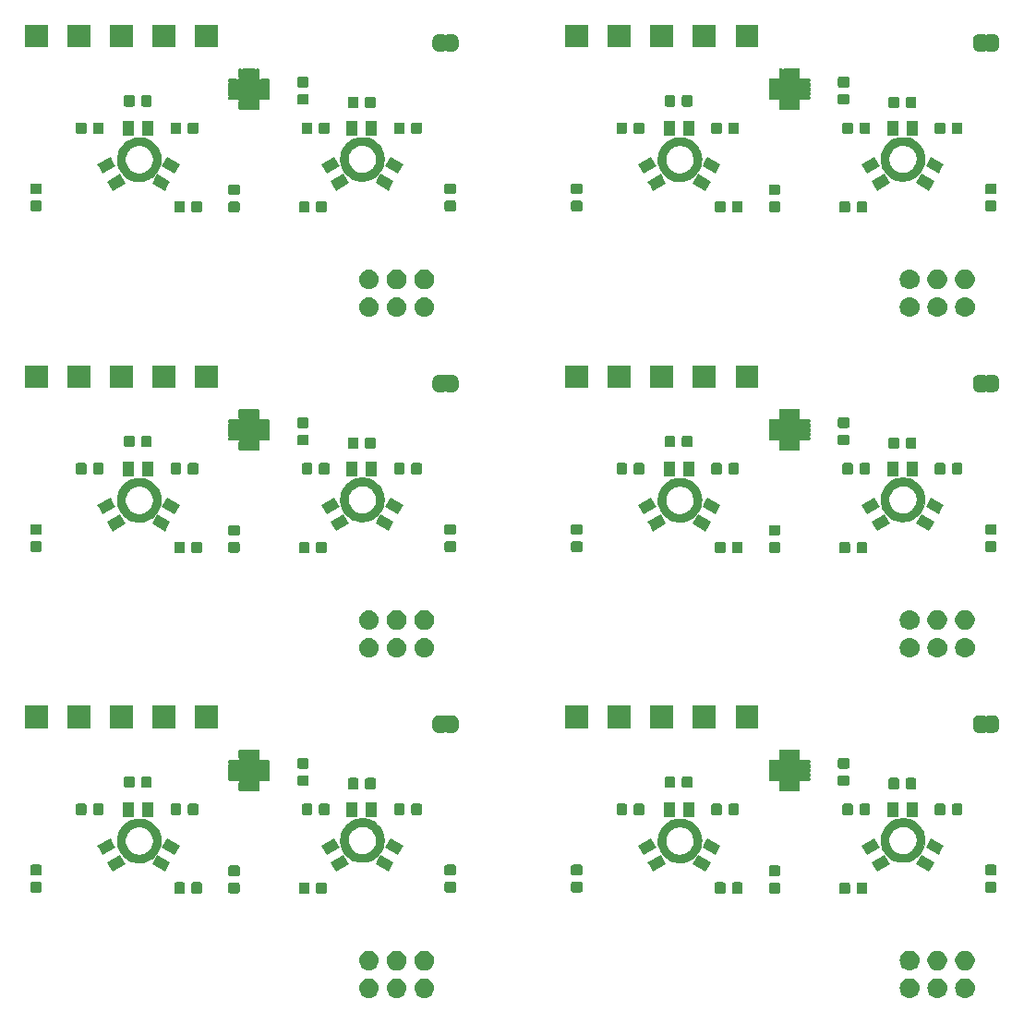
<source format=gbs>
%MOIN*%
%OFA0B0*%
%FSLAX46Y46*%
%IPPOS*%
%LPD*%
%ADD10C,0.00039370078740157485*%
%ADD11C,0.0039370078740157488*%
%ADD22C,0.00039370078740157485*%
%ADD23C,0.0039370078740157488*%
%ADD24C,0.00039370078740157485*%
%ADD25C,0.0039370078740157488*%
%ADD26C,0.00039370078740157485*%
%ADD27C,0.0039370078740157488*%
%ADD28C,0.00039370078740157485*%
%ADD29C,0.0039370078740157488*%
%ADD30C,0.00039370078740157485*%
%ADD31C,0.0039370078740157488*%
D10*
G36*
X0001345125Y0000669003D02*
G01*
X0001347744Y0000668977D01*
X0001349834Y0000668922D01*
X0001351547Y0000668828D01*
X0001353035Y0000668684D01*
X0001354450Y0000668478D01*
X0001355945Y0000668200D01*
X0001357480Y0000667879D01*
X0001365431Y0000665763D01*
X0001372997Y0000662927D01*
X0001380142Y0000659407D01*
X0001386831Y0000655238D01*
X0001393030Y0000650455D01*
X0001398702Y0000645095D01*
X0001403813Y0000639193D01*
X0001408327Y0000632784D01*
X0001412210Y0000625904D01*
X0001415425Y0000618589D01*
X0001417939Y0000610874D01*
X0001419222Y0000605453D01*
X0001419535Y0000603816D01*
X0001419774Y0000602310D01*
X0001419947Y0000600781D01*
X0001420066Y0000599075D01*
X0001420139Y0000597037D01*
X0001420177Y0000594513D01*
X0001420190Y0000591347D01*
X0001420190Y0000590447D01*
X0001420182Y0000587097D01*
X0001420151Y0000584428D01*
X0001420087Y0000582283D01*
X0001419981Y0000580510D01*
X0001419822Y0000578955D01*
X0001419601Y0000577463D01*
X0001419307Y0000575880D01*
X0001419228Y0000575482D01*
X0001417210Y0000567544D01*
X0001414466Y0000559976D01*
X0001411034Y0000552815D01*
X0001406950Y0000546098D01*
X0001402252Y0000539861D01*
X0001396976Y0000534140D01*
X0001391160Y0000528972D01*
X0001384840Y0000524392D01*
X0001378055Y0000520437D01*
X0001370839Y0000517144D01*
X0001363231Y0000514548D01*
X0001355268Y0000512686D01*
X0001355163Y0000512667D01*
X0001353279Y0000512412D01*
X0001350770Y0000512195D01*
X0001347825Y0000512022D01*
X0001344634Y0000511897D01*
X0001341387Y0000511825D01*
X0001338273Y0000511811D01*
X0001335482Y0000511859D01*
X0001333203Y0000511974D01*
X0001332046Y0000512093D01*
X0001324411Y0000513511D01*
X0001316953Y0000515602D01*
X0001309802Y0000518318D01*
X0001303088Y0000521610D01*
X0001297891Y0000524778D01*
X0001291337Y0000529677D01*
X0001285394Y0000535128D01*
X0001280086Y0000541094D01*
X0001275436Y0000547536D01*
X0001271466Y0000554417D01*
X0001268201Y0000561700D01*
X0001265661Y0000569345D01*
X0001263872Y0000577317D01*
X0001263210Y0000581870D01*
X0001262968Y0000584974D01*
X0001262879Y0000588643D01*
X0001262925Y0000591895D01*
X0001291005Y0000591895D01*
X0001291010Y0000590238D01*
X0001291033Y0000587419D01*
X0001291088Y0000585243D01*
X0001291195Y0000583518D01*
X0001291370Y0000582055D01*
X0001291633Y0000580662D01*
X0001292001Y0000579148D01*
X0001292124Y0000578683D01*
X0001294251Y0000572239D01*
X0001297042Y0000566263D01*
X0001300463Y0000560788D01*
X0001304482Y0000555851D01*
X0001309065Y0000551484D01*
X0001314178Y0000547723D01*
X0001319788Y0000544600D01*
X0001325860Y0000542152D01*
X0001328733Y0000541280D01*
X0001333970Y0000540191D01*
X0001339535Y0000539664D01*
X0001345127Y0000539712D01*
X0001349972Y0000540265D01*
X0001356242Y0000541746D01*
X0001362164Y0000543945D01*
X0001367692Y0000546809D01*
X0001372781Y0000550285D01*
X0001377388Y0000554321D01*
X0001381467Y0000558864D01*
X0001384973Y0000563861D01*
X0001387862Y0000569259D01*
X0001390090Y0000575007D01*
X0001391611Y0000581050D01*
X0001392381Y0000587337D01*
X0001392470Y0000590362D01*
X0001392074Y0000596958D01*
X0001390894Y0000603286D01*
X0001388937Y0000609321D01*
X0001386215Y0000615038D01*
X0001382738Y0000620414D01*
X0001378514Y0000625422D01*
X0001378514Y0000625423D01*
X0001373691Y0000629904D01*
X0001368462Y0000633673D01*
X0001362874Y0000636710D01*
X0001356973Y0000638997D01*
X0001350804Y0000640513D01*
X0001344414Y0000641237D01*
X0001341833Y0000641301D01*
X0001335224Y0000640906D01*
X0001328888Y0000639724D01*
X0001322839Y0000637760D01*
X0001317092Y0000635021D01*
X0001311660Y0000631512D01*
X0001306563Y0000627243D01*
X0001302237Y0000622614D01*
X0001298571Y0000617502D01*
X0001295551Y0000611883D01*
X0001293164Y0000605735D01*
X0001292140Y0000602213D01*
X0001291716Y0000600518D01*
X0001291410Y0000599073D01*
X0001291205Y0000597683D01*
X0001291081Y0000596153D01*
X0001291021Y0000594289D01*
X0001291005Y0000591895D01*
X0001262925Y0000591895D01*
X0001262935Y0000592624D01*
X0001263126Y0000596664D01*
X0001263443Y0000600510D01*
X0001263877Y0000603911D01*
X0001264061Y0000604985D01*
X0001265917Y0000612715D01*
X0001268524Y0000620153D01*
X0001271839Y0000627252D01*
X0001275819Y0000633963D01*
X0001280424Y0000640238D01*
X0001285610Y0000646029D01*
X0001291336Y0000651288D01*
X0001297559Y0000655965D01*
X0001304237Y0000660014D01*
X0001311329Y0000663386D01*
X0001316872Y0000665434D01*
X0001320291Y0000666508D01*
X0001323319Y0000667350D01*
X0001326140Y0000667985D01*
X0001328938Y0000668442D01*
X0001331899Y0000668746D01*
X0001335207Y0000668924D01*
X0001339045Y0000669002D01*
X0001341824Y0000669011D01*
X0001345125Y0000669003D01*
X0001345125Y0000669003D01*
G37*
X0001345125Y0000669003D02*
X0001347744Y0000668977D01*
X0001349834Y0000668922D01*
X0001351547Y0000668828D01*
X0001353035Y0000668684D01*
X0001354450Y0000668478D01*
X0001355945Y0000668200D01*
X0001357480Y0000667879D01*
X0001365431Y0000665763D01*
X0001372997Y0000662927D01*
X0001380142Y0000659407D01*
X0001386831Y0000655238D01*
X0001393030Y0000650455D01*
X0001398702Y0000645095D01*
X0001403813Y0000639193D01*
X0001408327Y0000632784D01*
X0001412210Y0000625904D01*
X0001415425Y0000618589D01*
X0001417939Y0000610874D01*
X0001419222Y0000605453D01*
X0001419535Y0000603816D01*
X0001419774Y0000602310D01*
X0001419947Y0000600781D01*
X0001420066Y0000599075D01*
X0001420139Y0000597037D01*
X0001420177Y0000594513D01*
X0001420190Y0000591347D01*
X0001420190Y0000590447D01*
X0001420182Y0000587097D01*
X0001420151Y0000584428D01*
X0001420087Y0000582283D01*
X0001419981Y0000580510D01*
X0001419822Y0000578955D01*
X0001419601Y0000577463D01*
X0001419307Y0000575880D01*
X0001419228Y0000575482D01*
X0001417210Y0000567544D01*
X0001414466Y0000559976D01*
X0001411034Y0000552815D01*
X0001406950Y0000546098D01*
X0001402252Y0000539861D01*
X0001396976Y0000534140D01*
X0001391160Y0000528972D01*
X0001384840Y0000524392D01*
X0001378055Y0000520437D01*
X0001370839Y0000517144D01*
X0001363231Y0000514548D01*
X0001355268Y0000512686D01*
X0001355163Y0000512667D01*
X0001353279Y0000512412D01*
X0001350770Y0000512195D01*
X0001347825Y0000512022D01*
X0001344634Y0000511897D01*
X0001341387Y0000511825D01*
X0001338273Y0000511811D01*
X0001335482Y0000511859D01*
X0001333203Y0000511974D01*
X0001332046Y0000512093D01*
X0001324411Y0000513511D01*
X0001316953Y0000515602D01*
X0001309802Y0000518318D01*
X0001303088Y0000521610D01*
X0001297891Y0000524778D01*
X0001291337Y0000529677D01*
X0001285394Y0000535128D01*
X0001280086Y0000541094D01*
X0001275436Y0000547536D01*
X0001271466Y0000554417D01*
X0001268201Y0000561700D01*
X0001265661Y0000569345D01*
X0001263872Y0000577317D01*
X0001263210Y0000581870D01*
X0001262968Y0000584974D01*
X0001262879Y0000588643D01*
X0001262925Y0000591895D01*
X0001291005Y0000591895D01*
X0001291010Y0000590238D01*
X0001291033Y0000587419D01*
X0001291088Y0000585243D01*
X0001291195Y0000583518D01*
X0001291370Y0000582055D01*
X0001291633Y0000580662D01*
X0001292001Y0000579148D01*
X0001292124Y0000578683D01*
X0001294251Y0000572239D01*
X0001297042Y0000566263D01*
X0001300463Y0000560788D01*
X0001304482Y0000555851D01*
X0001309065Y0000551484D01*
X0001314178Y0000547723D01*
X0001319788Y0000544600D01*
X0001325860Y0000542152D01*
X0001328733Y0000541280D01*
X0001333970Y0000540191D01*
X0001339535Y0000539664D01*
X0001345127Y0000539712D01*
X0001349972Y0000540265D01*
X0001356242Y0000541746D01*
X0001362164Y0000543945D01*
X0001367692Y0000546809D01*
X0001372781Y0000550285D01*
X0001377388Y0000554321D01*
X0001381467Y0000558864D01*
X0001384973Y0000563861D01*
X0001387862Y0000569259D01*
X0001390090Y0000575007D01*
X0001391611Y0000581050D01*
X0001392381Y0000587337D01*
X0001392470Y0000590362D01*
X0001392074Y0000596958D01*
X0001390894Y0000603286D01*
X0001388937Y0000609321D01*
X0001386215Y0000615038D01*
X0001382738Y0000620414D01*
X0001378514Y0000625422D01*
X0001378514Y0000625423D01*
X0001373691Y0000629904D01*
X0001368462Y0000633673D01*
X0001362874Y0000636710D01*
X0001356973Y0000638997D01*
X0001350804Y0000640513D01*
X0001344414Y0000641237D01*
X0001341833Y0000641301D01*
X0001335224Y0000640906D01*
X0001328888Y0000639724D01*
X0001322839Y0000637760D01*
X0001317092Y0000635021D01*
X0001311660Y0000631512D01*
X0001306563Y0000627243D01*
X0001302237Y0000622614D01*
X0001298571Y0000617502D01*
X0001295551Y0000611883D01*
X0001293164Y0000605735D01*
X0001292140Y0000602213D01*
X0001291716Y0000600518D01*
X0001291410Y0000599073D01*
X0001291205Y0000597683D01*
X0001291081Y0000596153D01*
X0001291021Y0000594289D01*
X0001291005Y0000591895D01*
X0001262925Y0000591895D01*
X0001262935Y0000592624D01*
X0001263126Y0000596664D01*
X0001263443Y0000600510D01*
X0001263877Y0000603911D01*
X0001264061Y0000604985D01*
X0001265917Y0000612715D01*
X0001268524Y0000620153D01*
X0001271839Y0000627252D01*
X0001275819Y0000633963D01*
X0001280424Y0000640238D01*
X0001285610Y0000646029D01*
X0001291336Y0000651288D01*
X0001297559Y0000655965D01*
X0001304237Y0000660014D01*
X0001311329Y0000663386D01*
X0001316872Y0000665434D01*
X0001320291Y0000666508D01*
X0001323319Y0000667350D01*
X0001326140Y0000667985D01*
X0001328938Y0000668442D01*
X0001331899Y0000668746D01*
X0001335207Y0000668924D01*
X0001339045Y0000669002D01*
X0001341824Y0000669011D01*
X0001345125Y0000669003D01*
G36*
X0000540187Y0000667617D02*
G01*
X0000544001Y0000667442D01*
X0000546135Y0000667242D01*
X0000554020Y0000665898D01*
X0000561672Y0000663765D01*
X0000569040Y0000660869D01*
X0000576075Y0000657234D01*
X0000582726Y0000652884D01*
X0000588944Y0000647845D01*
X0000592892Y0000644045D01*
X0000596505Y0000640156D01*
X0000599559Y0000636475D01*
X0000602209Y0000632780D01*
X0000604610Y0000628852D01*
X0000606919Y0000624468D01*
X0000607507Y0000623261D01*
X0000609538Y0000618778D01*
X0000611145Y0000614611D01*
X0000612442Y0000610438D01*
X0000613451Y0000606347D01*
X0000614820Y0000598321D01*
X0000615376Y0000590335D01*
X0000615139Y0000582438D01*
X0000614131Y0000574680D01*
X0000612370Y0000567108D01*
X0000609877Y0000559774D01*
X0000606672Y0000552726D01*
X0000602774Y0000546013D01*
X0000598203Y0000539685D01*
X0000592980Y0000533792D01*
X0000587124Y0000528381D01*
X0000580655Y0000523504D01*
X0000579747Y0000522897D01*
X0000573117Y0000518987D01*
X0000566095Y0000515754D01*
X0000558623Y0000513176D01*
X0000550644Y0000511229D01*
X0000549735Y0000511053D01*
X0000547602Y0000510754D01*
X0000544833Y0000510522D01*
X0000541627Y0000510359D01*
X0000538179Y0000510267D01*
X0000534686Y0000510250D01*
X0000531344Y0000510310D01*
X0000528351Y0000510449D01*
X0000525901Y0000510671D01*
X0000525522Y0000510722D01*
X0000517601Y0000512257D01*
X0000509964Y0000514554D01*
X0000502656Y0000517578D01*
X0000495725Y0000521295D01*
X0000489217Y0000525670D01*
X0000483181Y0000530670D01*
X0000477661Y0000536259D01*
X0000472706Y0000542404D01*
X0000468362Y0000549069D01*
X0000465315Y0000554845D01*
X0000462214Y0000562309D01*
X0000459906Y0000569952D01*
X0000458387Y0000577718D01*
X0000457653Y0000585550D01*
X0000457690Y0000591598D01*
X0000485685Y0000591598D01*
X0000485721Y0000585317D01*
X0000486538Y0000579092D01*
X0000488101Y0000573153D01*
X0000490523Y0000567152D01*
X0000493635Y0000561580D01*
X0000497384Y0000556480D01*
X0000501720Y0000551896D01*
X0000506591Y0000547874D01*
X0000511946Y0000544456D01*
X0000517734Y0000541687D01*
X0000523904Y0000539612D01*
X0000528059Y0000538662D01*
X0000530226Y0000538383D01*
X0000532957Y0000538223D01*
X0000536020Y0000538176D01*
X0000539184Y0000538239D01*
X0000542219Y0000538406D01*
X0000544893Y0000538673D01*
X0000546977Y0000539035D01*
X0000547025Y0000539046D01*
X0000553523Y0000541002D01*
X0000559490Y0000543587D01*
X0000564971Y0000546825D01*
X0000570008Y0000550740D01*
X0000572266Y0000552851D01*
X0000576528Y0000557652D01*
X0000580168Y0000562970D01*
X0000583141Y0000568724D01*
X0000585404Y0000574831D01*
X0000586673Y0000579910D01*
X0000586952Y0000581933D01*
X0000587137Y0000584545D01*
X0000587227Y0000587504D01*
X0000587223Y0000590571D01*
X0000587123Y0000593506D01*
X0000586929Y0000596069D01*
X0000586678Y0000597834D01*
X0000585015Y0000604295D01*
X0000582641Y0000610323D01*
X0000579547Y0000615936D01*
X0000575724Y0000621152D01*
X0000572453Y0000624734D01*
X0000567505Y0000629145D01*
X0000562214Y0000632797D01*
X0000556594Y0000635685D01*
X0000550658Y0000637803D01*
X0000544421Y0000639146D01*
X0000537895Y0000639707D01*
X0000536446Y0000639725D01*
X0000530034Y0000639359D01*
X0000523936Y0000638249D01*
X0000518071Y0000636369D01*
X0000512359Y0000633697D01*
X0000508453Y0000631371D01*
X0000505985Y0000629562D01*
X0000503272Y0000627217D01*
X0000500492Y0000624520D01*
X0000497821Y0000621654D01*
X0000495438Y0000618802D01*
X0000493520Y0000616148D01*
X0000493156Y0000615573D01*
X0000490167Y0000609924D01*
X0000487918Y0000603987D01*
X0000486421Y0000597850D01*
X0000485685Y0000591598D01*
X0000457690Y0000591598D01*
X0000457701Y0000593390D01*
X0000458526Y0000601180D01*
X0000460125Y0000608865D01*
X0000462494Y0000616386D01*
X0000465628Y0000623687D01*
X0000469524Y0000630710D01*
X0000470627Y0000632432D01*
X0000475403Y0000638935D01*
X0000480765Y0000644861D01*
X0000486671Y0000650182D01*
X0000493079Y0000654869D01*
X0000499946Y0000658893D01*
X0000507232Y0000662227D01*
X0000514895Y0000664842D01*
X0000520543Y0000666247D01*
X0000523762Y0000666790D01*
X0000527572Y0000667208D01*
X0000531737Y0000667491D01*
X0000536020Y0000667631D01*
X0000540187Y0000667617D01*
X0000540187Y0000667617D01*
G37*
X0000540187Y0000667617D02*
X0000544001Y0000667442D01*
X0000546135Y0000667242D01*
X0000554020Y0000665898D01*
X0000561672Y0000663765D01*
X0000569040Y0000660869D01*
X0000576075Y0000657234D01*
X0000582726Y0000652884D01*
X0000588944Y0000647845D01*
X0000592892Y0000644045D01*
X0000596505Y0000640156D01*
X0000599559Y0000636475D01*
X0000602209Y0000632780D01*
X0000604610Y0000628852D01*
X0000606919Y0000624468D01*
X0000607507Y0000623261D01*
X0000609538Y0000618778D01*
X0000611145Y0000614611D01*
X0000612442Y0000610438D01*
X0000613451Y0000606347D01*
X0000614820Y0000598321D01*
X0000615376Y0000590335D01*
X0000615139Y0000582438D01*
X0000614131Y0000574680D01*
X0000612370Y0000567108D01*
X0000609877Y0000559774D01*
X0000606672Y0000552726D01*
X0000602774Y0000546013D01*
X0000598203Y0000539685D01*
X0000592980Y0000533792D01*
X0000587124Y0000528381D01*
X0000580655Y0000523504D01*
X0000579747Y0000522897D01*
X0000573117Y0000518987D01*
X0000566095Y0000515754D01*
X0000558623Y0000513176D01*
X0000550644Y0000511229D01*
X0000549735Y0000511053D01*
X0000547602Y0000510754D01*
X0000544833Y0000510522D01*
X0000541627Y0000510359D01*
X0000538179Y0000510267D01*
X0000534686Y0000510250D01*
X0000531344Y0000510310D01*
X0000528351Y0000510449D01*
X0000525901Y0000510671D01*
X0000525522Y0000510722D01*
X0000517601Y0000512257D01*
X0000509964Y0000514554D01*
X0000502656Y0000517578D01*
X0000495725Y0000521295D01*
X0000489217Y0000525670D01*
X0000483181Y0000530670D01*
X0000477661Y0000536259D01*
X0000472706Y0000542404D01*
X0000468362Y0000549069D01*
X0000465315Y0000554845D01*
X0000462214Y0000562309D01*
X0000459906Y0000569952D01*
X0000458387Y0000577718D01*
X0000457653Y0000585550D01*
X0000457690Y0000591598D01*
X0000485685Y0000591598D01*
X0000485721Y0000585317D01*
X0000486538Y0000579092D01*
X0000488101Y0000573153D01*
X0000490523Y0000567152D01*
X0000493635Y0000561580D01*
X0000497384Y0000556480D01*
X0000501720Y0000551896D01*
X0000506591Y0000547874D01*
X0000511946Y0000544456D01*
X0000517734Y0000541687D01*
X0000523904Y0000539612D01*
X0000528059Y0000538662D01*
X0000530226Y0000538383D01*
X0000532957Y0000538223D01*
X0000536020Y0000538176D01*
X0000539184Y0000538239D01*
X0000542219Y0000538406D01*
X0000544893Y0000538673D01*
X0000546977Y0000539035D01*
X0000547025Y0000539046D01*
X0000553523Y0000541002D01*
X0000559490Y0000543587D01*
X0000564971Y0000546825D01*
X0000570008Y0000550740D01*
X0000572266Y0000552851D01*
X0000576528Y0000557652D01*
X0000580168Y0000562970D01*
X0000583141Y0000568724D01*
X0000585404Y0000574831D01*
X0000586673Y0000579910D01*
X0000586952Y0000581933D01*
X0000587137Y0000584545D01*
X0000587227Y0000587504D01*
X0000587223Y0000590571D01*
X0000587123Y0000593506D01*
X0000586929Y0000596069D01*
X0000586678Y0000597834D01*
X0000585015Y0000604295D01*
X0000582641Y0000610323D01*
X0000579547Y0000615936D01*
X0000575724Y0000621152D01*
X0000572453Y0000624734D01*
X0000567505Y0000629145D01*
X0000562214Y0000632797D01*
X0000556594Y0000635685D01*
X0000550658Y0000637803D01*
X0000544421Y0000639146D01*
X0000537895Y0000639707D01*
X0000536446Y0000639725D01*
X0000530034Y0000639359D01*
X0000523936Y0000638249D01*
X0000518071Y0000636369D01*
X0000512359Y0000633697D01*
X0000508453Y0000631371D01*
X0000505985Y0000629562D01*
X0000503272Y0000627217D01*
X0000500492Y0000624520D01*
X0000497821Y0000621654D01*
X0000495438Y0000618802D01*
X0000493520Y0000616148D01*
X0000493156Y0000615573D01*
X0000490167Y0000609924D01*
X0000487918Y0000603987D01*
X0000486421Y0000597850D01*
X0000485685Y0000591598D01*
X0000457690Y0000591598D01*
X0000457701Y0000593390D01*
X0000458526Y0000601180D01*
X0000460125Y0000608865D01*
X0000462494Y0000616386D01*
X0000465628Y0000623687D01*
X0000469524Y0000630710D01*
X0000470627Y0000632432D01*
X0000475403Y0000638935D01*
X0000480765Y0000644861D01*
X0000486671Y0000650182D01*
X0000493079Y0000654869D01*
X0000499946Y0000658893D01*
X0000507232Y0000662227D01*
X0000514895Y0000664842D01*
X0000520543Y0000666247D01*
X0000523762Y0000666790D01*
X0000527572Y0000667208D01*
X0000531737Y0000667491D01*
X0000536020Y0000667631D01*
X0000540187Y0000667617D01*
D11*
G36*
X0001371226Y0000090786D02*
G01*
X0001373832Y0000090529D01*
X0001380518Y0000088501D01*
X0001386681Y0000085207D01*
X0001388088Y0000084052D01*
X0001392082Y0000080774D01*
X0001395360Y0000076780D01*
X0001396515Y0000075373D01*
X0001399809Y0000069211D01*
X0001401837Y0000062524D01*
X0001402522Y0000055570D01*
X0001401837Y0000048616D01*
X0001399809Y0000041930D01*
X0001396515Y0000035767D01*
X0001395360Y0000034360D01*
X0001392082Y0000030366D01*
X0001388088Y0000027088D01*
X0001386681Y0000025933D01*
X0001380518Y0000022639D01*
X0001373832Y0000020611D01*
X0001371226Y0000020354D01*
X0001368620Y0000020098D01*
X0001365135Y0000020098D01*
X0001362530Y0000020354D01*
X0001359924Y0000020611D01*
X0001353238Y0000022639D01*
X0001347075Y0000025933D01*
X0001345668Y0000027088D01*
X0001341674Y0000030366D01*
X0001338396Y0000034360D01*
X0001337241Y0000035767D01*
X0001333947Y0000041930D01*
X0001331919Y0000048616D01*
X0001331234Y0000055570D01*
X0001331919Y0000062524D01*
X0001333947Y0000069211D01*
X0001337241Y0000075373D01*
X0001338396Y0000076780D01*
X0001341674Y0000080774D01*
X0001345668Y0000084052D01*
X0001347075Y0000085207D01*
X0001353238Y0000088501D01*
X0001359924Y0000090529D01*
X0001362530Y0000090786D01*
X0001365135Y0000091043D01*
X0001368620Y0000091043D01*
X0001371226Y0000090786D01*
X0001371226Y0000090786D01*
G37*
G36*
X0001471226Y0000090786D02*
G01*
X0001473832Y0000090529D01*
X0001480518Y0000088501D01*
X0001486681Y0000085207D01*
X0001488088Y0000084052D01*
X0001492082Y0000080774D01*
X0001495360Y0000076780D01*
X0001496515Y0000075373D01*
X0001499809Y0000069211D01*
X0001501837Y0000062524D01*
X0001502522Y0000055570D01*
X0001501837Y0000048616D01*
X0001499809Y0000041930D01*
X0001496515Y0000035767D01*
X0001495360Y0000034360D01*
X0001492082Y0000030366D01*
X0001488088Y0000027088D01*
X0001486681Y0000025933D01*
X0001480518Y0000022639D01*
X0001473832Y0000020611D01*
X0001471226Y0000020354D01*
X0001468620Y0000020098D01*
X0001465135Y0000020098D01*
X0001462530Y0000020354D01*
X0001459924Y0000020611D01*
X0001453238Y0000022639D01*
X0001447075Y0000025933D01*
X0001445668Y0000027088D01*
X0001441674Y0000030366D01*
X0001438396Y0000034360D01*
X0001437241Y0000035767D01*
X0001433947Y0000041930D01*
X0001431919Y0000048616D01*
X0001431234Y0000055570D01*
X0001431919Y0000062524D01*
X0001433947Y0000069211D01*
X0001437241Y0000075373D01*
X0001438396Y0000076780D01*
X0001441674Y0000080774D01*
X0001445668Y0000084052D01*
X0001447075Y0000085207D01*
X0001453238Y0000088501D01*
X0001459924Y0000090529D01*
X0001462530Y0000090786D01*
X0001465135Y0000091043D01*
X0001468620Y0000091043D01*
X0001471226Y0000090786D01*
X0001471226Y0000090786D01*
G37*
G36*
X0001571226Y0000090786D02*
G01*
X0001573832Y0000090529D01*
X0001580518Y0000088501D01*
X0001586681Y0000085207D01*
X0001588088Y0000084052D01*
X0001592082Y0000080774D01*
X0001595360Y0000076780D01*
X0001596515Y0000075373D01*
X0001599809Y0000069211D01*
X0001601837Y0000062524D01*
X0001602522Y0000055570D01*
X0001601837Y0000048616D01*
X0001599809Y0000041930D01*
X0001596515Y0000035767D01*
X0001595360Y0000034360D01*
X0001592082Y0000030366D01*
X0001588088Y0000027088D01*
X0001586681Y0000025933D01*
X0001580518Y0000022639D01*
X0001573832Y0000020611D01*
X0001571226Y0000020354D01*
X0001568620Y0000020098D01*
X0001565135Y0000020098D01*
X0001562530Y0000020354D01*
X0001559924Y0000020611D01*
X0001553238Y0000022639D01*
X0001547075Y0000025933D01*
X0001545668Y0000027088D01*
X0001541674Y0000030366D01*
X0001538396Y0000034360D01*
X0001537241Y0000035767D01*
X0001533947Y0000041930D01*
X0001531919Y0000048616D01*
X0001531234Y0000055570D01*
X0001531919Y0000062524D01*
X0001533947Y0000069211D01*
X0001537241Y0000075373D01*
X0001538396Y0000076780D01*
X0001541674Y0000080774D01*
X0001545668Y0000084052D01*
X0001547075Y0000085207D01*
X0001553238Y0000088501D01*
X0001559924Y0000090529D01*
X0001562530Y0000090786D01*
X0001565135Y0000091043D01*
X0001568620Y0000091043D01*
X0001571226Y0000090786D01*
X0001571226Y0000090786D01*
G37*
G36*
X0001571347Y0000190849D02*
G01*
X0001577225Y0000189679D01*
X0001583680Y0000187005D01*
X0001589490Y0000183123D01*
X0001594431Y0000178183D01*
X0001598313Y0000172373D01*
X0001600987Y0000165917D01*
X0001602350Y0000159064D01*
X0001602350Y0000152076D01*
X0001600987Y0000145223D01*
X0001598313Y0000138768D01*
X0001594431Y0000132958D01*
X0001589490Y0000128017D01*
X0001583680Y0000124135D01*
X0001577225Y0000121461D01*
X0001571347Y0000120292D01*
X0001570372Y0000120098D01*
X0001563384Y0000120098D01*
X0001562409Y0000120292D01*
X0001556531Y0000121461D01*
X0001550075Y0000124135D01*
X0001544266Y0000128017D01*
X0001539325Y0000132958D01*
X0001535443Y0000138768D01*
X0001532769Y0000145223D01*
X0001531405Y0000152076D01*
X0001531405Y0000159064D01*
X0001532769Y0000165917D01*
X0001535443Y0000172373D01*
X0001539325Y0000178183D01*
X0001544266Y0000183123D01*
X0001550075Y0000187005D01*
X0001556531Y0000189679D01*
X0001562409Y0000190849D01*
X0001563384Y0000191043D01*
X0001570372Y0000191043D01*
X0001571347Y0000190849D01*
X0001571347Y0000190849D01*
G37*
G36*
X0001471347Y0000190849D02*
G01*
X0001477225Y0000189679D01*
X0001483680Y0000187005D01*
X0001489490Y0000183123D01*
X0001494431Y0000178183D01*
X0001498313Y0000172373D01*
X0001500987Y0000165917D01*
X0001502350Y0000159064D01*
X0001502350Y0000152076D01*
X0001500987Y0000145223D01*
X0001498313Y0000138768D01*
X0001494431Y0000132958D01*
X0001489490Y0000128017D01*
X0001483680Y0000124135D01*
X0001477225Y0000121461D01*
X0001471347Y0000120292D01*
X0001470372Y0000120098D01*
X0001463384Y0000120098D01*
X0001462409Y0000120292D01*
X0001456531Y0000121461D01*
X0001450075Y0000124135D01*
X0001444266Y0000128017D01*
X0001439325Y0000132958D01*
X0001435443Y0000138768D01*
X0001432769Y0000145223D01*
X0001431405Y0000152076D01*
X0001431405Y0000159064D01*
X0001432769Y0000165917D01*
X0001435443Y0000172373D01*
X0001439325Y0000178183D01*
X0001444266Y0000183123D01*
X0001450075Y0000187005D01*
X0001456531Y0000189679D01*
X0001462409Y0000190849D01*
X0001463384Y0000191043D01*
X0001470372Y0000191043D01*
X0001471347Y0000190849D01*
X0001471347Y0000190849D01*
G37*
G36*
X0001371226Y0000190786D02*
G01*
X0001373832Y0000190529D01*
X0001380518Y0000188501D01*
X0001386681Y0000185207D01*
X0001388088Y0000184052D01*
X0001392082Y0000180774D01*
X0001395360Y0000176780D01*
X0001396515Y0000175373D01*
X0001399809Y0000169211D01*
X0001401837Y0000162524D01*
X0001402522Y0000155570D01*
X0001401837Y0000148616D01*
X0001399809Y0000141930D01*
X0001396515Y0000135767D01*
X0001395360Y0000134360D01*
X0001392082Y0000130366D01*
X0001389220Y0000128017D01*
X0001386681Y0000125933D01*
X0001380518Y0000122639D01*
X0001373832Y0000120611D01*
X0001371226Y0000120354D01*
X0001368620Y0000120098D01*
X0001365135Y0000120098D01*
X0001362530Y0000120354D01*
X0001359924Y0000120611D01*
X0001353238Y0000122639D01*
X0001347075Y0000125933D01*
X0001344536Y0000128017D01*
X0001341674Y0000130366D01*
X0001338396Y0000134360D01*
X0001337241Y0000135767D01*
X0001333947Y0000141930D01*
X0001331919Y0000148616D01*
X0001331234Y0000155570D01*
X0001331919Y0000162524D01*
X0001333947Y0000169211D01*
X0001337241Y0000175373D01*
X0001338396Y0000176780D01*
X0001341674Y0000180774D01*
X0001345668Y0000184052D01*
X0001347075Y0000185207D01*
X0001353238Y0000188501D01*
X0001359924Y0000190529D01*
X0001362530Y0000190786D01*
X0001365135Y0000191043D01*
X0001368620Y0000191043D01*
X0001371226Y0000190786D01*
X0001371226Y0000190786D01*
G37*
G36*
X0001208594Y0000437142D02*
G01*
X0001209932Y0000436736D01*
X0001211165Y0000436077D01*
X0001212246Y0000435190D01*
X0001213132Y0000434109D01*
X0001213792Y0000432876D01*
X0001214197Y0000431538D01*
X0001214358Y0000429905D01*
X0001214358Y0000403282D01*
X0001214197Y0000401649D01*
X0001213792Y0000400312D01*
X0001213132Y0000399078D01*
X0001212246Y0000397998D01*
X0001211165Y0000397111D01*
X0001209932Y0000396452D01*
X0001208594Y0000396046D01*
X0001206961Y0000395885D01*
X0001183291Y0000395885D01*
X0001181658Y0000396046D01*
X0001180320Y0000396452D01*
X0001179087Y0000397111D01*
X0001178006Y0000397998D01*
X0001177119Y0000399078D01*
X0001176460Y0000400312D01*
X0001176055Y0000401649D01*
X0001175894Y0000403282D01*
X0001175894Y0000429905D01*
X0001176055Y0000431538D01*
X0001176460Y0000432876D01*
X0001177119Y0000434109D01*
X0001178006Y0000435190D01*
X0001179087Y0000436077D01*
X0001180320Y0000436736D01*
X0001181658Y0000437142D01*
X0001183291Y0000437302D01*
X0001206961Y0000437302D01*
X0001208594Y0000437142D01*
X0001208594Y0000437142D01*
G37*
G36*
X0001146586Y0000437142D02*
G01*
X0001147924Y0000436736D01*
X0001149157Y0000436077D01*
X0001150238Y0000435190D01*
X0001151125Y0000434109D01*
X0001151784Y0000432876D01*
X0001152190Y0000431538D01*
X0001152350Y0000429905D01*
X0001152350Y0000403282D01*
X0001152190Y0000401649D01*
X0001151784Y0000400312D01*
X0001151125Y0000399078D01*
X0001150238Y0000397998D01*
X0001149157Y0000397111D01*
X0001147924Y0000396452D01*
X0001146586Y0000396046D01*
X0001144953Y0000395885D01*
X0001121283Y0000395885D01*
X0001119650Y0000396046D01*
X0001118312Y0000396452D01*
X0001117079Y0000397111D01*
X0001115998Y0000397998D01*
X0001115112Y0000399078D01*
X0001114452Y0000400312D01*
X0001114047Y0000401649D01*
X0001113886Y0000403282D01*
X0001113886Y0000429905D01*
X0001114047Y0000431538D01*
X0001114452Y0000432876D01*
X0001115112Y0000434109D01*
X0001115998Y0000435190D01*
X0001117079Y0000436077D01*
X0001118312Y0000436736D01*
X0001119650Y0000437142D01*
X0001121283Y0000437302D01*
X0001144953Y0000437302D01*
X0001146586Y0000437142D01*
X0001146586Y0000437142D01*
G37*
G36*
X0000758594Y0000438323D02*
G01*
X0000759932Y0000437917D01*
X0000761165Y0000437258D01*
X0000762246Y0000436371D01*
X0000763132Y0000435290D01*
X0000763792Y0000434057D01*
X0000764197Y0000432719D01*
X0000764358Y0000431086D01*
X0000764358Y0000404463D01*
X0000764197Y0000402830D01*
X0000763792Y0000401493D01*
X0000763132Y0000400260D01*
X0000762246Y0000399179D01*
X0000761165Y0000398292D01*
X0000759932Y0000397633D01*
X0000758594Y0000397227D01*
X0000756961Y0000397066D01*
X0000733291Y0000397066D01*
X0000731658Y0000397227D01*
X0000730320Y0000397633D01*
X0000729087Y0000398292D01*
X0000728006Y0000399179D01*
X0000727119Y0000400260D01*
X0000726460Y0000401493D01*
X0000726055Y0000402830D01*
X0000725894Y0000404463D01*
X0000725894Y0000431086D01*
X0000726055Y0000432719D01*
X0000726460Y0000434057D01*
X0000727119Y0000435290D01*
X0000728006Y0000436371D01*
X0000729087Y0000437258D01*
X0000730320Y0000437917D01*
X0000731658Y0000438323D01*
X0000733291Y0000438484D01*
X0000756961Y0000438484D01*
X0000758594Y0000438323D01*
X0000758594Y0000438323D01*
G37*
G36*
X0000696586Y0000438323D02*
G01*
X0000697924Y0000437917D01*
X0000699157Y0000437258D01*
X0000700238Y0000436371D01*
X0000701125Y0000435290D01*
X0000701784Y0000434057D01*
X0000702190Y0000432719D01*
X0000702350Y0000431086D01*
X0000702350Y0000404463D01*
X0000702190Y0000402830D01*
X0000701784Y0000401493D01*
X0000701125Y0000400260D01*
X0000700238Y0000399179D01*
X0000699157Y0000398292D01*
X0000697924Y0000397633D01*
X0000696586Y0000397227D01*
X0000694953Y0000397066D01*
X0000671283Y0000397066D01*
X0000669650Y0000397227D01*
X0000668312Y0000397633D01*
X0000667079Y0000398292D01*
X0000665998Y0000399179D01*
X0000665112Y0000400260D01*
X0000664452Y0000401493D01*
X0000664047Y0000402830D01*
X0000663886Y0000404463D01*
X0000663886Y0000431086D01*
X0000664047Y0000432719D01*
X0000664452Y0000434057D01*
X0000665112Y0000435290D01*
X0000665998Y0000436371D01*
X0000667079Y0000437258D01*
X0000668312Y0000437917D01*
X0000669650Y0000438323D01*
X0000671283Y0000438484D01*
X0000694953Y0000438484D01*
X0000696586Y0000438323D01*
X0000696586Y0000438323D01*
G37*
G36*
X0000894815Y0000436551D02*
G01*
X0000896152Y0000436145D01*
X0000897385Y0000435486D01*
X0000898466Y0000434599D01*
X0000899353Y0000433519D01*
X0000900012Y0000432285D01*
X0000900418Y0000430948D01*
X0000900579Y0000429315D01*
X0000900579Y0000405645D01*
X0000900418Y0000404011D01*
X0000900012Y0000402674D01*
X0000899353Y0000401441D01*
X0000898466Y0000400360D01*
X0000897385Y0000399473D01*
X0000896152Y0000398814D01*
X0000894815Y0000398408D01*
X0000893181Y0000398247D01*
X0000866559Y0000398247D01*
X0000864926Y0000398408D01*
X0000863588Y0000398814D01*
X0000862355Y0000399473D01*
X0000861274Y0000400360D01*
X0000860387Y0000401441D01*
X0000859728Y0000402674D01*
X0000859322Y0000404011D01*
X0000859161Y0000405645D01*
X0000859161Y0000429315D01*
X0000859322Y0000430948D01*
X0000859728Y0000432285D01*
X0000860387Y0000433519D01*
X0000861274Y0000434599D01*
X0000862355Y0000435486D01*
X0000863588Y0000436145D01*
X0000864926Y0000436551D01*
X0000866559Y0000436712D01*
X0000893181Y0000436712D01*
X0000894815Y0000436551D01*
X0000894815Y0000436551D01*
G37*
G36*
X0001675523Y0000439701D02*
G01*
X0001676861Y0000439295D01*
X0001678094Y0000438636D01*
X0001679175Y0000437749D01*
X0001680062Y0000436668D01*
X0001680721Y0000435435D01*
X0001681127Y0000434097D01*
X0001681287Y0000432464D01*
X0001681287Y0000408794D01*
X0001681127Y0000407161D01*
X0001680721Y0000405823D01*
X0001680062Y0000404590D01*
X0001679175Y0000403510D01*
X0001678094Y0000402623D01*
X0001676861Y0000401964D01*
X0001675523Y0000401558D01*
X0001673890Y0000401397D01*
X0001647267Y0000401397D01*
X0001645634Y0000401558D01*
X0001644296Y0000401964D01*
X0001643063Y0000402623D01*
X0001641983Y0000403510D01*
X0001641096Y0000404590D01*
X0001640437Y0000405823D01*
X0001640031Y0000407161D01*
X0001639870Y0000408794D01*
X0001639870Y0000432464D01*
X0001640031Y0000434097D01*
X0001640437Y0000435435D01*
X0001641096Y0000436668D01*
X0001641983Y0000437749D01*
X0001643063Y0000438636D01*
X0001644296Y0000439295D01*
X0001645634Y0000439701D01*
X0001647267Y0000439862D01*
X0001673890Y0000439862D01*
X0001675523Y0000439701D01*
X0001675523Y0000439701D01*
G37*
G36*
X0000180248Y0000439701D02*
G01*
X0000181585Y0000439295D01*
X0000182818Y0000438636D01*
X0000183899Y0000437749D01*
X0000184786Y0000436668D01*
X0000185445Y0000435435D01*
X0000185851Y0000434097D01*
X0000186012Y0000432464D01*
X0000186012Y0000408794D01*
X0000185851Y0000407161D01*
X0000185445Y0000405823D01*
X0000184786Y0000404590D01*
X0000183899Y0000403510D01*
X0000182818Y0000402623D01*
X0000181585Y0000401964D01*
X0000180248Y0000401558D01*
X0000178615Y0000401397D01*
X0000151992Y0000401397D01*
X0000150359Y0000401558D01*
X0000149021Y0000401964D01*
X0000147788Y0000402623D01*
X0000146707Y0000403510D01*
X0000145820Y0000404590D01*
X0000145161Y0000405823D01*
X0000144755Y0000407161D01*
X0000144594Y0000408794D01*
X0000144594Y0000432464D01*
X0000144755Y0000434097D01*
X0000145161Y0000435435D01*
X0000145820Y0000436668D01*
X0000146707Y0000437749D01*
X0000147788Y0000438636D01*
X0000149021Y0000439295D01*
X0000150359Y0000439701D01*
X0000151992Y0000439862D01*
X0000178615Y0000439862D01*
X0000180248Y0000439701D01*
X0000180248Y0000439701D01*
G37*
G36*
X0000894815Y0000498559D02*
G01*
X0000896152Y0000498153D01*
X0000897385Y0000497494D01*
X0000898466Y0000496607D01*
X0000899353Y0000495526D01*
X0000900012Y0000494293D01*
X0000900418Y0000492956D01*
X0000900579Y0000491323D01*
X0000900579Y0000467652D01*
X0000900418Y0000466019D01*
X0000900012Y0000464682D01*
X0000899353Y0000463449D01*
X0000898466Y0000462368D01*
X0000897385Y0000461481D01*
X0000896152Y0000460822D01*
X0000894815Y0000460416D01*
X0000893181Y0000460255D01*
X0000866559Y0000460255D01*
X0000864926Y0000460416D01*
X0000863588Y0000460822D01*
X0000862355Y0000461481D01*
X0000861274Y0000462368D01*
X0000860387Y0000463449D01*
X0000859728Y0000464682D01*
X0000859322Y0000466019D01*
X0000859161Y0000467652D01*
X0000859161Y0000491323D01*
X0000859322Y0000492956D01*
X0000859728Y0000494293D01*
X0000860387Y0000495526D01*
X0000861274Y0000496607D01*
X0000862355Y0000497494D01*
X0000863588Y0000498153D01*
X0000864926Y0000498559D01*
X0000866559Y0000498720D01*
X0000893181Y0000498720D01*
X0000894815Y0000498559D01*
X0000894815Y0000498559D01*
G37*
G36*
X0000180248Y0000501709D02*
G01*
X0000181585Y0000501303D01*
X0000182818Y0000500644D01*
X0000183899Y0000499757D01*
X0000184786Y0000498676D01*
X0000185445Y0000497443D01*
X0000185851Y0000496105D01*
X0000186012Y0000494472D01*
X0000186012Y0000470802D01*
X0000185851Y0000469169D01*
X0000185445Y0000467831D01*
X0000184786Y0000466598D01*
X0000183899Y0000465517D01*
X0000182818Y0000464631D01*
X0000181585Y0000463971D01*
X0000180248Y0000463566D01*
X0000178615Y0000463405D01*
X0000151992Y0000463405D01*
X0000150359Y0000463566D01*
X0000149021Y0000463971D01*
X0000147788Y0000464631D01*
X0000146707Y0000465517D01*
X0000145820Y0000466598D01*
X0000145161Y0000467831D01*
X0000144755Y0000469169D01*
X0000144594Y0000470802D01*
X0000144594Y0000494472D01*
X0000144755Y0000496105D01*
X0000145161Y0000497443D01*
X0000145820Y0000498676D01*
X0000146707Y0000499757D01*
X0000147788Y0000500644D01*
X0000149021Y0000501303D01*
X0000150359Y0000501709D01*
X0000151992Y0000501869D01*
X0000178615Y0000501869D01*
X0000180248Y0000501709D01*
X0000180248Y0000501709D01*
G37*
G36*
X0001675523Y0000501709D02*
G01*
X0001676861Y0000501303D01*
X0001678094Y0000500644D01*
X0001679175Y0000499757D01*
X0001680062Y0000498676D01*
X0001680721Y0000497443D01*
X0001681127Y0000496105D01*
X0001681287Y0000494472D01*
X0001681287Y0000470802D01*
X0001681127Y0000469169D01*
X0001680721Y0000467831D01*
X0001680062Y0000466598D01*
X0001679175Y0000465517D01*
X0001678094Y0000464631D01*
X0001676861Y0000463971D01*
X0001675523Y0000463566D01*
X0001673890Y0000463405D01*
X0001647267Y0000463405D01*
X0001645634Y0000463566D01*
X0001644296Y0000463971D01*
X0001643063Y0000464631D01*
X0001641983Y0000465517D01*
X0001641096Y0000466598D01*
X0001640437Y0000467831D01*
X0001640031Y0000469169D01*
X0001639870Y0000470802D01*
X0001639870Y0000494472D01*
X0001640031Y0000496105D01*
X0001640437Y0000497443D01*
X0001641096Y0000498676D01*
X0001641983Y0000499757D01*
X0001643063Y0000500644D01*
X0001644296Y0000501303D01*
X0001645634Y0000501709D01*
X0001647267Y0000501869D01*
X0001673890Y0000501869D01*
X0001675523Y0000501709D01*
X0001675523Y0000501709D01*
G37*
G36*
X0000649844Y0000508965D02*
G01*
X0000649844Y0000508965D01*
X0000642320Y0000495933D01*
X0000630336Y0000475176D01*
X0000583557Y0000502184D01*
X0000583557Y0000502184D01*
X0000602964Y0000535798D01*
X0000603065Y0000535972D01*
X0000649844Y0000508965D01*
X0000649844Y0000508965D01*
G37*
G36*
X0000468587Y0000535798D02*
G01*
X0000487994Y0000502184D01*
X0000487994Y0000502184D01*
X0000441215Y0000475176D01*
X0000429231Y0000495933D01*
X0000421707Y0000508965D01*
X0000421707Y0000508965D01*
X0000468486Y0000535972D01*
X0000468587Y0000535798D01*
X0000468587Y0000535798D01*
G37*
G36*
X0001286114Y0000519472D02*
G01*
X0001295868Y0000502578D01*
X0001295868Y0000502578D01*
X0001249089Y0000475570D01*
X0001236146Y0000497988D01*
X0001229581Y0000509358D01*
X0001229581Y0000509358D01*
X0001276360Y0000536366D01*
X0001286114Y0000519472D01*
X0001286114Y0000519472D01*
G37*
G36*
X0001456537Y0000509358D02*
G01*
X0001456537Y0000509358D01*
X0001449972Y0000497988D01*
X0001437029Y0000475570D01*
X0001390250Y0000502578D01*
X0001390250Y0000502578D01*
X0001400004Y0000519472D01*
X0001409758Y0000536366D01*
X0001456537Y0000509358D01*
X0001456537Y0000509358D01*
G37*
G36*
X0000684844Y0000569586D02*
G01*
X0000684844Y0000569586D01*
X0000680929Y0000562806D01*
X0000665336Y0000535798D01*
X0000618557Y0000562806D01*
X0000618557Y0000562806D01*
X0000628311Y0000579700D01*
X0000638065Y0000596594D01*
X0000684844Y0000569586D01*
X0000684844Y0000569586D01*
G37*
G36*
X0000443240Y0000579700D02*
G01*
X0000452994Y0000562806D01*
X0000452994Y0000562806D01*
X0000406215Y0000535798D01*
X0000390622Y0000562806D01*
X0000386707Y0000569586D01*
X0000386707Y0000569586D01*
X0000433486Y0000596594D01*
X0000443240Y0000579700D01*
X0000443240Y0000579700D01*
G37*
G36*
X0001241587Y0000596594D02*
G01*
X0001260868Y0000563199D01*
X0001260868Y0000563199D01*
X0001214089Y0000536191D01*
X0001204335Y0000553086D01*
X0001194581Y0000569980D01*
X0001194581Y0000569980D01*
X0001241360Y0000596988D01*
X0001241587Y0000596594D01*
X0001241587Y0000596594D01*
G37*
G36*
X0001491537Y0000569980D02*
G01*
X0001491537Y0000569980D01*
X0001481783Y0000553086D01*
X0001472029Y0000536191D01*
X0001425250Y0000563199D01*
X0001425250Y0000563199D01*
X0001444531Y0000596594D01*
X0001444758Y0000596988D01*
X0001491537Y0000569980D01*
X0001491537Y0000569980D01*
G37*
G36*
X0000589102Y0000673838D02*
G01*
X0000550087Y0000673838D01*
X0000550087Y0000727854D01*
X0000589102Y0000727854D01*
X0000589102Y0000673838D01*
X0000589102Y0000673838D01*
G37*
G36*
X0000519102Y0000673838D02*
G01*
X0000480087Y0000673838D01*
X0000480087Y0000727854D01*
X0000519102Y0000727854D01*
X0000519102Y0000673838D01*
X0000519102Y0000673838D01*
G37*
G36*
X0001395402Y0000674232D02*
G01*
X0001356386Y0000674232D01*
X0001356386Y0000728247D01*
X0001395402Y0000728247D01*
X0001395402Y0000674232D01*
X0001395402Y0000674232D01*
G37*
G36*
X0001325402Y0000674232D02*
G01*
X0001286386Y0000674232D01*
X0001286386Y0000728247D01*
X0001325402Y0000728247D01*
X0001325402Y0000674232D01*
X0001325402Y0000674232D01*
G37*
G36*
X0000403476Y0000722181D02*
G01*
X0000404814Y0000721775D01*
X0000406047Y0000721116D01*
X0000407127Y0000720229D01*
X0000408014Y0000719149D01*
X0000408673Y0000717915D01*
X0000409079Y0000716578D01*
X0000409240Y0000714945D01*
X0000409240Y0000688322D01*
X0000409079Y0000686689D01*
X0000408673Y0000685351D01*
X0000408014Y0000684118D01*
X0000407127Y0000683037D01*
X0000406047Y0000682150D01*
X0000404814Y0000681491D01*
X0000403476Y0000681085D01*
X0000401843Y0000680925D01*
X0000378173Y0000680925D01*
X0000376540Y0000681085D01*
X0000375202Y0000681491D01*
X0000373969Y0000682150D01*
X0000372888Y0000683037D01*
X0000372001Y0000684118D01*
X0000371342Y0000685351D01*
X0000370936Y0000686689D01*
X0000370776Y0000688322D01*
X0000370776Y0000714945D01*
X0000370936Y0000716578D01*
X0000371342Y0000717915D01*
X0000372001Y0000719149D01*
X0000372888Y0000720229D01*
X0000373969Y0000721116D01*
X0000375202Y0000721775D01*
X0000376540Y0000722181D01*
X0000378173Y0000722342D01*
X0000401843Y0000722342D01*
X0000403476Y0000722181D01*
X0000403476Y0000722181D01*
G37*
G36*
X0000341468Y0000722181D02*
G01*
X0000342806Y0000721775D01*
X0000344039Y0000721116D01*
X0000345120Y0000720229D01*
X0000346007Y0000719149D01*
X0000346666Y0000717915D01*
X0000347071Y0000716578D01*
X0000347232Y0000714945D01*
X0000347232Y0000688322D01*
X0000347071Y0000686689D01*
X0000346666Y0000685351D01*
X0000346007Y0000684118D01*
X0000345120Y0000683037D01*
X0000344039Y0000682150D01*
X0000342806Y0000681491D01*
X0000341468Y0000681085D01*
X0000339835Y0000680925D01*
X0000316165Y0000680925D01*
X0000314532Y0000681085D01*
X0000313194Y0000681491D01*
X0000311961Y0000682150D01*
X0000310880Y0000683037D01*
X0000309993Y0000684118D01*
X0000309334Y0000685351D01*
X0000308929Y0000686689D01*
X0000308768Y0000688322D01*
X0000308768Y0000714945D01*
X0000308929Y0000716578D01*
X0000309334Y0000717915D01*
X0000309993Y0000719149D01*
X0000310880Y0000720229D01*
X0000311961Y0000721116D01*
X0000313194Y0000721775D01*
X0000314532Y0000722181D01*
X0000316165Y0000722342D01*
X0000339835Y0000722342D01*
X0000341468Y0000722181D01*
X0000341468Y0000722181D01*
G37*
G36*
X0001219224Y0000722181D02*
G01*
X0001220562Y0000721775D01*
X0001221795Y0000721116D01*
X0001222876Y0000720229D01*
X0001223762Y0000719149D01*
X0001224422Y0000717915D01*
X0001224827Y0000716578D01*
X0001224988Y0000714945D01*
X0001224988Y0000688322D01*
X0001224827Y0000686689D01*
X0001224422Y0000685351D01*
X0001223762Y0000684118D01*
X0001222876Y0000683037D01*
X0001221795Y0000682150D01*
X0001220562Y0000681491D01*
X0001219224Y0000681085D01*
X0001217591Y0000680925D01*
X0001193921Y0000680925D01*
X0001192288Y0000681085D01*
X0001190950Y0000681491D01*
X0001189717Y0000682150D01*
X0001188636Y0000683037D01*
X0001187749Y0000684118D01*
X0001187090Y0000685351D01*
X0001186684Y0000686689D01*
X0001186524Y0000688322D01*
X0001186524Y0000714945D01*
X0001186684Y0000716578D01*
X0001187090Y0000717915D01*
X0001187749Y0000719149D01*
X0001188636Y0000720229D01*
X0001189717Y0000721116D01*
X0001190950Y0000721775D01*
X0001192288Y0000722181D01*
X0001193921Y0000722342D01*
X0001217591Y0000722342D01*
X0001219224Y0000722181D01*
X0001219224Y0000722181D01*
G37*
G36*
X0001490287Y0000722181D02*
G01*
X0001491625Y0000721775D01*
X0001492858Y0000721116D01*
X0001493939Y0000720229D01*
X0001494825Y0000719149D01*
X0001495485Y0000717915D01*
X0001495890Y0000716578D01*
X0001496051Y0000714945D01*
X0001496051Y0000688322D01*
X0001495890Y0000686689D01*
X0001495485Y0000685351D01*
X0001494825Y0000684118D01*
X0001493939Y0000683037D01*
X0001492858Y0000682150D01*
X0001491625Y0000681491D01*
X0001490287Y0000681085D01*
X0001488654Y0000680925D01*
X0001464984Y0000680925D01*
X0001463351Y0000681085D01*
X0001462013Y0000681491D01*
X0001460780Y0000682150D01*
X0001459699Y0000683037D01*
X0001458812Y0000684118D01*
X0001458153Y0000685351D01*
X0001457747Y0000686689D01*
X0001457587Y0000688322D01*
X0001457587Y0000714945D01*
X0001457747Y0000716578D01*
X0001458153Y0000717915D01*
X0001458812Y0000719149D01*
X0001459699Y0000720229D01*
X0001460780Y0000721116D01*
X0001462013Y0000721775D01*
X0001463351Y0000722181D01*
X0001464984Y0000722342D01*
X0001488654Y0000722342D01*
X0001490287Y0000722181D01*
X0001490287Y0000722181D01*
G37*
G36*
X0001552295Y0000722181D02*
G01*
X0001553633Y0000721775D01*
X0001554866Y0000721116D01*
X0001555946Y0000720229D01*
X0001556833Y0000719149D01*
X0001557492Y0000717915D01*
X0001557898Y0000716578D01*
X0001558059Y0000714945D01*
X0001558059Y0000688322D01*
X0001557898Y0000686689D01*
X0001557492Y0000685351D01*
X0001556833Y0000684118D01*
X0001555946Y0000683037D01*
X0001554866Y0000682150D01*
X0001553633Y0000681491D01*
X0001552295Y0000681085D01*
X0001550662Y0000680925D01*
X0001526992Y0000680925D01*
X0001525359Y0000681085D01*
X0001524021Y0000681491D01*
X0001522788Y0000682150D01*
X0001521707Y0000683037D01*
X0001520820Y0000684118D01*
X0001520161Y0000685351D01*
X0001519755Y0000686689D01*
X0001519594Y0000688322D01*
X0001519594Y0000714945D01*
X0001519755Y0000716578D01*
X0001520161Y0000717915D01*
X0001520820Y0000719149D01*
X0001521707Y0000720229D01*
X0001522788Y0000721116D01*
X0001524021Y0000721775D01*
X0001525359Y0000722181D01*
X0001526992Y0000722342D01*
X0001550662Y0000722342D01*
X0001552295Y0000722181D01*
X0001552295Y0000722181D01*
G37*
G36*
X0000745602Y0000722181D02*
G01*
X0000746940Y0000721775D01*
X0000748173Y0000721116D01*
X0000749253Y0000720229D01*
X0000750140Y0000719149D01*
X0000750799Y0000717915D01*
X0000751205Y0000716578D01*
X0000751366Y0000714945D01*
X0000751366Y0000688322D01*
X0000751205Y0000686689D01*
X0000750799Y0000685351D01*
X0000750140Y0000684118D01*
X0000749253Y0000683037D01*
X0000748173Y0000682150D01*
X0000746940Y0000681491D01*
X0000745602Y0000681085D01*
X0000743969Y0000680925D01*
X0000720299Y0000680925D01*
X0000718666Y0000681085D01*
X0000717328Y0000681491D01*
X0000716095Y0000682150D01*
X0000715014Y0000683037D01*
X0000714127Y0000684118D01*
X0000713468Y0000685351D01*
X0000713062Y0000686689D01*
X0000712902Y0000688322D01*
X0000712902Y0000714945D01*
X0000713062Y0000716578D01*
X0000713468Y0000717915D01*
X0000714127Y0000719149D01*
X0000715014Y0000720229D01*
X0000716095Y0000721116D01*
X0000717328Y0000721775D01*
X0000718666Y0000722181D01*
X0000720299Y0000722342D01*
X0000743969Y0000722342D01*
X0000745602Y0000722181D01*
X0000745602Y0000722181D01*
G37*
G36*
X0000683594Y0000722181D02*
G01*
X0000684932Y0000721775D01*
X0000686165Y0000721116D01*
X0000687246Y0000720229D01*
X0000688132Y0000719149D01*
X0000688792Y0000717915D01*
X0000689197Y0000716578D01*
X0000689358Y0000714945D01*
X0000689358Y0000688322D01*
X0000689197Y0000686689D01*
X0000688792Y0000685351D01*
X0000688132Y0000684118D01*
X0000687246Y0000683037D01*
X0000686165Y0000682150D01*
X0000684932Y0000681491D01*
X0000683594Y0000681085D01*
X0000681961Y0000680925D01*
X0000658291Y0000680925D01*
X0000656658Y0000681085D01*
X0000655320Y0000681491D01*
X0000654087Y0000682150D01*
X0000653006Y0000683037D01*
X0000652119Y0000684118D01*
X0000651460Y0000685351D01*
X0000651055Y0000686689D01*
X0000650894Y0000688322D01*
X0000650894Y0000714945D01*
X0000651055Y0000716578D01*
X0000651460Y0000717915D01*
X0000652119Y0000719149D01*
X0000653006Y0000720229D01*
X0000654087Y0000721116D01*
X0000655320Y0000721775D01*
X0000656658Y0000722181D01*
X0000658291Y0000722342D01*
X0000681961Y0000722342D01*
X0000683594Y0000722181D01*
X0000683594Y0000722181D01*
G37*
G36*
X0001157216Y0000722181D02*
G01*
X0001158554Y0000721775D01*
X0001159787Y0000721116D01*
X0001160868Y0000720229D01*
X0001161755Y0000719149D01*
X0001162414Y0000717915D01*
X0001162819Y0000716578D01*
X0001162980Y0000714945D01*
X0001162980Y0000688322D01*
X0001162819Y0000686689D01*
X0001162414Y0000685351D01*
X0001161755Y0000684118D01*
X0001160868Y0000683037D01*
X0001159787Y0000682150D01*
X0001158554Y0000681491D01*
X0001157216Y0000681085D01*
X0001155583Y0000680925D01*
X0001131913Y0000680925D01*
X0001130280Y0000681085D01*
X0001128942Y0000681491D01*
X0001127709Y0000682150D01*
X0001126628Y0000683037D01*
X0001125741Y0000684118D01*
X0001125082Y0000685351D01*
X0001124677Y0000686689D01*
X0001124516Y0000688322D01*
X0001124516Y0000714945D01*
X0001124677Y0000716578D01*
X0001125082Y0000717915D01*
X0001125741Y0000719149D01*
X0001126628Y0000720229D01*
X0001127709Y0000721116D01*
X0001128942Y0000721775D01*
X0001130280Y0000722181D01*
X0001131913Y0000722342D01*
X0001155583Y0000722342D01*
X0001157216Y0000722181D01*
X0001157216Y0000722181D01*
G37*
G36*
X0000904599Y0000916645D02*
G01*
X0000904623Y0000916643D01*
X0000905439Y0000916480D01*
X0000906163Y0000916181D01*
X0000906309Y0000916083D01*
X0000907159Y0000915629D01*
X0000908083Y0000915349D01*
X0000909043Y0000915254D01*
X0000910003Y0000915349D01*
X0000910926Y0000915629D01*
X0000912165Y0000916371D01*
X0000912355Y0000916527D01*
X0000912439Y0000916572D01*
X0000912531Y0000916600D01*
X0000912868Y0000916633D01*
X0000923250Y0000916633D01*
X0000923587Y0000916600D01*
X0000923750Y0000916551D01*
X0000924505Y0000916238D01*
X0000925451Y0000916050D01*
X0000926415Y0000916050D01*
X0000927362Y0000916238D01*
X0000928116Y0000916551D01*
X0000928279Y0000916600D01*
X0000928616Y0000916633D01*
X0000938998Y0000916633D01*
X0000939335Y0000916600D01*
X0000939498Y0000916551D01*
X0000940253Y0000916238D01*
X0000941199Y0000916050D01*
X0000942164Y0000916050D01*
X0000943110Y0000916238D01*
X0000943864Y0000916551D01*
X0000944027Y0000916600D01*
X0000944364Y0000916633D01*
X0000954746Y0000916633D01*
X0000955083Y0000916600D01*
X0000955175Y0000916572D01*
X0000955259Y0000916527D01*
X0000955450Y0000916371D01*
X0000956252Y0000915835D01*
X0000957143Y0000915466D01*
X0000958089Y0000915278D01*
X0000959054Y0000915278D01*
X0000960000Y0000915466D01*
X0000961306Y0000916083D01*
X0000961451Y0000916181D01*
X0000962175Y0000916480D01*
X0000962991Y0000916643D01*
X0000963015Y0000916645D01*
X0000963455Y0000916667D01*
X0000967151Y0000916667D01*
X0000967592Y0000916645D01*
X0000967615Y0000916643D01*
X0000968431Y0000916480D01*
X0000969155Y0000916181D01*
X0000969807Y0000915745D01*
X0000970360Y0000915192D01*
X0000970795Y0000914540D01*
X0000971095Y0000913817D01*
X0000971258Y0000913000D01*
X0000971260Y0000912977D01*
X0000971282Y0000912536D01*
X0000971282Y0000887215D01*
X0000971260Y0000886774D01*
X0000971258Y0000886751D01*
X0000971095Y0000885934D01*
X0000970794Y0000885208D01*
X0000970514Y0000884284D01*
X0000970420Y0000883324D01*
X0000970514Y0000882364D01*
X0000970794Y0000881441D01*
X0000971249Y0000880590D01*
X0000971861Y0000879845D01*
X0000972607Y0000879233D01*
X0000973458Y0000878778D01*
X0000974381Y0000878498D01*
X0000975341Y0000878403D01*
X0000976301Y0000878498D01*
X0000977224Y0000878778D01*
X0000977951Y0000879079D01*
X0000978767Y0000879241D01*
X0000978791Y0000879243D01*
X0000979231Y0000879265D01*
X0001004553Y0000879265D01*
X0001004993Y0000879243D01*
X0001005017Y0000879241D01*
X0001005833Y0000879079D01*
X0001006557Y0000878779D01*
X0001007208Y0000878344D01*
X0001007762Y0000877790D01*
X0001008197Y0000877139D01*
X0001008497Y0000876415D01*
X0001008659Y0000875599D01*
X0001008661Y0000875575D01*
X0001008683Y0000875135D01*
X0001008683Y0000871439D01*
X0001008661Y0000870998D01*
X0001008659Y0000870975D01*
X0001008497Y0000870158D01*
X0001008197Y0000869435D01*
X0001008100Y0000869289D01*
X0001007645Y0000868438D01*
X0001007365Y0000867515D01*
X0001007270Y0000866555D01*
X0001007365Y0000865595D01*
X0001007645Y0000864672D01*
X0001008387Y0000863433D01*
X0001008543Y0000863243D01*
X0001008589Y0000863159D01*
X0001008616Y0000863067D01*
X0001008650Y0000862730D01*
X0001008650Y0000852347D01*
X0001008616Y0000852010D01*
X0001008567Y0000851847D01*
X0001008255Y0000851093D01*
X0001008066Y0000850147D01*
X0001008066Y0000849182D01*
X0001008255Y0000848236D01*
X0001008567Y0000847482D01*
X0001008616Y0000847319D01*
X0001008650Y0000846982D01*
X0001008650Y0000836599D01*
X0001008616Y0000836262D01*
X0001008567Y0000836099D01*
X0001008255Y0000835345D01*
X0001008066Y0000834399D01*
X0001008066Y0000833434D01*
X0001008255Y0000832488D01*
X0001008567Y0000831734D01*
X0001008616Y0000831571D01*
X0001008650Y0000831234D01*
X0001008650Y0000820851D01*
X0001008616Y0000820514D01*
X0001008589Y0000820423D01*
X0001008543Y0000820338D01*
X0001008387Y0000820148D01*
X0001007851Y0000819346D01*
X0001007482Y0000818455D01*
X0001007294Y0000817509D01*
X0001007294Y0000816544D01*
X0001007482Y0000815598D01*
X0001008100Y0000814292D01*
X0001008197Y0000814147D01*
X0001008497Y0000813423D01*
X0001008659Y0000812607D01*
X0001008661Y0000812583D01*
X0001008683Y0000812143D01*
X0001008683Y0000808447D01*
X0001008661Y0000808006D01*
X0001008659Y0000807982D01*
X0001008497Y0000807166D01*
X0001008197Y0000806443D01*
X0001007762Y0000805791D01*
X0001007208Y0000805237D01*
X0001006557Y0000804802D01*
X0001005833Y0000804502D01*
X0001005017Y0000804340D01*
X0001004993Y0000804338D01*
X0001004553Y0000804316D01*
X0000979231Y0000804316D01*
X0000978791Y0000804338D01*
X0000978767Y0000804340D01*
X0000977951Y0000804502D01*
X0000977224Y0000804804D01*
X0000976301Y0000805084D01*
X0000975341Y0000805178D01*
X0000974381Y0000805084D01*
X0000973457Y0000804803D01*
X0000972607Y0000804349D01*
X0000971861Y0000803737D01*
X0000971249Y0000802991D01*
X0000970794Y0000802140D01*
X0000970514Y0000801217D01*
X0000970420Y0000800257D01*
X0000970514Y0000799297D01*
X0000970794Y0000798374D01*
X0000971095Y0000797647D01*
X0000971258Y0000796831D01*
X0000971260Y0000796807D01*
X0000971282Y0000796367D01*
X0000971282Y0000771045D01*
X0000971260Y0000770605D01*
X0000971258Y0000770581D01*
X0000971095Y0000769765D01*
X0000970795Y0000769041D01*
X0000970360Y0000768390D01*
X0000969807Y0000767836D01*
X0000969155Y0000767401D01*
X0000968431Y0000767101D01*
X0000967615Y0000766939D01*
X0000967592Y0000766936D01*
X0000967151Y0000766915D01*
X0000963455Y0000766915D01*
X0000963015Y0000766936D01*
X0000962991Y0000766939D01*
X0000962175Y0000767101D01*
X0000961451Y0000767401D01*
X0000961306Y0000767498D01*
X0000960455Y0000767953D01*
X0000959532Y0000768233D01*
X0000958571Y0000768327D01*
X0000957611Y0000768233D01*
X0000956688Y0000767953D01*
X0000955450Y0000767210D01*
X0000955259Y0000767054D01*
X0000955175Y0000767009D01*
X0000955083Y0000766981D01*
X0000954746Y0000766948D01*
X0000944364Y0000766948D01*
X0000944027Y0000766981D01*
X0000943864Y0000767031D01*
X0000943110Y0000767343D01*
X0000942163Y0000767531D01*
X0000941199Y0000767531D01*
X0000940252Y0000767343D01*
X0000939498Y0000767031D01*
X0000939335Y0000766981D01*
X0000938998Y0000766948D01*
X0000928616Y0000766948D01*
X0000928279Y0000766981D01*
X0000928116Y0000767031D01*
X0000927362Y0000767343D01*
X0000926415Y0000767531D01*
X0000925451Y0000767531D01*
X0000924504Y0000767343D01*
X0000923750Y0000767031D01*
X0000923587Y0000766981D01*
X0000923250Y0000766948D01*
X0000912868Y0000766948D01*
X0000912531Y0000766981D01*
X0000912439Y0000767009D01*
X0000912355Y0000767054D01*
X0000912165Y0000767210D01*
X0000911362Y0000767746D01*
X0000910471Y0000768115D01*
X0000909525Y0000768304D01*
X0000908560Y0000768304D01*
X0000907614Y0000768115D01*
X0000906309Y0000767498D01*
X0000906163Y0000767401D01*
X0000905439Y0000767101D01*
X0000904623Y0000766939D01*
X0000904599Y0000766936D01*
X0000904159Y0000766915D01*
X0000900463Y0000766915D01*
X0000900023Y0000766936D01*
X0000899999Y0000766939D01*
X0000899183Y0000767101D01*
X0000898459Y0000767401D01*
X0000897808Y0000767836D01*
X0000897254Y0000768390D01*
X0000896819Y0000769041D01*
X0000896519Y0000769765D01*
X0000896357Y0000770581D01*
X0000896354Y0000770605D01*
X0000896333Y0000771045D01*
X0000896333Y0000796367D01*
X0000896354Y0000796807D01*
X0000896357Y0000796831D01*
X0000896519Y0000797647D01*
X0000896820Y0000798374D01*
X0000897100Y0000799297D01*
X0000897195Y0000800257D01*
X0000897100Y0000801217D01*
X0000896820Y0000802140D01*
X0000896365Y0000802991D01*
X0000895753Y0000803737D01*
X0000895007Y0000804349D01*
X0000894156Y0000804804D01*
X0000893233Y0000805084D01*
X0000892273Y0000805178D01*
X0000891313Y0000805084D01*
X0000890390Y0000804804D01*
X0000889663Y0000804502D01*
X0000888847Y0000804340D01*
X0000888823Y0000804338D01*
X0000888383Y0000804316D01*
X0000863061Y0000804316D01*
X0000862621Y0000804338D01*
X0000862597Y0000804340D01*
X0000861781Y0000804502D01*
X0000861057Y0000804802D01*
X0000860406Y0000805237D01*
X0000859852Y0000805791D01*
X0000859417Y0000806443D01*
X0000859117Y0000807166D01*
X0000858955Y0000807982D01*
X0000858953Y0000808006D01*
X0000858931Y0000808447D01*
X0000858931Y0000812143D01*
X0000858953Y0000812583D01*
X0000858955Y0000812607D01*
X0000859117Y0000813423D01*
X0000859417Y0000814147D01*
X0000859514Y0000814292D01*
X0000859969Y0000815143D01*
X0000860249Y0000816066D01*
X0000860344Y0000817026D01*
X0000860249Y0000817986D01*
X0000859969Y0000818910D01*
X0000859227Y0000820148D01*
X0000859071Y0000820338D01*
X0000859026Y0000820423D01*
X0000858998Y0000820514D01*
X0000858965Y0000820851D01*
X0000858965Y0000831234D01*
X0000858998Y0000831571D01*
X0000859047Y0000831734D01*
X0000859360Y0000832488D01*
X0000859548Y0000833434D01*
X0000859548Y0000834399D01*
X0000859360Y0000835345D01*
X0000859047Y0000836100D01*
X0000858998Y0000836262D01*
X0000858965Y0000836599D01*
X0000858965Y0000846982D01*
X0000858998Y0000847319D01*
X0000859047Y0000847482D01*
X0000859360Y0000848236D01*
X0000859548Y0000849182D01*
X0000859548Y0000850147D01*
X0000859360Y0000851093D01*
X0000859047Y0000851848D01*
X0000858998Y0000852010D01*
X0000858965Y0000852347D01*
X0000858965Y0000862730D01*
X0000858998Y0000863067D01*
X0000859026Y0000863159D01*
X0000859071Y0000863243D01*
X0000859227Y0000863433D01*
X0000859763Y0000864235D01*
X0000860132Y0000865127D01*
X0000860320Y0000866073D01*
X0000860320Y0000867037D01*
X0000860132Y0000867984D01*
X0000859514Y0000869289D01*
X0000859417Y0000869435D01*
X0000859117Y0000870158D01*
X0000858955Y0000870975D01*
X0000858953Y0000870998D01*
X0000858931Y0000871439D01*
X0000858931Y0000875135D01*
X0000858953Y0000875575D01*
X0000858955Y0000875599D01*
X0000859117Y0000876415D01*
X0000859417Y0000877139D01*
X0000859852Y0000877790D01*
X0000860406Y0000878344D01*
X0000861057Y0000878779D01*
X0000861781Y0000879079D01*
X0000862597Y0000879241D01*
X0000862621Y0000879243D01*
X0000863061Y0000879265D01*
X0000888383Y0000879265D01*
X0000888823Y0000879243D01*
X0000888847Y0000879241D01*
X0000889663Y0000879079D01*
X0000890390Y0000878778D01*
X0000891313Y0000878498D01*
X0000892273Y0000878403D01*
X0000893233Y0000878498D01*
X0000894157Y0000878778D01*
X0000895007Y0000879233D01*
X0000895753Y0000879845D01*
X0000896365Y0000880590D01*
X0000896820Y0000881441D01*
X0000897100Y0000882364D01*
X0000897195Y0000883325D01*
X0000897100Y0000884285D01*
X0000896820Y0000885208D01*
X0000896519Y0000885934D01*
X0000896357Y0000886751D01*
X0000896354Y0000886774D01*
X0000896333Y0000887215D01*
X0000896333Y0000912536D01*
X0000896354Y0000912977D01*
X0000896357Y0000913000D01*
X0000896519Y0000913817D01*
X0000896819Y0000914540D01*
X0000897254Y0000915192D01*
X0000897808Y0000915745D01*
X0000898459Y0000916181D01*
X0000899183Y0000916480D01*
X0000899999Y0000916643D01*
X0000900023Y0000916645D01*
X0000900463Y0000916667D01*
X0000904159Y0000916667D01*
X0000904599Y0000916645D01*
X0000904599Y0000916645D01*
G37*
G36*
X0001385759Y0000815094D02*
G01*
X0001387097Y0000814689D01*
X0001388330Y0000814029D01*
X0001389411Y0000813143D01*
X0001390298Y0000812062D01*
X0001390957Y0000810829D01*
X0001391363Y0000809491D01*
X0001391524Y0000807858D01*
X0001391524Y0000781235D01*
X0001391363Y0000779602D01*
X0001390957Y0000778264D01*
X0001390298Y0000777031D01*
X0001389411Y0000775951D01*
X0001388330Y0000775064D01*
X0001387097Y0000774405D01*
X0001385759Y0000773999D01*
X0001384126Y0000773838D01*
X0001360456Y0000773838D01*
X0001358823Y0000773999D01*
X0001357485Y0000774405D01*
X0001356252Y0000775064D01*
X0001355172Y0000775951D01*
X0001354285Y0000777031D01*
X0001353626Y0000778264D01*
X0001353220Y0000779602D01*
X0001353059Y0000781235D01*
X0001353059Y0000807858D01*
X0001353220Y0000809491D01*
X0001353626Y0000810829D01*
X0001354285Y0000812062D01*
X0001355172Y0000813143D01*
X0001356252Y0000814029D01*
X0001357485Y0000814689D01*
X0001358823Y0000815094D01*
X0001360456Y0000815255D01*
X0001384126Y0000815255D01*
X0001385759Y0000815094D01*
X0001385759Y0000815094D01*
G37*
G36*
X0001323752Y0000815094D02*
G01*
X0001325089Y0000814689D01*
X0001326322Y0000814029D01*
X0001327403Y0000813143D01*
X0001328290Y0000812062D01*
X0001328949Y0000810829D01*
X0001329355Y0000809491D01*
X0001329516Y0000807858D01*
X0001329516Y0000781235D01*
X0001329355Y0000779602D01*
X0001328949Y0000778264D01*
X0001328290Y0000777031D01*
X0001327403Y0000775951D01*
X0001326322Y0000775064D01*
X0001325089Y0000774405D01*
X0001323752Y0000773999D01*
X0001322118Y0000773838D01*
X0001298448Y0000773838D01*
X0001296815Y0000773999D01*
X0001295478Y0000774405D01*
X0001294244Y0000775064D01*
X0001293164Y0000775951D01*
X0001292277Y0000777031D01*
X0001291618Y0000778264D01*
X0001291212Y0000779602D01*
X0001291051Y0000781235D01*
X0001291051Y0000807858D01*
X0001291212Y0000809491D01*
X0001291618Y0000810829D01*
X0001292277Y0000812062D01*
X0001293164Y0000813143D01*
X0001294244Y0000814029D01*
X0001295478Y0000814689D01*
X0001296815Y0000815094D01*
X0001298448Y0000815255D01*
X0001322118Y0000815255D01*
X0001323752Y0000815094D01*
X0001323752Y0000815094D01*
G37*
G36*
X0000577492Y0000820212D02*
G01*
X0000578829Y0000819807D01*
X0000580063Y0000819148D01*
X0000581143Y0000818261D01*
X0000582030Y0000817180D01*
X0000582689Y0000815947D01*
X0000583095Y0000814609D01*
X0000583256Y0000812976D01*
X0000583256Y0000786353D01*
X0000583095Y0000784720D01*
X0000582689Y0000783382D01*
X0000582030Y0000782149D01*
X0000581143Y0000781069D01*
X0000580063Y0000780182D01*
X0000578829Y0000779523D01*
X0000577492Y0000779117D01*
X0000575859Y0000778956D01*
X0000552189Y0000778956D01*
X0000550555Y0000779117D01*
X0000549218Y0000779523D01*
X0000547985Y0000780182D01*
X0000546904Y0000781069D01*
X0000546017Y0000782149D01*
X0000545358Y0000783382D01*
X0000544952Y0000784720D01*
X0000544791Y0000786353D01*
X0000544791Y0000812976D01*
X0000544952Y0000814609D01*
X0000545358Y0000815947D01*
X0000546017Y0000817180D01*
X0000546904Y0000818261D01*
X0000547985Y0000819148D01*
X0000549218Y0000819807D01*
X0000550555Y0000820212D01*
X0000552189Y0000820373D01*
X0000575859Y0000820373D01*
X0000577492Y0000820212D01*
X0000577492Y0000820212D01*
G37*
G36*
X0000515484Y0000820212D02*
G01*
X0000516822Y0000819807D01*
X0000518055Y0000819148D01*
X0000519135Y0000818261D01*
X0000520022Y0000817180D01*
X0000520681Y0000815947D01*
X0000521087Y0000814609D01*
X0000521248Y0000812976D01*
X0000521248Y0000786353D01*
X0000521087Y0000784720D01*
X0000520681Y0000783382D01*
X0000520022Y0000782149D01*
X0000519135Y0000781069D01*
X0000518055Y0000780182D01*
X0000516822Y0000779523D01*
X0000515484Y0000779117D01*
X0000513851Y0000778956D01*
X0000490181Y0000778956D01*
X0000488548Y0000779117D01*
X0000487210Y0000779523D01*
X0000485977Y0000780182D01*
X0000484896Y0000781069D01*
X0000484009Y0000782149D01*
X0000483350Y0000783382D01*
X0000482944Y0000784720D01*
X0000482783Y0000786353D01*
X0000482783Y0000812976D01*
X0000482944Y0000814609D01*
X0000483350Y0000815947D01*
X0000484009Y0000817180D01*
X0000484896Y0000818261D01*
X0000485977Y0000819148D01*
X0000487210Y0000819807D01*
X0000488548Y0000820212D01*
X0000490181Y0000820373D01*
X0000513851Y0000820373D01*
X0000515484Y0000820212D01*
X0000515484Y0000820212D01*
G37*
G36*
X0001143633Y0000824740D02*
G01*
X0001144971Y0000824334D01*
X0001146204Y0000823675D01*
X0001147285Y0000822788D01*
X0001148172Y0000821708D01*
X0001148831Y0000820474D01*
X0001149237Y0000819137D01*
X0001149398Y0000817504D01*
X0001149398Y0000793834D01*
X0001149237Y0000792200D01*
X0001148831Y0000790863D01*
X0001148172Y0000789630D01*
X0001147285Y0000788549D01*
X0001146204Y0000787662D01*
X0001144971Y0000787003D01*
X0001143633Y0000786597D01*
X0001142000Y0000786436D01*
X0001115378Y0000786436D01*
X0001113744Y0000786597D01*
X0001112407Y0000787003D01*
X0001111174Y0000787662D01*
X0001110093Y0000788549D01*
X0001109206Y0000789630D01*
X0001108547Y0000790863D01*
X0001108141Y0000792200D01*
X0001107980Y0000793834D01*
X0001107980Y0000817504D01*
X0001108141Y0000819137D01*
X0001108547Y0000820474D01*
X0001109206Y0000821708D01*
X0001110093Y0000822788D01*
X0001111174Y0000823675D01*
X0001112407Y0000824334D01*
X0001113744Y0000824740D01*
X0001115378Y0000824901D01*
X0001142000Y0000824901D01*
X0001143633Y0000824740D01*
X0001143633Y0000824740D01*
G37*
G36*
X0001143633Y0000886748D02*
G01*
X0001144971Y0000886342D01*
X0001146204Y0000885683D01*
X0001147285Y0000884796D01*
X0001148172Y0000883715D01*
X0001148831Y0000882482D01*
X0001149237Y0000881145D01*
X0001149398Y0000879512D01*
X0001149398Y0000855841D01*
X0001149237Y0000854208D01*
X0001148831Y0000852871D01*
X0001148172Y0000851637D01*
X0001147285Y0000850557D01*
X0001146204Y0000849670D01*
X0001144971Y0000849011D01*
X0001143633Y0000848605D01*
X0001142000Y0000848444D01*
X0001115378Y0000848444D01*
X0001113744Y0000848605D01*
X0001112407Y0000849011D01*
X0001111174Y0000849670D01*
X0001110093Y0000850557D01*
X0001109206Y0000851637D01*
X0001108547Y0000852871D01*
X0001108141Y0000854208D01*
X0001107980Y0000855841D01*
X0001107980Y0000879512D01*
X0001108141Y0000881145D01*
X0001108547Y0000882482D01*
X0001109206Y0000883715D01*
X0001110093Y0000884796D01*
X0001111174Y0000885683D01*
X0001112407Y0000886342D01*
X0001113744Y0000886748D01*
X0001115378Y0000886909D01*
X0001142000Y0000886909D01*
X0001143633Y0000886748D01*
X0001143633Y0000886748D01*
G37*
G36*
X0001637744Y0001041014D02*
G01*
X0001638122Y0001040899D01*
X0001638471Y0001040712D01*
X0001638777Y0001040461D01*
X0001639179Y0001039972D01*
X0001639452Y0001039563D01*
X0001640134Y0001038881D01*
X0001640936Y0001038345D01*
X0001641828Y0001037976D01*
X0001642774Y0001037788D01*
X0001643738Y0001037788D01*
X0001644685Y0001037976D01*
X0001645576Y0001038345D01*
X0001646378Y0001038881D01*
X0001647060Y0001039564D01*
X0001647333Y0001039972D01*
X0001647735Y0001040461D01*
X0001648040Y0001040712D01*
X0001648389Y0001040899D01*
X0001648768Y0001041014D01*
X0001649403Y0001041076D01*
X0001668605Y0001041076D01*
X0001669327Y0001041005D01*
X0001669809Y0001040981D01*
X0001670534Y0001040981D01*
X0001671411Y0001040895D01*
X0001674722Y0001040236D01*
X0001675565Y0001039981D01*
X0001678683Y0001038689D01*
X0001678898Y0001038574D01*
X0001678898Y0001038574D01*
X0001679247Y0001038388D01*
X0001679247Y0001038388D01*
X0001679461Y0001038273D01*
X0001682268Y0001036398D01*
X0001682949Y0001035839D01*
X0001685336Y0001033452D01*
X0001685895Y0001032771D01*
X0001687770Y0001029964D01*
X0001687885Y0001029750D01*
X0001687885Y0001029750D01*
X0001688071Y0001029401D01*
X0001688071Y0001029401D01*
X0001688186Y0001029187D01*
X0001689477Y0001026069D01*
X0001689733Y0001025225D01*
X0001690392Y0001021915D01*
X0001690478Y0001021037D01*
X0001690478Y0001020312D01*
X0001690502Y0001019830D01*
X0001690573Y0001019108D01*
X0001690573Y0000999906D01*
X0001690502Y0000999184D01*
X0001690478Y0000998702D01*
X0001690478Y0000997977D01*
X0001690392Y0000997100D01*
X0001689733Y0000993789D01*
X0001689477Y0000992946D01*
X0001688186Y0000989828D01*
X0001688071Y0000989613D01*
X0001688071Y0000989613D01*
X0001687885Y0000989264D01*
X0001687885Y0000989264D01*
X0001687770Y0000989050D01*
X0001685895Y0000986243D01*
X0001685336Y0000985562D01*
X0001682949Y0000983175D01*
X0001682268Y0000982616D01*
X0001679461Y0000980741D01*
X0001679247Y0000980627D01*
X0001679247Y0000980626D01*
X0001678898Y0000980440D01*
X0001678898Y0000980440D01*
X0001678683Y0000980325D01*
X0001675565Y0000979034D01*
X0001674722Y0000978778D01*
X0001671411Y0000978119D01*
X0001670534Y0000978033D01*
X0001669809Y0000978033D01*
X0001669327Y0000978009D01*
X0001668605Y0000977938D01*
X0001649403Y0000977938D01*
X0001648768Y0000978001D01*
X0001648389Y0000978116D01*
X0001648040Y0000978302D01*
X0001647735Y0000978553D01*
X0001647333Y0000979043D01*
X0001647060Y0000979451D01*
X0001646378Y0000980133D01*
X0001645576Y0000980669D01*
X0001644684Y0000981038D01*
X0001643738Y0000981227D01*
X0001642773Y0000981226D01*
X0001641827Y0000981038D01*
X0001640936Y0000980669D01*
X0001640134Y0000980133D01*
X0001639452Y0000979451D01*
X0001639179Y0000979043D01*
X0001638777Y0000978553D01*
X0001638471Y0000978302D01*
X0001638122Y0000978116D01*
X0001637744Y0000978001D01*
X0001637109Y0000977938D01*
X0001617907Y0000977938D01*
X0001617185Y0000978009D01*
X0001616703Y0000978033D01*
X0001615978Y0000978033D01*
X0001615100Y0000978119D01*
X0001611790Y0000978778D01*
X0001610946Y0000979034D01*
X0001607828Y0000980325D01*
X0001607614Y0000980440D01*
X0001607614Y0000980440D01*
X0001607265Y0000980626D01*
X0001607265Y0000980627D01*
X0001607051Y0000980741D01*
X0001604244Y0000982616D01*
X0001603563Y0000983175D01*
X0001601176Y0000985562D01*
X0001600617Y0000986243D01*
X0001598742Y0000989050D01*
X0001598627Y0000989264D01*
X0001598627Y0000989264D01*
X0001598441Y0000989613D01*
X0001598441Y0000989613D01*
X0001598326Y0000989828D01*
X0001597034Y0000992946D01*
X0001596779Y0000993789D01*
X0001596120Y0000997100D01*
X0001596034Y0000997977D01*
X0001596034Y0000998702D01*
X0001596010Y0000999184D01*
X0001595939Y0000999906D01*
X0001595939Y0001019108D01*
X0001596010Y0001019830D01*
X0001596034Y0001020312D01*
X0001596034Y0001021037D01*
X0001596120Y0001021915D01*
X0001596779Y0001025225D01*
X0001597034Y0001026069D01*
X0001598326Y0001029187D01*
X0001598441Y0001029401D01*
X0001598441Y0001029401D01*
X0001598627Y0001029750D01*
X0001598627Y0001029750D01*
X0001598742Y0001029964D01*
X0001600617Y0001032771D01*
X0001601176Y0001033452D01*
X0001603563Y0001035839D01*
X0001604244Y0001036398D01*
X0001607051Y0001038273D01*
X0001607265Y0001038388D01*
X0001607265Y0001038388D01*
X0001607614Y0001038574D01*
X0001607614Y0001038574D01*
X0001607828Y0001038689D01*
X0001610946Y0001039981D01*
X0001611790Y0001040236D01*
X0001615100Y0001040895D01*
X0001615978Y0001040981D01*
X0001616703Y0001040981D01*
X0001617185Y0001041005D01*
X0001617907Y0001041076D01*
X0001637109Y0001041076D01*
X0001637744Y0001041014D01*
X0001637744Y0001041014D01*
G37*
G36*
X0000514555Y0000992539D02*
G01*
X0000431799Y0000992539D01*
X0000431799Y0001075295D01*
X0000514555Y0001075295D01*
X0000514555Y0000992539D01*
X0000514555Y0000992539D01*
G37*
G36*
X0000361209Y0000992539D02*
G01*
X0000278453Y0000992539D01*
X0000278453Y0001075295D01*
X0000361209Y0001075295D01*
X0000361209Y0000992539D01*
X0000361209Y0000992539D01*
G37*
G36*
X0000821248Y0000992539D02*
G01*
X0000738492Y0000992539D01*
X0000738492Y0001075295D01*
X0000821248Y0001075295D01*
X0000821248Y0000992539D01*
X0000821248Y0000992539D01*
G37*
G36*
X0000667902Y0000992539D02*
G01*
X0000585146Y0000992539D01*
X0000585146Y0001075295D01*
X0000667902Y0001075295D01*
X0000667902Y0000992539D01*
X0000667902Y0000992539D01*
G37*
G36*
X0000207862Y0000992539D02*
G01*
X0000125106Y0000992539D01*
X0000125106Y0001075295D01*
X0000207862Y0001075295D01*
X0000207862Y0000992539D01*
X0000207862Y0000992539D01*
G37*
G04 next file*
G04 #@! TF.GenerationSoftware,KiCad,Pcbnew,(5.1.0)-1*
G04 #@! TF.CreationDate,2019-07-19T02:45:30-06:00*
G04 #@! TF.ProjectId,theremini,74686572-656d-4696-9e69-2e6b69636164,rev?*
G04 #@! TF.SameCoordinates,PX7b85180PY1758900*
G04 #@! TF.FileFunction,Soldermask,Bot*
G04 #@! TF.FilePolarity,Negative*
G04 Gerber Fmt 4.6, Leading zero omitted, Abs format (unit mm)*
G04 Created by KiCad (PCBNEW (5.1.0)-1) date 2019-07-19 02:45:30*
G04 APERTURE LIST*
G04 APERTURE END LIST*
D22*
G36*
X0003296730Y0000669003D02*
G01*
X0003299350Y0000668977D01*
X0003301439Y0000668922D01*
X0003303152Y0000668828D01*
X0003304640Y0000668684D01*
X0003306056Y0000668478D01*
X0003307550Y0000668200D01*
X0003309086Y0000667879D01*
X0003317037Y0000665763D01*
X0003324602Y0000662927D01*
X0003331748Y0000659407D01*
X0003338437Y0000655238D01*
X0003344635Y0000650455D01*
X0003350308Y0000645095D01*
X0003355418Y0000639193D01*
X0003359933Y0000632784D01*
X0003363815Y0000625904D01*
X0003367031Y0000618589D01*
X0003369544Y0000610874D01*
X0003370827Y0000605453D01*
X0003371141Y0000603816D01*
X0003371380Y0000602310D01*
X0003371553Y0000600781D01*
X0003371671Y0000599075D01*
X0003371745Y0000597037D01*
X0003371782Y0000594513D01*
X0003371795Y0000591347D01*
X0003371796Y0000590447D01*
X0003371788Y0000587097D01*
X0003371757Y0000584428D01*
X0003371693Y0000582283D01*
X0003371587Y0000580510D01*
X0003371428Y0000578955D01*
X0003371207Y0000577463D01*
X0003370913Y0000575880D01*
X0003370833Y0000575482D01*
X0003368815Y0000567544D01*
X0003366071Y0000559976D01*
X0003362639Y0000552815D01*
X0003358556Y0000546098D01*
X0003353857Y0000539861D01*
X0003348582Y0000534140D01*
X0003342766Y0000528972D01*
X0003336446Y0000524392D01*
X0003329660Y0000520437D01*
X0003322445Y0000517144D01*
X0003314837Y0000514548D01*
X0003306874Y0000512686D01*
X0003306769Y0000512667D01*
X0003304884Y0000512412D01*
X0003302375Y0000512195D01*
X0003299430Y0000512022D01*
X0003296240Y0000511897D01*
X0003292993Y0000511825D01*
X0003289879Y0000511811D01*
X0003287087Y0000511859D01*
X0003284808Y0000511974D01*
X0003283652Y0000512093D01*
X0003276017Y0000513511D01*
X0003268558Y0000515602D01*
X0003261407Y0000518318D01*
X0003254693Y0000521610D01*
X0003249497Y0000524778D01*
X0003242942Y0000529677D01*
X0003236999Y0000535128D01*
X0003231691Y0000541094D01*
X0003227041Y0000547536D01*
X0003223072Y0000554417D01*
X0003219806Y0000561700D01*
X0003217267Y0000569345D01*
X0003215477Y0000577317D01*
X0003214816Y0000581870D01*
X0003214573Y0000584974D01*
X0003214485Y0000588643D01*
X0003214531Y0000591895D01*
X0003242611Y0000591895D01*
X0003242615Y0000590238D01*
X0003242638Y0000587419D01*
X0003242694Y0000585243D01*
X0003242800Y0000583518D01*
X0003242975Y0000582055D01*
X0003243238Y0000580662D01*
X0003243607Y0000579148D01*
X0003243730Y0000578683D01*
X0003245856Y0000572239D01*
X0003248647Y0000566263D01*
X0003252069Y0000560788D01*
X0003256088Y0000555851D01*
X0003260670Y0000551484D01*
X0003265783Y0000547723D01*
X0003271393Y0000544600D01*
X0003277466Y0000542152D01*
X0003280338Y0000541280D01*
X0003285575Y0000540191D01*
X0003291140Y0000539664D01*
X0003296732Y0000539712D01*
X0003301578Y0000540265D01*
X0003307848Y0000541746D01*
X0003313769Y0000543945D01*
X0003319297Y0000546809D01*
X0003324387Y0000550285D01*
X0003328993Y0000554321D01*
X0003333072Y0000558864D01*
X0003336579Y0000563861D01*
X0003339468Y0000569259D01*
X0003341695Y0000575007D01*
X0003343217Y0000581050D01*
X0003343986Y0000587337D01*
X0003344076Y0000590362D01*
X0003343680Y0000596958D01*
X0003342499Y0000603286D01*
X0003340543Y0000609321D01*
X0003337821Y0000615038D01*
X0003334343Y0000620414D01*
X0003330120Y0000625422D01*
X0003330119Y0000625423D01*
X0003325296Y0000629904D01*
X0003320068Y0000633673D01*
X0003314480Y0000636710D01*
X0003308579Y0000638997D01*
X0003302410Y0000640513D01*
X0003296020Y0000641237D01*
X0003293438Y0000641301D01*
X0003286830Y0000640906D01*
X0003280494Y0000639724D01*
X0003274445Y0000637760D01*
X0003268697Y0000635021D01*
X0003263266Y0000631512D01*
X0003258168Y0000627243D01*
X0003253842Y0000622614D01*
X0003250177Y0000617502D01*
X0003247157Y0000611883D01*
X0003244770Y0000605735D01*
X0003243745Y0000602213D01*
X0003243321Y0000600518D01*
X0003243016Y0000599073D01*
X0003242810Y0000597683D01*
X0003242686Y0000596153D01*
X0003242626Y0000594289D01*
X0003242611Y0000591895D01*
X0003214531Y0000591895D01*
X0003214541Y0000592624D01*
X0003214732Y0000596664D01*
X0003215049Y0000600510D01*
X0003215482Y0000603911D01*
X0003215667Y0000604985D01*
X0003217523Y0000612715D01*
X0003220130Y0000620153D01*
X0003223444Y0000627252D01*
X0003227425Y0000633963D01*
X0003232029Y0000640238D01*
X0003237216Y0000646029D01*
X0003242941Y0000651288D01*
X0003249164Y0000655965D01*
X0003255843Y0000660014D01*
X0003262934Y0000663386D01*
X0003268477Y0000665434D01*
X0003271896Y0000666508D01*
X0003274924Y0000667350D01*
X0003277745Y0000667985D01*
X0003280544Y0000668442D01*
X0003283505Y0000668746D01*
X0003286812Y0000668924D01*
X0003290651Y0000669002D01*
X0003293430Y0000669011D01*
X0003296730Y0000669003D01*
X0003296730Y0000669003D01*
G37*
X0003296730Y0000669003D02*
X0003299350Y0000668977D01*
X0003301439Y0000668922D01*
X0003303152Y0000668828D01*
X0003304640Y0000668684D01*
X0003306056Y0000668478D01*
X0003307550Y0000668200D01*
X0003309086Y0000667879D01*
X0003317037Y0000665763D01*
X0003324602Y0000662927D01*
X0003331748Y0000659407D01*
X0003338437Y0000655238D01*
X0003344635Y0000650455D01*
X0003350308Y0000645095D01*
X0003355418Y0000639193D01*
X0003359933Y0000632784D01*
X0003363815Y0000625904D01*
X0003367031Y0000618589D01*
X0003369544Y0000610874D01*
X0003370827Y0000605453D01*
X0003371141Y0000603816D01*
X0003371380Y0000602310D01*
X0003371553Y0000600781D01*
X0003371671Y0000599075D01*
X0003371745Y0000597037D01*
X0003371782Y0000594513D01*
X0003371795Y0000591347D01*
X0003371796Y0000590447D01*
X0003371788Y0000587097D01*
X0003371757Y0000584428D01*
X0003371693Y0000582283D01*
X0003371587Y0000580510D01*
X0003371428Y0000578955D01*
X0003371207Y0000577463D01*
X0003370913Y0000575880D01*
X0003370833Y0000575482D01*
X0003368815Y0000567544D01*
X0003366071Y0000559976D01*
X0003362639Y0000552815D01*
X0003358556Y0000546098D01*
X0003353857Y0000539861D01*
X0003348582Y0000534140D01*
X0003342766Y0000528972D01*
X0003336446Y0000524392D01*
X0003329660Y0000520437D01*
X0003322445Y0000517144D01*
X0003314837Y0000514548D01*
X0003306874Y0000512686D01*
X0003306769Y0000512667D01*
X0003304884Y0000512412D01*
X0003302375Y0000512195D01*
X0003299430Y0000512022D01*
X0003296240Y0000511897D01*
X0003292993Y0000511825D01*
X0003289879Y0000511811D01*
X0003287087Y0000511859D01*
X0003284808Y0000511974D01*
X0003283652Y0000512093D01*
X0003276017Y0000513511D01*
X0003268558Y0000515602D01*
X0003261407Y0000518318D01*
X0003254693Y0000521610D01*
X0003249497Y0000524778D01*
X0003242942Y0000529677D01*
X0003236999Y0000535128D01*
X0003231691Y0000541094D01*
X0003227041Y0000547536D01*
X0003223072Y0000554417D01*
X0003219806Y0000561700D01*
X0003217267Y0000569345D01*
X0003215477Y0000577317D01*
X0003214816Y0000581870D01*
X0003214573Y0000584974D01*
X0003214485Y0000588643D01*
X0003214531Y0000591895D01*
X0003242611Y0000591895D01*
X0003242615Y0000590238D01*
X0003242638Y0000587419D01*
X0003242694Y0000585243D01*
X0003242800Y0000583518D01*
X0003242975Y0000582055D01*
X0003243238Y0000580662D01*
X0003243607Y0000579148D01*
X0003243730Y0000578683D01*
X0003245856Y0000572239D01*
X0003248647Y0000566263D01*
X0003252069Y0000560788D01*
X0003256088Y0000555851D01*
X0003260670Y0000551484D01*
X0003265783Y0000547723D01*
X0003271393Y0000544600D01*
X0003277466Y0000542152D01*
X0003280338Y0000541280D01*
X0003285575Y0000540191D01*
X0003291140Y0000539664D01*
X0003296732Y0000539712D01*
X0003301578Y0000540265D01*
X0003307848Y0000541746D01*
X0003313769Y0000543945D01*
X0003319297Y0000546809D01*
X0003324387Y0000550285D01*
X0003328993Y0000554321D01*
X0003333072Y0000558864D01*
X0003336579Y0000563861D01*
X0003339468Y0000569259D01*
X0003341695Y0000575007D01*
X0003343217Y0000581050D01*
X0003343986Y0000587337D01*
X0003344076Y0000590362D01*
X0003343680Y0000596958D01*
X0003342499Y0000603286D01*
X0003340543Y0000609321D01*
X0003337821Y0000615038D01*
X0003334343Y0000620414D01*
X0003330120Y0000625422D01*
X0003330119Y0000625423D01*
X0003325296Y0000629904D01*
X0003320068Y0000633673D01*
X0003314480Y0000636710D01*
X0003308579Y0000638997D01*
X0003302410Y0000640513D01*
X0003296020Y0000641237D01*
X0003293438Y0000641301D01*
X0003286830Y0000640906D01*
X0003280494Y0000639724D01*
X0003274445Y0000637760D01*
X0003268697Y0000635021D01*
X0003263266Y0000631512D01*
X0003258168Y0000627243D01*
X0003253842Y0000622614D01*
X0003250177Y0000617502D01*
X0003247157Y0000611883D01*
X0003244770Y0000605735D01*
X0003243745Y0000602213D01*
X0003243321Y0000600518D01*
X0003243016Y0000599073D01*
X0003242810Y0000597683D01*
X0003242686Y0000596153D01*
X0003242626Y0000594289D01*
X0003242611Y0000591895D01*
X0003214531Y0000591895D01*
X0003214541Y0000592624D01*
X0003214732Y0000596664D01*
X0003215049Y0000600510D01*
X0003215482Y0000603911D01*
X0003215667Y0000604985D01*
X0003217523Y0000612715D01*
X0003220130Y0000620153D01*
X0003223444Y0000627252D01*
X0003227425Y0000633963D01*
X0003232029Y0000640238D01*
X0003237216Y0000646029D01*
X0003242941Y0000651288D01*
X0003249164Y0000655965D01*
X0003255843Y0000660014D01*
X0003262934Y0000663386D01*
X0003268477Y0000665434D01*
X0003271896Y0000666508D01*
X0003274924Y0000667350D01*
X0003277745Y0000667985D01*
X0003280544Y0000668442D01*
X0003283505Y0000668746D01*
X0003286812Y0000668924D01*
X0003290651Y0000669002D01*
X0003293430Y0000669011D01*
X0003296730Y0000669003D01*
G36*
X0002491792Y0000667617D02*
G01*
X0002495606Y0000667442D01*
X0002497741Y0000667242D01*
X0002505626Y0000665898D01*
X0002513278Y0000663765D01*
X0002520646Y0000660869D01*
X0002527680Y0000657234D01*
X0002534331Y0000652884D01*
X0002540549Y0000647845D01*
X0002544497Y0000644045D01*
X0002548110Y0000640156D01*
X0002551164Y0000636475D01*
X0002553814Y0000632780D01*
X0002556216Y0000628852D01*
X0002558525Y0000624468D01*
X0002559113Y0000623261D01*
X0002561143Y0000618778D01*
X0002562751Y0000614611D01*
X0002564047Y0000610438D01*
X0002565057Y0000606347D01*
X0002566425Y0000598321D01*
X0002566981Y0000590335D01*
X0002566745Y0000582438D01*
X0002565736Y0000574680D01*
X0002563976Y0000567108D01*
X0002561483Y0000559774D01*
X0002558277Y0000552726D01*
X0002554379Y0000546013D01*
X0002549809Y0000539685D01*
X0002544585Y0000533792D01*
X0002538729Y0000528381D01*
X0002532260Y0000523504D01*
X0002531353Y0000522897D01*
X0002524723Y0000518987D01*
X0002517701Y0000515754D01*
X0002510229Y0000513176D01*
X0002502249Y0000511229D01*
X0002501340Y0000511053D01*
X0002499207Y0000510754D01*
X0002496439Y0000510522D01*
X0002493233Y0000510359D01*
X0002489785Y0000510267D01*
X0002486292Y0000510250D01*
X0002482950Y0000510310D01*
X0002479956Y0000510449D01*
X0002477507Y0000510671D01*
X0002477128Y0000510722D01*
X0002469207Y0000512257D01*
X0002461569Y0000514554D01*
X0002454261Y0000517578D01*
X0002447330Y0000521295D01*
X0002440823Y0000525670D01*
X0002434786Y0000530670D01*
X0002429267Y0000536259D01*
X0002424312Y0000542404D01*
X0002419968Y0000549069D01*
X0002416921Y0000554845D01*
X0002413819Y0000562309D01*
X0002411511Y0000569952D01*
X0002409993Y0000577718D01*
X0002409259Y0000585550D01*
X0002409296Y0000591598D01*
X0002437291Y0000591598D01*
X0002437326Y0000585317D01*
X0002438144Y0000579092D01*
X0002439706Y0000573153D01*
X0002442129Y0000567152D01*
X0002445240Y0000561580D01*
X0002448990Y0000556480D01*
X0002453325Y0000551896D01*
X0002458196Y0000547874D01*
X0002463551Y0000544456D01*
X0002469340Y0000541687D01*
X0002475510Y0000539612D01*
X0002479665Y0000538662D01*
X0002481832Y0000538383D01*
X0002484562Y0000538223D01*
X0002487625Y0000538176D01*
X0002490789Y0000538239D01*
X0002493824Y0000538406D01*
X0002496499Y0000538673D01*
X0002498582Y0000539035D01*
X0002498631Y0000539046D01*
X0002505128Y0000541002D01*
X0002511096Y0000543587D01*
X0002516576Y0000546825D01*
X0002521613Y0000550740D01*
X0002523871Y0000552851D01*
X0002528134Y0000557652D01*
X0002531773Y0000562970D01*
X0002534747Y0000568724D01*
X0002537010Y0000574831D01*
X0002538278Y0000579910D01*
X0002538557Y0000581933D01*
X0002538742Y0000584545D01*
X0002538833Y0000587504D01*
X0002538828Y0000590571D01*
X0002538729Y0000593506D01*
X0002538535Y0000596069D01*
X0002538284Y0000597834D01*
X0002536620Y0000604295D01*
X0002534247Y0000610323D01*
X0002531153Y0000615936D01*
X0002527329Y0000621152D01*
X0002524058Y0000624734D01*
X0002519110Y0000629145D01*
X0002513819Y0000632797D01*
X0002508199Y0000635685D01*
X0002502264Y0000637803D01*
X0002496026Y0000639146D01*
X0002489501Y0000639707D01*
X0002488051Y0000639725D01*
X0002481640Y0000639359D01*
X0002475542Y0000638249D01*
X0002469677Y0000636369D01*
X0002463964Y0000633697D01*
X0002460058Y0000631371D01*
X0002457590Y0000629562D01*
X0002454877Y0000627217D01*
X0002452097Y0000624520D01*
X0002449427Y0000621654D01*
X0002447044Y0000618802D01*
X0002445126Y0000616148D01*
X0002444762Y0000615573D01*
X0002441772Y0000609924D01*
X0002439524Y0000603987D01*
X0002438026Y0000597850D01*
X0002437291Y0000591598D01*
X0002409296Y0000591598D01*
X0002409307Y0000593390D01*
X0002410132Y0000601180D01*
X0002411731Y0000608865D01*
X0002414099Y0000616386D01*
X0002417233Y0000623687D01*
X0002421129Y0000630710D01*
X0002422233Y0000632432D01*
X0002427009Y0000638935D01*
X0002432371Y0000644861D01*
X0002438276Y0000650182D01*
X0002444684Y0000654869D01*
X0002451552Y0000658893D01*
X0002458838Y0000662227D01*
X0002466500Y0000664842D01*
X0002472148Y0000666247D01*
X0002475368Y0000666790D01*
X0002479178Y0000667208D01*
X0002483342Y0000667491D01*
X0002487626Y0000667631D01*
X0002491792Y0000667617D01*
X0002491792Y0000667617D01*
G37*
X0002491792Y0000667617D02*
X0002495606Y0000667442D01*
X0002497741Y0000667242D01*
X0002505626Y0000665898D01*
X0002513278Y0000663765D01*
X0002520646Y0000660869D01*
X0002527680Y0000657234D01*
X0002534331Y0000652884D01*
X0002540549Y0000647845D01*
X0002544497Y0000644045D01*
X0002548110Y0000640156D01*
X0002551164Y0000636475D01*
X0002553814Y0000632780D01*
X0002556216Y0000628852D01*
X0002558525Y0000624468D01*
X0002559113Y0000623261D01*
X0002561143Y0000618778D01*
X0002562751Y0000614611D01*
X0002564047Y0000610438D01*
X0002565057Y0000606347D01*
X0002566425Y0000598321D01*
X0002566981Y0000590335D01*
X0002566745Y0000582438D01*
X0002565736Y0000574680D01*
X0002563976Y0000567108D01*
X0002561483Y0000559774D01*
X0002558277Y0000552726D01*
X0002554379Y0000546013D01*
X0002549809Y0000539685D01*
X0002544585Y0000533792D01*
X0002538729Y0000528381D01*
X0002532260Y0000523504D01*
X0002531353Y0000522897D01*
X0002524723Y0000518987D01*
X0002517701Y0000515754D01*
X0002510229Y0000513176D01*
X0002502249Y0000511229D01*
X0002501340Y0000511053D01*
X0002499207Y0000510754D01*
X0002496439Y0000510522D01*
X0002493233Y0000510359D01*
X0002489785Y0000510267D01*
X0002486292Y0000510250D01*
X0002482950Y0000510310D01*
X0002479956Y0000510449D01*
X0002477507Y0000510671D01*
X0002477128Y0000510722D01*
X0002469207Y0000512257D01*
X0002461569Y0000514554D01*
X0002454261Y0000517578D01*
X0002447330Y0000521295D01*
X0002440823Y0000525670D01*
X0002434786Y0000530670D01*
X0002429267Y0000536259D01*
X0002424312Y0000542404D01*
X0002419968Y0000549069D01*
X0002416921Y0000554845D01*
X0002413819Y0000562309D01*
X0002411511Y0000569952D01*
X0002409993Y0000577718D01*
X0002409259Y0000585550D01*
X0002409296Y0000591598D01*
X0002437291Y0000591598D01*
X0002437326Y0000585317D01*
X0002438144Y0000579092D01*
X0002439706Y0000573153D01*
X0002442129Y0000567152D01*
X0002445240Y0000561580D01*
X0002448990Y0000556480D01*
X0002453325Y0000551896D01*
X0002458196Y0000547874D01*
X0002463551Y0000544456D01*
X0002469340Y0000541687D01*
X0002475510Y0000539612D01*
X0002479665Y0000538662D01*
X0002481832Y0000538383D01*
X0002484562Y0000538223D01*
X0002487625Y0000538176D01*
X0002490789Y0000538239D01*
X0002493824Y0000538406D01*
X0002496499Y0000538673D01*
X0002498582Y0000539035D01*
X0002498631Y0000539046D01*
X0002505128Y0000541002D01*
X0002511096Y0000543587D01*
X0002516576Y0000546825D01*
X0002521613Y0000550740D01*
X0002523871Y0000552851D01*
X0002528134Y0000557652D01*
X0002531773Y0000562970D01*
X0002534747Y0000568724D01*
X0002537010Y0000574831D01*
X0002538278Y0000579910D01*
X0002538557Y0000581933D01*
X0002538742Y0000584545D01*
X0002538833Y0000587504D01*
X0002538828Y0000590571D01*
X0002538729Y0000593506D01*
X0002538535Y0000596069D01*
X0002538284Y0000597834D01*
X0002536620Y0000604295D01*
X0002534247Y0000610323D01*
X0002531153Y0000615936D01*
X0002527329Y0000621152D01*
X0002524058Y0000624734D01*
X0002519110Y0000629145D01*
X0002513819Y0000632797D01*
X0002508199Y0000635685D01*
X0002502264Y0000637803D01*
X0002496026Y0000639146D01*
X0002489501Y0000639707D01*
X0002488051Y0000639725D01*
X0002481640Y0000639359D01*
X0002475542Y0000638249D01*
X0002469677Y0000636369D01*
X0002463964Y0000633697D01*
X0002460058Y0000631371D01*
X0002457590Y0000629562D01*
X0002454877Y0000627217D01*
X0002452097Y0000624520D01*
X0002449427Y0000621654D01*
X0002447044Y0000618802D01*
X0002445126Y0000616148D01*
X0002444762Y0000615573D01*
X0002441772Y0000609924D01*
X0002439524Y0000603987D01*
X0002438026Y0000597850D01*
X0002437291Y0000591598D01*
X0002409296Y0000591598D01*
X0002409307Y0000593390D01*
X0002410132Y0000601180D01*
X0002411731Y0000608865D01*
X0002414099Y0000616386D01*
X0002417233Y0000623687D01*
X0002421129Y0000630710D01*
X0002422233Y0000632432D01*
X0002427009Y0000638935D01*
X0002432371Y0000644861D01*
X0002438276Y0000650182D01*
X0002444684Y0000654869D01*
X0002451552Y0000658893D01*
X0002458838Y0000662227D01*
X0002466500Y0000664842D01*
X0002472148Y0000666247D01*
X0002475368Y0000666790D01*
X0002479178Y0000667208D01*
X0002483342Y0000667491D01*
X0002487626Y0000667631D01*
X0002491792Y0000667617D01*
D23*
G36*
X0003322832Y0000090786D02*
G01*
X0003325437Y0000090529D01*
X0003332124Y0000088501D01*
X0003338286Y0000085207D01*
X0003339693Y0000084052D01*
X0003343688Y0000080774D01*
X0003346966Y0000076780D01*
X0003348120Y0000075373D01*
X0003351414Y0000069211D01*
X0003353443Y0000062524D01*
X0003354127Y0000055570D01*
X0003353443Y0000048616D01*
X0003351414Y0000041930D01*
X0003348120Y0000035767D01*
X0003346966Y0000034360D01*
X0003343688Y0000030366D01*
X0003339693Y0000027088D01*
X0003338286Y0000025933D01*
X0003332124Y0000022639D01*
X0003325437Y0000020611D01*
X0003322832Y0000020354D01*
X0003320226Y0000020098D01*
X0003316741Y0000020098D01*
X0003314135Y0000020354D01*
X0003311530Y0000020611D01*
X0003304843Y0000022639D01*
X0003298681Y0000025933D01*
X0003297274Y0000027088D01*
X0003293279Y0000030366D01*
X0003290001Y0000034360D01*
X0003288847Y0000035767D01*
X0003285553Y0000041930D01*
X0003283524Y0000048616D01*
X0003282839Y0000055570D01*
X0003283524Y0000062524D01*
X0003285553Y0000069211D01*
X0003288847Y0000075373D01*
X0003290001Y0000076780D01*
X0003293279Y0000080774D01*
X0003297274Y0000084052D01*
X0003298681Y0000085207D01*
X0003304843Y0000088501D01*
X0003311530Y0000090529D01*
X0003314135Y0000090786D01*
X0003316741Y0000091043D01*
X0003320226Y0000091043D01*
X0003322832Y0000090786D01*
X0003322832Y0000090786D01*
G37*
G36*
X0003422832Y0000090786D02*
G01*
X0003425437Y0000090529D01*
X0003432124Y0000088501D01*
X0003438286Y0000085207D01*
X0003439693Y0000084052D01*
X0003443688Y0000080774D01*
X0003446966Y0000076780D01*
X0003448120Y0000075373D01*
X0003451414Y0000069211D01*
X0003453443Y0000062524D01*
X0003454127Y0000055570D01*
X0003453443Y0000048616D01*
X0003451414Y0000041930D01*
X0003448120Y0000035767D01*
X0003446966Y0000034360D01*
X0003443688Y0000030366D01*
X0003439693Y0000027088D01*
X0003438286Y0000025933D01*
X0003432124Y0000022639D01*
X0003425437Y0000020611D01*
X0003422832Y0000020354D01*
X0003420226Y0000020098D01*
X0003416741Y0000020098D01*
X0003414135Y0000020354D01*
X0003411530Y0000020611D01*
X0003404843Y0000022639D01*
X0003398681Y0000025933D01*
X0003397274Y0000027088D01*
X0003393279Y0000030366D01*
X0003390001Y0000034360D01*
X0003388847Y0000035767D01*
X0003385553Y0000041930D01*
X0003383524Y0000048616D01*
X0003382839Y0000055570D01*
X0003383524Y0000062524D01*
X0003385553Y0000069211D01*
X0003388847Y0000075373D01*
X0003390001Y0000076780D01*
X0003393279Y0000080774D01*
X0003397274Y0000084052D01*
X0003398681Y0000085207D01*
X0003404843Y0000088501D01*
X0003411530Y0000090529D01*
X0003414135Y0000090786D01*
X0003416741Y0000091043D01*
X0003420226Y0000091043D01*
X0003422832Y0000090786D01*
X0003422832Y0000090786D01*
G37*
G36*
X0003522832Y0000090786D02*
G01*
X0003525437Y0000090529D01*
X0003532124Y0000088501D01*
X0003538286Y0000085207D01*
X0003539693Y0000084052D01*
X0003543688Y0000080774D01*
X0003546966Y0000076780D01*
X0003548120Y0000075373D01*
X0003551414Y0000069211D01*
X0003553443Y0000062524D01*
X0003554127Y0000055570D01*
X0003553443Y0000048616D01*
X0003551414Y0000041930D01*
X0003548120Y0000035767D01*
X0003546966Y0000034360D01*
X0003543688Y0000030366D01*
X0003539693Y0000027088D01*
X0003538286Y0000025933D01*
X0003532124Y0000022639D01*
X0003525437Y0000020611D01*
X0003522832Y0000020354D01*
X0003520226Y0000020098D01*
X0003516741Y0000020098D01*
X0003514135Y0000020354D01*
X0003511530Y0000020611D01*
X0003504843Y0000022639D01*
X0003498681Y0000025933D01*
X0003497274Y0000027088D01*
X0003493279Y0000030366D01*
X0003490001Y0000034360D01*
X0003488847Y0000035767D01*
X0003485553Y0000041930D01*
X0003483524Y0000048616D01*
X0003482839Y0000055570D01*
X0003483524Y0000062524D01*
X0003485553Y0000069211D01*
X0003488847Y0000075373D01*
X0003490001Y0000076780D01*
X0003493279Y0000080774D01*
X0003497274Y0000084052D01*
X0003498681Y0000085207D01*
X0003504843Y0000088501D01*
X0003511530Y0000090529D01*
X0003514135Y0000090786D01*
X0003516741Y0000091043D01*
X0003520226Y0000091043D01*
X0003522832Y0000090786D01*
X0003522832Y0000090786D01*
G37*
G36*
X0003522952Y0000190849D02*
G01*
X0003528830Y0000189679D01*
X0003535286Y0000187005D01*
X0003541096Y0000183123D01*
X0003546037Y0000178183D01*
X0003549919Y0000172373D01*
X0003552593Y0000165917D01*
X0003553956Y0000159064D01*
X0003553956Y0000152076D01*
X0003552593Y0000145223D01*
X0003549919Y0000138768D01*
X0003546037Y0000132958D01*
X0003541096Y0000128017D01*
X0003535286Y0000124135D01*
X0003528830Y0000121461D01*
X0003522952Y0000120292D01*
X0003521977Y0000120098D01*
X0003514990Y0000120098D01*
X0003514014Y0000120292D01*
X0003508137Y0000121461D01*
X0003501681Y0000124135D01*
X0003495871Y0000128017D01*
X0003490930Y0000132958D01*
X0003487048Y0000138768D01*
X0003484374Y0000145223D01*
X0003483011Y0000152076D01*
X0003483011Y0000159064D01*
X0003484374Y0000165917D01*
X0003487048Y0000172373D01*
X0003490930Y0000178183D01*
X0003495871Y0000183123D01*
X0003501681Y0000187005D01*
X0003508137Y0000189679D01*
X0003514014Y0000190849D01*
X0003514990Y0000191043D01*
X0003521977Y0000191043D01*
X0003522952Y0000190849D01*
X0003522952Y0000190849D01*
G37*
G36*
X0003422952Y0000190849D02*
G01*
X0003428830Y0000189679D01*
X0003435286Y0000187005D01*
X0003441096Y0000183123D01*
X0003446037Y0000178183D01*
X0003449919Y0000172373D01*
X0003452593Y0000165917D01*
X0003453956Y0000159064D01*
X0003453956Y0000152076D01*
X0003452593Y0000145223D01*
X0003449919Y0000138768D01*
X0003446037Y0000132958D01*
X0003441096Y0000128017D01*
X0003435286Y0000124135D01*
X0003428830Y0000121461D01*
X0003422952Y0000120292D01*
X0003421977Y0000120098D01*
X0003414990Y0000120098D01*
X0003414014Y0000120292D01*
X0003408137Y0000121461D01*
X0003401681Y0000124135D01*
X0003395871Y0000128017D01*
X0003390930Y0000132958D01*
X0003387048Y0000138768D01*
X0003384374Y0000145223D01*
X0003383011Y0000152076D01*
X0003383011Y0000159064D01*
X0003384374Y0000165917D01*
X0003387048Y0000172373D01*
X0003390930Y0000178183D01*
X0003395871Y0000183123D01*
X0003401681Y0000187005D01*
X0003408137Y0000189679D01*
X0003414014Y0000190849D01*
X0003414990Y0000191043D01*
X0003421977Y0000191043D01*
X0003422952Y0000190849D01*
X0003422952Y0000190849D01*
G37*
G36*
X0003322832Y0000190786D02*
G01*
X0003325437Y0000190529D01*
X0003332124Y0000188501D01*
X0003338286Y0000185207D01*
X0003339693Y0000184052D01*
X0003343688Y0000180774D01*
X0003346966Y0000176780D01*
X0003348120Y0000175373D01*
X0003351414Y0000169211D01*
X0003353443Y0000162524D01*
X0003354127Y0000155570D01*
X0003353443Y0000148616D01*
X0003351414Y0000141930D01*
X0003348120Y0000135767D01*
X0003346966Y0000134360D01*
X0003343688Y0000130366D01*
X0003340825Y0000128017D01*
X0003338286Y0000125933D01*
X0003332124Y0000122639D01*
X0003325437Y0000120611D01*
X0003322832Y0000120354D01*
X0003320226Y0000120098D01*
X0003316741Y0000120098D01*
X0003314135Y0000120354D01*
X0003311530Y0000120611D01*
X0003304843Y0000122639D01*
X0003298681Y0000125933D01*
X0003296142Y0000128017D01*
X0003293279Y0000130366D01*
X0003290001Y0000134360D01*
X0003288847Y0000135767D01*
X0003285553Y0000141930D01*
X0003283524Y0000148616D01*
X0003282839Y0000155570D01*
X0003283524Y0000162524D01*
X0003285553Y0000169211D01*
X0003288847Y0000175373D01*
X0003290001Y0000176780D01*
X0003293279Y0000180774D01*
X0003297274Y0000184052D01*
X0003298681Y0000185207D01*
X0003304843Y0000188501D01*
X0003311530Y0000190529D01*
X0003314135Y0000190786D01*
X0003316741Y0000191043D01*
X0003320226Y0000191043D01*
X0003322832Y0000190786D01*
X0003322832Y0000190786D01*
G37*
G36*
X0003160200Y0000437142D02*
G01*
X0003161537Y0000436736D01*
X0003162770Y0000436077D01*
X0003163851Y0000435190D01*
X0003164738Y0000434109D01*
X0003165397Y0000432876D01*
X0003165803Y0000431538D01*
X0003165964Y0000429905D01*
X0003165964Y0000403282D01*
X0003165803Y0000401649D01*
X0003165397Y0000400312D01*
X0003164738Y0000399078D01*
X0003163851Y0000397998D01*
X0003162770Y0000397111D01*
X0003161537Y0000396452D01*
X0003160200Y0000396046D01*
X0003158567Y0000395885D01*
X0003134896Y0000395885D01*
X0003133263Y0000396046D01*
X0003131926Y0000396452D01*
X0003130692Y0000397111D01*
X0003129612Y0000397998D01*
X0003128725Y0000399078D01*
X0003128066Y0000400312D01*
X0003127660Y0000401649D01*
X0003127499Y0000403282D01*
X0003127499Y0000429905D01*
X0003127660Y0000431538D01*
X0003128066Y0000432876D01*
X0003128725Y0000434109D01*
X0003129612Y0000435190D01*
X0003130692Y0000436077D01*
X0003131926Y0000436736D01*
X0003133263Y0000437142D01*
X0003134896Y0000437302D01*
X0003158567Y0000437302D01*
X0003160200Y0000437142D01*
X0003160200Y0000437142D01*
G37*
G36*
X0003098192Y0000437142D02*
G01*
X0003099529Y0000436736D01*
X0003100763Y0000436077D01*
X0003101843Y0000435190D01*
X0003102730Y0000434109D01*
X0003103389Y0000432876D01*
X0003103795Y0000431538D01*
X0003103956Y0000429905D01*
X0003103956Y0000403282D01*
X0003103795Y0000401649D01*
X0003103389Y0000400312D01*
X0003102730Y0000399078D01*
X0003101843Y0000397998D01*
X0003100763Y0000397111D01*
X0003099529Y0000396452D01*
X0003098192Y0000396046D01*
X0003096559Y0000395885D01*
X0003072889Y0000395885D01*
X0003071255Y0000396046D01*
X0003069918Y0000396452D01*
X0003068685Y0000397111D01*
X0003067604Y0000397998D01*
X0003066717Y0000399078D01*
X0003066058Y0000400312D01*
X0003065652Y0000401649D01*
X0003065491Y0000403282D01*
X0003065491Y0000429905D01*
X0003065652Y0000431538D01*
X0003066058Y0000432876D01*
X0003066717Y0000434109D01*
X0003067604Y0000435190D01*
X0003068685Y0000436077D01*
X0003069918Y0000436736D01*
X0003071255Y0000437142D01*
X0003072889Y0000437302D01*
X0003096559Y0000437302D01*
X0003098192Y0000437142D01*
X0003098192Y0000437142D01*
G37*
G36*
X0002710200Y0000438323D02*
G01*
X0002711537Y0000437917D01*
X0002712770Y0000437258D01*
X0002713851Y0000436371D01*
X0002714738Y0000435290D01*
X0002715397Y0000434057D01*
X0002715803Y0000432719D01*
X0002715964Y0000431086D01*
X0002715964Y0000404463D01*
X0002715803Y0000402830D01*
X0002715397Y0000401493D01*
X0002714738Y0000400260D01*
X0002713851Y0000399179D01*
X0002712770Y0000398292D01*
X0002711537Y0000397633D01*
X0002710200Y0000397227D01*
X0002708567Y0000397066D01*
X0002684896Y0000397066D01*
X0002683263Y0000397227D01*
X0002681926Y0000397633D01*
X0002680692Y0000398292D01*
X0002679612Y0000399179D01*
X0002678725Y0000400260D01*
X0002678066Y0000401493D01*
X0002677660Y0000402830D01*
X0002677499Y0000404463D01*
X0002677499Y0000431086D01*
X0002677660Y0000432719D01*
X0002678066Y0000434057D01*
X0002678725Y0000435290D01*
X0002679612Y0000436371D01*
X0002680692Y0000437258D01*
X0002681926Y0000437917D01*
X0002683263Y0000438323D01*
X0002684896Y0000438484D01*
X0002708567Y0000438484D01*
X0002710200Y0000438323D01*
X0002710200Y0000438323D01*
G37*
G36*
X0002648192Y0000438323D02*
G01*
X0002649529Y0000437917D01*
X0002650763Y0000437258D01*
X0002651843Y0000436371D01*
X0002652730Y0000435290D01*
X0002653389Y0000434057D01*
X0002653795Y0000432719D01*
X0002653956Y0000431086D01*
X0002653956Y0000404463D01*
X0002653795Y0000402830D01*
X0002653389Y0000401493D01*
X0002652730Y0000400260D01*
X0002651843Y0000399179D01*
X0002650763Y0000398292D01*
X0002649529Y0000397633D01*
X0002648192Y0000397227D01*
X0002646559Y0000397066D01*
X0002622889Y0000397066D01*
X0002621255Y0000397227D01*
X0002619918Y0000397633D01*
X0002618685Y0000398292D01*
X0002617604Y0000399179D01*
X0002616717Y0000400260D01*
X0002616058Y0000401493D01*
X0002615652Y0000402830D01*
X0002615491Y0000404463D01*
X0002615491Y0000431086D01*
X0002615652Y0000432719D01*
X0002616058Y0000434057D01*
X0002616717Y0000435290D01*
X0002617604Y0000436371D01*
X0002618685Y0000437258D01*
X0002619918Y0000437917D01*
X0002621255Y0000438323D01*
X0002622889Y0000438484D01*
X0002646559Y0000438484D01*
X0002648192Y0000438323D01*
X0002648192Y0000438323D01*
G37*
G36*
X0002846420Y0000436551D02*
G01*
X0002847758Y0000436145D01*
X0002848991Y0000435486D01*
X0002850072Y0000434599D01*
X0002850958Y0000433519D01*
X0002851618Y0000432285D01*
X0002852023Y0000430948D01*
X0002852184Y0000429315D01*
X0002852184Y0000405645D01*
X0002852023Y0000404011D01*
X0002851618Y0000402674D01*
X0002850958Y0000401441D01*
X0002850072Y0000400360D01*
X0002848991Y0000399473D01*
X0002847758Y0000398814D01*
X0002846420Y0000398408D01*
X0002844787Y0000398247D01*
X0002818164Y0000398247D01*
X0002816531Y0000398408D01*
X0002815193Y0000398814D01*
X0002813960Y0000399473D01*
X0002812880Y0000400360D01*
X0002811993Y0000401441D01*
X0002811334Y0000402674D01*
X0002810928Y0000404011D01*
X0002810767Y0000405645D01*
X0002810767Y0000429315D01*
X0002810928Y0000430948D01*
X0002811334Y0000432285D01*
X0002811993Y0000433519D01*
X0002812880Y0000434599D01*
X0002813960Y0000435486D01*
X0002815193Y0000436145D01*
X0002816531Y0000436551D01*
X0002818164Y0000436712D01*
X0002844787Y0000436712D01*
X0002846420Y0000436551D01*
X0002846420Y0000436551D01*
G37*
G36*
X0003627129Y0000439701D02*
G01*
X0003628466Y0000439295D01*
X0003629700Y0000438636D01*
X0003630780Y0000437749D01*
X0003631667Y0000436668D01*
X0003632326Y0000435435D01*
X0003632732Y0000434097D01*
X0003632893Y0000432464D01*
X0003632893Y0000408794D01*
X0003632732Y0000407161D01*
X0003632326Y0000405823D01*
X0003631667Y0000404590D01*
X0003630780Y0000403510D01*
X0003629700Y0000402623D01*
X0003628466Y0000401964D01*
X0003627129Y0000401558D01*
X0003625496Y0000401397D01*
X0003598873Y0000401397D01*
X0003597240Y0000401558D01*
X0003595902Y0000401964D01*
X0003594669Y0000402623D01*
X0003593588Y0000403510D01*
X0003592701Y0000404590D01*
X0003592042Y0000405823D01*
X0003591636Y0000407161D01*
X0003591476Y0000408794D01*
X0003591476Y0000432464D01*
X0003591636Y0000434097D01*
X0003592042Y0000435435D01*
X0003592701Y0000436668D01*
X0003593588Y0000437749D01*
X0003594669Y0000438636D01*
X0003595902Y0000439295D01*
X0003597240Y0000439701D01*
X0003598873Y0000439862D01*
X0003625496Y0000439862D01*
X0003627129Y0000439701D01*
X0003627129Y0000439701D01*
G37*
G36*
X0002131853Y0000439701D02*
G01*
X0002133191Y0000439295D01*
X0002134424Y0000438636D01*
X0002135505Y0000437749D01*
X0002136392Y0000436668D01*
X0002137051Y0000435435D01*
X0002137456Y0000434097D01*
X0002137617Y0000432464D01*
X0002137617Y0000408794D01*
X0002137456Y0000407161D01*
X0002137051Y0000405823D01*
X0002136392Y0000404590D01*
X0002135505Y0000403510D01*
X0002134424Y0000402623D01*
X0002133191Y0000401964D01*
X0002131853Y0000401558D01*
X0002130220Y0000401397D01*
X0002103597Y0000401397D01*
X0002101964Y0000401558D01*
X0002100626Y0000401964D01*
X0002099393Y0000402623D01*
X0002098313Y0000403510D01*
X0002097426Y0000404590D01*
X0002096767Y0000405823D01*
X0002096361Y0000407161D01*
X0002096200Y0000408794D01*
X0002096200Y0000432464D01*
X0002096361Y0000434097D01*
X0002096767Y0000435435D01*
X0002097426Y0000436668D01*
X0002098313Y0000437749D01*
X0002099393Y0000438636D01*
X0002100626Y0000439295D01*
X0002101964Y0000439701D01*
X0002103597Y0000439862D01*
X0002130220Y0000439862D01*
X0002131853Y0000439701D01*
X0002131853Y0000439701D01*
G37*
G36*
X0002846420Y0000498559D02*
G01*
X0002847758Y0000498153D01*
X0002848991Y0000497494D01*
X0002850072Y0000496607D01*
X0002850958Y0000495526D01*
X0002851618Y0000494293D01*
X0002852023Y0000492956D01*
X0002852184Y0000491323D01*
X0002852184Y0000467652D01*
X0002852023Y0000466019D01*
X0002851618Y0000464682D01*
X0002850958Y0000463449D01*
X0002850072Y0000462368D01*
X0002848991Y0000461481D01*
X0002847758Y0000460822D01*
X0002846420Y0000460416D01*
X0002844787Y0000460255D01*
X0002818164Y0000460255D01*
X0002816531Y0000460416D01*
X0002815193Y0000460822D01*
X0002813960Y0000461481D01*
X0002812880Y0000462368D01*
X0002811993Y0000463449D01*
X0002811334Y0000464682D01*
X0002810928Y0000466019D01*
X0002810767Y0000467652D01*
X0002810767Y0000491323D01*
X0002810928Y0000492956D01*
X0002811334Y0000494293D01*
X0002811993Y0000495526D01*
X0002812880Y0000496607D01*
X0002813960Y0000497494D01*
X0002815193Y0000498153D01*
X0002816531Y0000498559D01*
X0002818164Y0000498720D01*
X0002844787Y0000498720D01*
X0002846420Y0000498559D01*
X0002846420Y0000498559D01*
G37*
G36*
X0002131853Y0000501709D02*
G01*
X0002133191Y0000501303D01*
X0002134424Y0000500644D01*
X0002135505Y0000499757D01*
X0002136392Y0000498676D01*
X0002137051Y0000497443D01*
X0002137456Y0000496105D01*
X0002137617Y0000494472D01*
X0002137617Y0000470802D01*
X0002137456Y0000469169D01*
X0002137051Y0000467831D01*
X0002136392Y0000466598D01*
X0002135505Y0000465517D01*
X0002134424Y0000464631D01*
X0002133191Y0000463971D01*
X0002131853Y0000463566D01*
X0002130220Y0000463405D01*
X0002103597Y0000463405D01*
X0002101964Y0000463566D01*
X0002100626Y0000463971D01*
X0002099393Y0000464631D01*
X0002098313Y0000465517D01*
X0002097426Y0000466598D01*
X0002096767Y0000467831D01*
X0002096361Y0000469169D01*
X0002096200Y0000470802D01*
X0002096200Y0000494472D01*
X0002096361Y0000496105D01*
X0002096767Y0000497443D01*
X0002097426Y0000498676D01*
X0002098313Y0000499757D01*
X0002099393Y0000500644D01*
X0002100626Y0000501303D01*
X0002101964Y0000501709D01*
X0002103597Y0000501869D01*
X0002130220Y0000501869D01*
X0002131853Y0000501709D01*
X0002131853Y0000501709D01*
G37*
G36*
X0003627129Y0000501709D02*
G01*
X0003628466Y0000501303D01*
X0003629700Y0000500644D01*
X0003630780Y0000499757D01*
X0003631667Y0000498676D01*
X0003632326Y0000497443D01*
X0003632732Y0000496105D01*
X0003632893Y0000494472D01*
X0003632893Y0000470802D01*
X0003632732Y0000469169D01*
X0003632326Y0000467831D01*
X0003631667Y0000466598D01*
X0003630780Y0000465517D01*
X0003629700Y0000464631D01*
X0003628466Y0000463971D01*
X0003627129Y0000463566D01*
X0003625496Y0000463405D01*
X0003598873Y0000463405D01*
X0003597240Y0000463566D01*
X0003595902Y0000463971D01*
X0003594669Y0000464631D01*
X0003593588Y0000465517D01*
X0003592701Y0000466598D01*
X0003592042Y0000467831D01*
X0003591636Y0000469169D01*
X0003591476Y0000470802D01*
X0003591476Y0000494472D01*
X0003591636Y0000496105D01*
X0003592042Y0000497443D01*
X0003592701Y0000498676D01*
X0003593588Y0000499757D01*
X0003594669Y0000500644D01*
X0003595902Y0000501303D01*
X0003597240Y0000501709D01*
X0003598873Y0000501869D01*
X0003625496Y0000501869D01*
X0003627129Y0000501709D01*
X0003627129Y0000501709D01*
G37*
G36*
X0002601450Y0000508965D02*
G01*
X0002601450Y0000508965D01*
X0002593926Y0000495933D01*
X0002581942Y0000475176D01*
X0002535163Y0000502184D01*
X0002535163Y0000502184D01*
X0002554570Y0000535798D01*
X0002554671Y0000535972D01*
X0002601450Y0000508965D01*
X0002601450Y0000508965D01*
G37*
G36*
X0002420192Y0000535798D02*
G01*
X0002439599Y0000502184D01*
X0002439599Y0000502184D01*
X0002392820Y0000475176D01*
X0002380836Y0000495933D01*
X0002373312Y0000508965D01*
X0002373312Y0000508965D01*
X0002420091Y0000535972D01*
X0002420192Y0000535798D01*
X0002420192Y0000535798D01*
G37*
G36*
X0003237719Y0000519472D02*
G01*
X0003247473Y0000502578D01*
X0003247473Y0000502578D01*
X0003200694Y0000475570D01*
X0003187751Y0000497988D01*
X0003181186Y0000509358D01*
X0003181186Y0000509358D01*
X0003227965Y0000536366D01*
X0003237719Y0000519472D01*
X0003237719Y0000519472D01*
G37*
G36*
X0003408143Y0000509358D02*
G01*
X0003408143Y0000509358D01*
X0003401578Y0000497988D01*
X0003388635Y0000475570D01*
X0003341856Y0000502578D01*
X0003341856Y0000502578D01*
X0003351610Y0000519472D01*
X0003361364Y0000536366D01*
X0003408143Y0000509358D01*
X0003408143Y0000509358D01*
G37*
G36*
X0002636450Y0000569586D02*
G01*
X0002636450Y0000569586D01*
X0002632535Y0000562806D01*
X0002616942Y0000535798D01*
X0002570163Y0000562806D01*
X0002570163Y0000562806D01*
X0002579917Y0000579700D01*
X0002589671Y0000596594D01*
X0002636450Y0000569586D01*
X0002636450Y0000569586D01*
G37*
G36*
X0002394845Y0000579700D02*
G01*
X0002404599Y0000562806D01*
X0002404599Y0000562806D01*
X0002357820Y0000535798D01*
X0002342227Y0000562806D01*
X0002338312Y0000569586D01*
X0002338312Y0000569586D01*
X0002385091Y0000596594D01*
X0002394845Y0000579700D01*
X0002394845Y0000579700D01*
G37*
G36*
X0003193193Y0000596594D02*
G01*
X0003212473Y0000563199D01*
X0003212473Y0000563199D01*
X0003165694Y0000536191D01*
X0003155940Y0000553086D01*
X0003146186Y0000569980D01*
X0003146186Y0000569980D01*
X0003192965Y0000596988D01*
X0003193193Y0000596594D01*
X0003193193Y0000596594D01*
G37*
G36*
X0003443143Y0000569980D02*
G01*
X0003443143Y0000569980D01*
X0003433389Y0000553086D01*
X0003423635Y0000536191D01*
X0003376856Y0000563199D01*
X0003376856Y0000563199D01*
X0003396136Y0000596594D01*
X0003396364Y0000596988D01*
X0003443143Y0000569980D01*
X0003443143Y0000569980D01*
G37*
G36*
X0002540708Y0000673838D02*
G01*
X0002501692Y0000673838D01*
X0002501692Y0000727854D01*
X0002540708Y0000727854D01*
X0002540708Y0000673838D01*
X0002540708Y0000673838D01*
G37*
G36*
X0002470708Y0000673838D02*
G01*
X0002431692Y0000673838D01*
X0002431692Y0000727854D01*
X0002470708Y0000727854D01*
X0002470708Y0000673838D01*
X0002470708Y0000673838D01*
G37*
G36*
X0003347007Y0000674232D02*
G01*
X0003307991Y0000674232D01*
X0003307991Y0000728247D01*
X0003347007Y0000728247D01*
X0003347007Y0000674232D01*
X0003347007Y0000674232D01*
G37*
G36*
X0003277007Y0000674232D02*
G01*
X0003237991Y0000674232D01*
X0003237991Y0000728247D01*
X0003277007Y0000728247D01*
X0003277007Y0000674232D01*
X0003277007Y0000674232D01*
G37*
G36*
X0002355082Y0000722181D02*
G01*
X0002356419Y0000721775D01*
X0002357652Y0000721116D01*
X0002358733Y0000720229D01*
X0002359620Y0000719149D01*
X0002360279Y0000717915D01*
X0002360685Y0000716578D01*
X0002360846Y0000714945D01*
X0002360846Y0000688322D01*
X0002360685Y0000686689D01*
X0002360279Y0000685351D01*
X0002359620Y0000684118D01*
X0002358733Y0000683037D01*
X0002357652Y0000682150D01*
X0002356419Y0000681491D01*
X0002355082Y0000681085D01*
X0002353448Y0000680925D01*
X0002329778Y0000680925D01*
X0002328145Y0000681085D01*
X0002326807Y0000681491D01*
X0002325574Y0000682150D01*
X0002324494Y0000683037D01*
X0002323607Y0000684118D01*
X0002322948Y0000685351D01*
X0002322542Y0000686689D01*
X0002322381Y0000688322D01*
X0002322381Y0000714945D01*
X0002322542Y0000716578D01*
X0002322948Y0000717915D01*
X0002323607Y0000719149D01*
X0002324494Y0000720229D01*
X0002325574Y0000721116D01*
X0002326807Y0000721775D01*
X0002328145Y0000722181D01*
X0002329778Y0000722342D01*
X0002353448Y0000722342D01*
X0002355082Y0000722181D01*
X0002355082Y0000722181D01*
G37*
G36*
X0002293074Y0000722181D02*
G01*
X0002294411Y0000721775D01*
X0002295644Y0000721116D01*
X0002296725Y0000720229D01*
X0002297612Y0000719149D01*
X0002298271Y0000717915D01*
X0002298677Y0000716578D01*
X0002298838Y0000714945D01*
X0002298838Y0000688322D01*
X0002298677Y0000686689D01*
X0002298271Y0000685351D01*
X0002297612Y0000684118D01*
X0002296725Y0000683037D01*
X0002295644Y0000682150D01*
X0002294411Y0000681491D01*
X0002293074Y0000681085D01*
X0002291441Y0000680925D01*
X0002267770Y0000680925D01*
X0002266137Y0000681085D01*
X0002264800Y0000681491D01*
X0002263567Y0000682150D01*
X0002262486Y0000683037D01*
X0002261599Y0000684118D01*
X0002260940Y0000685351D01*
X0002260534Y0000686689D01*
X0002260373Y0000688322D01*
X0002260373Y0000714945D01*
X0002260534Y0000716578D01*
X0002260940Y0000717915D01*
X0002261599Y0000719149D01*
X0002262486Y0000720229D01*
X0002263567Y0000721116D01*
X0002264800Y0000721775D01*
X0002266137Y0000722181D01*
X0002267770Y0000722342D01*
X0002291441Y0000722342D01*
X0002293074Y0000722181D01*
X0002293074Y0000722181D01*
G37*
G36*
X0003170830Y0000722181D02*
G01*
X0003172167Y0000721775D01*
X0003173400Y0000721116D01*
X0003174481Y0000720229D01*
X0003175368Y0000719149D01*
X0003176027Y0000717915D01*
X0003176433Y0000716578D01*
X0003176594Y0000714945D01*
X0003176594Y0000688322D01*
X0003176433Y0000686689D01*
X0003176027Y0000685351D01*
X0003175368Y0000684118D01*
X0003174481Y0000683037D01*
X0003173400Y0000682150D01*
X0003172167Y0000681491D01*
X0003170830Y0000681085D01*
X0003169196Y0000680925D01*
X0003145526Y0000680925D01*
X0003143893Y0000681085D01*
X0003142556Y0000681491D01*
X0003141322Y0000682150D01*
X0003140242Y0000683037D01*
X0003139355Y0000684118D01*
X0003138696Y0000685351D01*
X0003138290Y0000686689D01*
X0003138129Y0000688322D01*
X0003138129Y0000714945D01*
X0003138290Y0000716578D01*
X0003138696Y0000717915D01*
X0003139355Y0000719149D01*
X0003140242Y0000720229D01*
X0003141322Y0000721116D01*
X0003142556Y0000721775D01*
X0003143893Y0000722181D01*
X0003145526Y0000722342D01*
X0003169196Y0000722342D01*
X0003170830Y0000722181D01*
X0003170830Y0000722181D01*
G37*
G36*
X0003441893Y0000722181D02*
G01*
X0003443230Y0000721775D01*
X0003444463Y0000721116D01*
X0003445544Y0000720229D01*
X0003446431Y0000719149D01*
X0003447090Y0000717915D01*
X0003447496Y0000716578D01*
X0003447657Y0000714945D01*
X0003447657Y0000688322D01*
X0003447496Y0000686689D01*
X0003447090Y0000685351D01*
X0003446431Y0000684118D01*
X0003445544Y0000683037D01*
X0003444463Y0000682150D01*
X0003443230Y0000681491D01*
X0003441893Y0000681085D01*
X0003440259Y0000680925D01*
X0003416589Y0000680925D01*
X0003414956Y0000681085D01*
X0003413619Y0000681491D01*
X0003412385Y0000682150D01*
X0003411305Y0000683037D01*
X0003410418Y0000684118D01*
X0003409759Y0000685351D01*
X0003409353Y0000686689D01*
X0003409192Y0000688322D01*
X0003409192Y0000714945D01*
X0003409353Y0000716578D01*
X0003409759Y0000717915D01*
X0003410418Y0000719149D01*
X0003411305Y0000720229D01*
X0003412385Y0000721116D01*
X0003413619Y0000721775D01*
X0003414956Y0000722181D01*
X0003416589Y0000722342D01*
X0003440259Y0000722342D01*
X0003441893Y0000722181D01*
X0003441893Y0000722181D01*
G37*
G36*
X0003503900Y0000722181D02*
G01*
X0003505238Y0000721775D01*
X0003506471Y0000721116D01*
X0003507552Y0000720229D01*
X0003508439Y0000719149D01*
X0003509098Y0000717915D01*
X0003509504Y0000716578D01*
X0003509665Y0000714945D01*
X0003509665Y0000688322D01*
X0003509504Y0000686689D01*
X0003509098Y0000685351D01*
X0003508439Y0000684118D01*
X0003507552Y0000683037D01*
X0003506471Y0000682150D01*
X0003505238Y0000681491D01*
X0003503900Y0000681085D01*
X0003502267Y0000680925D01*
X0003478597Y0000680925D01*
X0003476964Y0000681085D01*
X0003475626Y0000681491D01*
X0003474393Y0000682150D01*
X0003473313Y0000683037D01*
X0003472426Y0000684118D01*
X0003471767Y0000685351D01*
X0003471361Y0000686689D01*
X0003471200Y0000688322D01*
X0003471200Y0000714945D01*
X0003471361Y0000716578D01*
X0003471767Y0000717915D01*
X0003472426Y0000719149D01*
X0003473313Y0000720229D01*
X0003474393Y0000721116D01*
X0003475626Y0000721775D01*
X0003476964Y0000722181D01*
X0003478597Y0000722342D01*
X0003502267Y0000722342D01*
X0003503900Y0000722181D01*
X0003503900Y0000722181D01*
G37*
G36*
X0002697207Y0000722181D02*
G01*
X0002698545Y0000721775D01*
X0002699778Y0000721116D01*
X0002700859Y0000720229D01*
X0002701746Y0000719149D01*
X0002702405Y0000717915D01*
X0002702811Y0000716578D01*
X0002702972Y0000714945D01*
X0002702972Y0000688322D01*
X0002702811Y0000686689D01*
X0002702405Y0000685351D01*
X0002701746Y0000684118D01*
X0002700859Y0000683037D01*
X0002699778Y0000682150D01*
X0002698545Y0000681491D01*
X0002697207Y0000681085D01*
X0002695574Y0000680925D01*
X0002671904Y0000680925D01*
X0002670271Y0000681085D01*
X0002668933Y0000681491D01*
X0002667700Y0000682150D01*
X0002666620Y0000683037D01*
X0002665733Y0000684118D01*
X0002665074Y0000685351D01*
X0002664668Y0000686689D01*
X0002664507Y0000688322D01*
X0002664507Y0000714945D01*
X0002664668Y0000716578D01*
X0002665074Y0000717915D01*
X0002665733Y0000719149D01*
X0002666620Y0000720229D01*
X0002667700Y0000721116D01*
X0002668933Y0000721775D01*
X0002670271Y0000722181D01*
X0002671904Y0000722342D01*
X0002695574Y0000722342D01*
X0002697207Y0000722181D01*
X0002697207Y0000722181D01*
G37*
G36*
X0002635200Y0000722181D02*
G01*
X0002636537Y0000721775D01*
X0002637770Y0000721116D01*
X0002638851Y0000720229D01*
X0002639738Y0000719149D01*
X0002640397Y0000717915D01*
X0002640803Y0000716578D01*
X0002640964Y0000714945D01*
X0002640964Y0000688322D01*
X0002640803Y0000686689D01*
X0002640397Y0000685351D01*
X0002639738Y0000684118D01*
X0002638851Y0000683037D01*
X0002637770Y0000682150D01*
X0002636537Y0000681491D01*
X0002635200Y0000681085D01*
X0002633567Y0000680925D01*
X0002609896Y0000680925D01*
X0002608263Y0000681085D01*
X0002606926Y0000681491D01*
X0002605692Y0000682150D01*
X0002604612Y0000683037D01*
X0002603725Y0000684118D01*
X0002603066Y0000685351D01*
X0002602660Y0000686689D01*
X0002602499Y0000688322D01*
X0002602499Y0000714945D01*
X0002602660Y0000716578D01*
X0002603066Y0000717915D01*
X0002603725Y0000719149D01*
X0002604612Y0000720229D01*
X0002605692Y0000721116D01*
X0002606926Y0000721775D01*
X0002608263Y0000722181D01*
X0002609896Y0000722342D01*
X0002633567Y0000722342D01*
X0002635200Y0000722181D01*
X0002635200Y0000722181D01*
G37*
G36*
X0003108822Y0000722181D02*
G01*
X0003110159Y0000721775D01*
X0003111392Y0000721116D01*
X0003112473Y0000720229D01*
X0003113360Y0000719149D01*
X0003114019Y0000717915D01*
X0003114425Y0000716578D01*
X0003114586Y0000714945D01*
X0003114586Y0000688322D01*
X0003114425Y0000686689D01*
X0003114019Y0000685351D01*
X0003113360Y0000684118D01*
X0003112473Y0000683037D01*
X0003111392Y0000682150D01*
X0003110159Y0000681491D01*
X0003108822Y0000681085D01*
X0003107189Y0000680925D01*
X0003083518Y0000680925D01*
X0003081885Y0000681085D01*
X0003080548Y0000681491D01*
X0003079315Y0000682150D01*
X0003078234Y0000683037D01*
X0003077347Y0000684118D01*
X0003076688Y0000685351D01*
X0003076282Y0000686689D01*
X0003076121Y0000688322D01*
X0003076121Y0000714945D01*
X0003076282Y0000716578D01*
X0003076688Y0000717915D01*
X0003077347Y0000719149D01*
X0003078234Y0000720229D01*
X0003079315Y0000721116D01*
X0003080548Y0000721775D01*
X0003081885Y0000722181D01*
X0003083518Y0000722342D01*
X0003107189Y0000722342D01*
X0003108822Y0000722181D01*
X0003108822Y0000722181D01*
G37*
G36*
X0002856205Y0000916645D02*
G01*
X0002856229Y0000916643D01*
X0002857045Y0000916480D01*
X0002857769Y0000916181D01*
X0002857914Y0000916083D01*
X0002858765Y0000915629D01*
X0002859688Y0000915349D01*
X0002860648Y0000915254D01*
X0002861608Y0000915349D01*
X0002862531Y0000915629D01*
X0002863770Y0000916371D01*
X0002863960Y0000916527D01*
X0002864045Y0000916572D01*
X0002864136Y0000916600D01*
X0002864473Y0000916633D01*
X0002874856Y0000916633D01*
X0002875193Y0000916600D01*
X0002875356Y0000916551D01*
X0002876110Y0000916238D01*
X0002877056Y0000916050D01*
X0002878021Y0000916050D01*
X0002878967Y0000916238D01*
X0002879721Y0000916551D01*
X0002879884Y0000916600D01*
X0002880221Y0000916633D01*
X0002890604Y0000916633D01*
X0002890941Y0000916600D01*
X0002891104Y0000916551D01*
X0002891858Y0000916238D01*
X0002892804Y0000916050D01*
X0002893769Y0000916050D01*
X0002894715Y0000916238D01*
X0002895469Y0000916551D01*
X0002895632Y0000916600D01*
X0002895969Y0000916633D01*
X0002906352Y0000916633D01*
X0002906689Y0000916600D01*
X0002906780Y0000916572D01*
X0002906865Y0000916527D01*
X0002907055Y0000916371D01*
X0002907857Y0000915835D01*
X0002908748Y0000915466D01*
X0002909695Y0000915278D01*
X0002910659Y0000915278D01*
X0002911606Y0000915466D01*
X0002912911Y0000916083D01*
X0002913057Y0000916181D01*
X0002913780Y0000916480D01*
X0002914596Y0000916643D01*
X0002914620Y0000916645D01*
X0002915061Y0000916667D01*
X0002918757Y0000916667D01*
X0002919197Y0000916645D01*
X0002919221Y0000916643D01*
X0002920037Y0000916480D01*
X0002920761Y0000916181D01*
X0002921412Y0000915745D01*
X0002921966Y0000915192D01*
X0002922401Y0000914540D01*
X0002922701Y0000913817D01*
X0002922863Y0000913000D01*
X0002922865Y0000912977D01*
X0002922887Y0000912536D01*
X0002922887Y0000887215D01*
X0002922865Y0000886774D01*
X0002922863Y0000886751D01*
X0002922701Y0000885934D01*
X0002922400Y0000885208D01*
X0002922120Y0000884284D01*
X0002922025Y0000883324D01*
X0002922120Y0000882364D01*
X0002922400Y0000881441D01*
X0002922855Y0000880590D01*
X0002923467Y0000879845D01*
X0002924212Y0000879233D01*
X0002925063Y0000878778D01*
X0002925986Y0000878498D01*
X0002926946Y0000878403D01*
X0002927907Y0000878498D01*
X0002928830Y0000878778D01*
X0002929556Y0000879079D01*
X0002930372Y0000879241D01*
X0002930396Y0000879243D01*
X0002930837Y0000879265D01*
X0002956158Y0000879265D01*
X0002956599Y0000879243D01*
X0002956622Y0000879241D01*
X0002957439Y0000879079D01*
X0002958162Y0000878779D01*
X0002958814Y0000878344D01*
X0002959367Y0000877790D01*
X0002959803Y0000877139D01*
X0002960102Y0000876415D01*
X0002960265Y0000875599D01*
X0002960267Y0000875575D01*
X0002960289Y0000875135D01*
X0002960289Y0000871439D01*
X0002960267Y0000870998D01*
X0002960265Y0000870975D01*
X0002960102Y0000870158D01*
X0002959802Y0000869435D01*
X0002959705Y0000869289D01*
X0002959251Y0000868438D01*
X0002958970Y0000867515D01*
X0002958876Y0000866555D01*
X0002958970Y0000865595D01*
X0002959251Y0000864672D01*
X0002959993Y0000863433D01*
X0002960149Y0000863243D01*
X0002960194Y0000863159D01*
X0002960222Y0000863067D01*
X0002960255Y0000862730D01*
X0002960255Y0000852347D01*
X0002960222Y0000852010D01*
X0002960172Y0000851847D01*
X0002959860Y0000851093D01*
X0002959672Y0000850147D01*
X0002959672Y0000849182D01*
X0002959860Y0000848236D01*
X0002960172Y0000847482D01*
X0002960222Y0000847319D01*
X0002960255Y0000846982D01*
X0002960255Y0000836599D01*
X0002960222Y0000836262D01*
X0002960172Y0000836099D01*
X0002959860Y0000835345D01*
X0002959672Y0000834399D01*
X0002959672Y0000833434D01*
X0002959860Y0000832488D01*
X0002960172Y0000831734D01*
X0002960222Y0000831571D01*
X0002960255Y0000831234D01*
X0002960255Y0000820851D01*
X0002960222Y0000820514D01*
X0002960194Y0000820423D01*
X0002960149Y0000820338D01*
X0002959993Y0000820148D01*
X0002959457Y0000819346D01*
X0002959088Y0000818455D01*
X0002958900Y0000817509D01*
X0002958900Y0000816544D01*
X0002959088Y0000815598D01*
X0002959705Y0000814292D01*
X0002959802Y0000814147D01*
X0002960102Y0000813423D01*
X0002960265Y0000812607D01*
X0002960267Y0000812583D01*
X0002960289Y0000812143D01*
X0002960289Y0000808447D01*
X0002960267Y0000808006D01*
X0002960265Y0000807982D01*
X0002960102Y0000807166D01*
X0002959803Y0000806443D01*
X0002959367Y0000805791D01*
X0002958814Y0000805237D01*
X0002958162Y0000804802D01*
X0002957439Y0000804502D01*
X0002956622Y0000804340D01*
X0002956599Y0000804338D01*
X0002956158Y0000804316D01*
X0002930837Y0000804316D01*
X0002930396Y0000804338D01*
X0002930372Y0000804340D01*
X0002929556Y0000804502D01*
X0002928830Y0000804804D01*
X0002927906Y0000805084D01*
X0002926946Y0000805178D01*
X0002925986Y0000805084D01*
X0002925063Y0000804803D01*
X0002924212Y0000804349D01*
X0002923466Y0000803737D01*
X0002922854Y0000802991D01*
X0002922400Y0000802140D01*
X0002922120Y0000801217D01*
X0002922025Y0000800257D01*
X0002922120Y0000799297D01*
X0002922400Y0000798374D01*
X0002922701Y0000797647D01*
X0002922863Y0000796831D01*
X0002922865Y0000796807D01*
X0002922887Y0000796367D01*
X0002922887Y0000771045D01*
X0002922865Y0000770605D01*
X0002922863Y0000770581D01*
X0002922701Y0000769765D01*
X0002922401Y0000769041D01*
X0002921966Y0000768390D01*
X0002921412Y0000767836D01*
X0002920761Y0000767401D01*
X0002920037Y0000767101D01*
X0002919221Y0000766939D01*
X0002919197Y0000766936D01*
X0002918757Y0000766915D01*
X0002915061Y0000766915D01*
X0002914620Y0000766936D01*
X0002914596Y0000766939D01*
X0002913780Y0000767101D01*
X0002913057Y0000767401D01*
X0002912911Y0000767498D01*
X0002912060Y0000767953D01*
X0002911137Y0000768233D01*
X0002910177Y0000768327D01*
X0002909217Y0000768233D01*
X0002908294Y0000767953D01*
X0002907055Y0000767210D01*
X0002906865Y0000767054D01*
X0002906780Y0000767009D01*
X0002906689Y0000766981D01*
X0002906352Y0000766948D01*
X0002895969Y0000766948D01*
X0002895632Y0000766981D01*
X0002895469Y0000767031D01*
X0002894715Y0000767343D01*
X0002893769Y0000767531D01*
X0002892804Y0000767531D01*
X0002891858Y0000767343D01*
X0002891104Y0000767031D01*
X0002890941Y0000766981D01*
X0002890604Y0000766948D01*
X0002880221Y0000766948D01*
X0002879884Y0000766981D01*
X0002879721Y0000767031D01*
X0002878967Y0000767343D01*
X0002878021Y0000767531D01*
X0002877056Y0000767531D01*
X0002876110Y0000767343D01*
X0002875356Y0000767031D01*
X0002875193Y0000766981D01*
X0002874856Y0000766948D01*
X0002864473Y0000766948D01*
X0002864136Y0000766981D01*
X0002864045Y0000767009D01*
X0002863960Y0000767054D01*
X0002863770Y0000767210D01*
X0002862968Y0000767746D01*
X0002862077Y0000768115D01*
X0002861131Y0000768304D01*
X0002860166Y0000768304D01*
X0002859220Y0000768115D01*
X0002857914Y0000767498D01*
X0002857769Y0000767401D01*
X0002857045Y0000767101D01*
X0002856229Y0000766939D01*
X0002856205Y0000766936D01*
X0002855764Y0000766915D01*
X0002852069Y0000766915D01*
X0002851628Y0000766936D01*
X0002851604Y0000766939D01*
X0002850788Y0000767101D01*
X0002850064Y0000767401D01*
X0002849413Y0000767836D01*
X0002848859Y0000768390D01*
X0002848424Y0000769041D01*
X0002848124Y0000769765D01*
X0002847962Y0000770581D01*
X0002847960Y0000770605D01*
X0002847938Y0000771045D01*
X0002847938Y0000796367D01*
X0002847960Y0000796807D01*
X0002847962Y0000796831D01*
X0002848124Y0000797647D01*
X0002848425Y0000798374D01*
X0002848705Y0000799297D01*
X0002848800Y0000800257D01*
X0002848705Y0000801217D01*
X0002848425Y0000802140D01*
X0002847971Y0000802991D01*
X0002847359Y0000803737D01*
X0002846613Y0000804349D01*
X0002845762Y0000804804D01*
X0002844839Y0000805084D01*
X0002843879Y0000805178D01*
X0002842919Y0000805084D01*
X0002841996Y0000804804D01*
X0002841269Y0000804502D01*
X0002840453Y0000804340D01*
X0002840429Y0000804338D01*
X0002839988Y0000804316D01*
X0002814667Y0000804316D01*
X0002814227Y0000804338D01*
X0002814203Y0000804340D01*
X0002813387Y0000804502D01*
X0002812663Y0000804802D01*
X0002812012Y0000805237D01*
X0002811458Y0000805791D01*
X0002811023Y0000806443D01*
X0002810723Y0000807166D01*
X0002810560Y0000807982D01*
X0002810558Y0000808006D01*
X0002810537Y0000808447D01*
X0002810537Y0000812143D01*
X0002810558Y0000812583D01*
X0002810560Y0000812607D01*
X0002810723Y0000813423D01*
X0002811023Y0000814147D01*
X0002811120Y0000814292D01*
X0002811575Y0000815143D01*
X0002811855Y0000816066D01*
X0002811949Y0000817026D01*
X0002811855Y0000817986D01*
X0002811575Y0000818910D01*
X0002810832Y0000820148D01*
X0002810676Y0000820338D01*
X0002810631Y0000820423D01*
X0002810603Y0000820514D01*
X0002810570Y0000820851D01*
X0002810570Y0000831234D01*
X0002810603Y0000831571D01*
X0002810653Y0000831734D01*
X0002810965Y0000832488D01*
X0002811153Y0000833434D01*
X0002811153Y0000834399D01*
X0002810965Y0000835345D01*
X0002810653Y0000836100D01*
X0002810603Y0000836262D01*
X0002810570Y0000836599D01*
X0002810570Y0000846982D01*
X0002810603Y0000847319D01*
X0002810653Y0000847482D01*
X0002810965Y0000848236D01*
X0002811153Y0000849182D01*
X0002811153Y0000850147D01*
X0002810965Y0000851093D01*
X0002810653Y0000851848D01*
X0002810603Y0000852010D01*
X0002810570Y0000852347D01*
X0002810570Y0000862730D01*
X0002810603Y0000863067D01*
X0002810631Y0000863159D01*
X0002810676Y0000863243D01*
X0002810832Y0000863433D01*
X0002811368Y0000864235D01*
X0002811737Y0000865127D01*
X0002811926Y0000866073D01*
X0002811926Y0000867037D01*
X0002811737Y0000867984D01*
X0002811120Y0000869289D01*
X0002811023Y0000869435D01*
X0002810723Y0000870158D01*
X0002810560Y0000870975D01*
X0002810558Y0000870998D01*
X0002810537Y0000871439D01*
X0002810537Y0000875135D01*
X0002810558Y0000875575D01*
X0002810560Y0000875599D01*
X0002810723Y0000876415D01*
X0002811023Y0000877139D01*
X0002811458Y0000877790D01*
X0002812012Y0000878344D01*
X0002812663Y0000878779D01*
X0002813387Y0000879079D01*
X0002814203Y0000879241D01*
X0002814227Y0000879243D01*
X0002814667Y0000879265D01*
X0002839988Y0000879265D01*
X0002840429Y0000879243D01*
X0002840453Y0000879241D01*
X0002841269Y0000879079D01*
X0002841996Y0000878778D01*
X0002842919Y0000878498D01*
X0002843879Y0000878403D01*
X0002844839Y0000878498D01*
X0002845762Y0000878778D01*
X0002846613Y0000879233D01*
X0002847359Y0000879845D01*
X0002847971Y0000880590D01*
X0002848425Y0000881441D01*
X0002848705Y0000882364D01*
X0002848800Y0000883325D01*
X0002848705Y0000884285D01*
X0002848425Y0000885208D01*
X0002848124Y0000885934D01*
X0002847962Y0000886751D01*
X0002847960Y0000886774D01*
X0002847938Y0000887215D01*
X0002847938Y0000912536D01*
X0002847960Y0000912977D01*
X0002847962Y0000913000D01*
X0002848124Y0000913817D01*
X0002848424Y0000914540D01*
X0002848859Y0000915192D01*
X0002849413Y0000915745D01*
X0002850064Y0000916181D01*
X0002850788Y0000916480D01*
X0002851604Y0000916643D01*
X0002851628Y0000916645D01*
X0002852069Y0000916667D01*
X0002855764Y0000916667D01*
X0002856205Y0000916645D01*
X0002856205Y0000916645D01*
G37*
G36*
X0003337365Y0000815094D02*
G01*
X0003338703Y0000814689D01*
X0003339936Y0000814029D01*
X0003341016Y0000813143D01*
X0003341903Y0000812062D01*
X0003342562Y0000810829D01*
X0003342968Y0000809491D01*
X0003343129Y0000807858D01*
X0003343129Y0000781235D01*
X0003342968Y0000779602D01*
X0003342562Y0000778264D01*
X0003341903Y0000777031D01*
X0003341016Y0000775951D01*
X0003339936Y0000775064D01*
X0003338703Y0000774405D01*
X0003337365Y0000773999D01*
X0003335732Y0000773838D01*
X0003312062Y0000773838D01*
X0003310429Y0000773999D01*
X0003309091Y0000774405D01*
X0003307858Y0000775064D01*
X0003306777Y0000775951D01*
X0003305890Y0000777031D01*
X0003305231Y0000778264D01*
X0003304825Y0000779602D01*
X0003304665Y0000781235D01*
X0003304665Y0000807858D01*
X0003304825Y0000809491D01*
X0003305231Y0000810829D01*
X0003305890Y0000812062D01*
X0003306777Y0000813143D01*
X0003307858Y0000814029D01*
X0003309091Y0000814689D01*
X0003310429Y0000815094D01*
X0003312062Y0000815255D01*
X0003335732Y0000815255D01*
X0003337365Y0000815094D01*
X0003337365Y0000815094D01*
G37*
G36*
X0003275357Y0000815094D02*
G01*
X0003276695Y0000814689D01*
X0003277928Y0000814029D01*
X0003279009Y0000813143D01*
X0003279895Y0000812062D01*
X0003280555Y0000810829D01*
X0003280960Y0000809491D01*
X0003281121Y0000807858D01*
X0003281121Y0000781235D01*
X0003280960Y0000779602D01*
X0003280555Y0000778264D01*
X0003279895Y0000777031D01*
X0003279009Y0000775951D01*
X0003277928Y0000775064D01*
X0003276695Y0000774405D01*
X0003275357Y0000773999D01*
X0003273724Y0000773838D01*
X0003250054Y0000773838D01*
X0003248421Y0000773999D01*
X0003247083Y0000774405D01*
X0003245850Y0000775064D01*
X0003244769Y0000775951D01*
X0003243882Y0000777031D01*
X0003243223Y0000778264D01*
X0003242817Y0000779602D01*
X0003242657Y0000781235D01*
X0003242657Y0000807858D01*
X0003242817Y0000809491D01*
X0003243223Y0000810829D01*
X0003243882Y0000812062D01*
X0003244769Y0000813143D01*
X0003245850Y0000814029D01*
X0003247083Y0000814689D01*
X0003248421Y0000815094D01*
X0003250054Y0000815255D01*
X0003273724Y0000815255D01*
X0003275357Y0000815094D01*
X0003275357Y0000815094D01*
G37*
G36*
X0002529097Y0000820212D02*
G01*
X0002530435Y0000819807D01*
X0002531668Y0000819148D01*
X0002532749Y0000818261D01*
X0002533636Y0000817180D01*
X0002534295Y0000815947D01*
X0002534701Y0000814609D01*
X0002534861Y0000812976D01*
X0002534861Y0000786353D01*
X0002534701Y0000784720D01*
X0002534295Y0000783382D01*
X0002533636Y0000782149D01*
X0002532749Y0000781069D01*
X0002531668Y0000780182D01*
X0002530435Y0000779523D01*
X0002529097Y0000779117D01*
X0002527464Y0000778956D01*
X0002503794Y0000778956D01*
X0002502161Y0000779117D01*
X0002500823Y0000779523D01*
X0002499590Y0000780182D01*
X0002498509Y0000781069D01*
X0002497623Y0000782149D01*
X0002496963Y0000783382D01*
X0002496558Y0000784720D01*
X0002496397Y0000786353D01*
X0002496397Y0000812976D01*
X0002496558Y0000814609D01*
X0002496963Y0000815947D01*
X0002497623Y0000817180D01*
X0002498509Y0000818261D01*
X0002499590Y0000819148D01*
X0002500823Y0000819807D01*
X0002502161Y0000820212D01*
X0002503794Y0000820373D01*
X0002527464Y0000820373D01*
X0002529097Y0000820212D01*
X0002529097Y0000820212D01*
G37*
G36*
X0002467089Y0000820212D02*
G01*
X0002468427Y0000819807D01*
X0002469660Y0000819148D01*
X0002470741Y0000818261D01*
X0002471628Y0000817180D01*
X0002472287Y0000815947D01*
X0002472693Y0000814609D01*
X0002472854Y0000812976D01*
X0002472854Y0000786353D01*
X0002472693Y0000784720D01*
X0002472287Y0000783382D01*
X0002471628Y0000782149D01*
X0002470741Y0000781069D01*
X0002469660Y0000780182D01*
X0002468427Y0000779523D01*
X0002467089Y0000779117D01*
X0002465456Y0000778956D01*
X0002441786Y0000778956D01*
X0002440153Y0000779117D01*
X0002438815Y0000779523D01*
X0002437582Y0000780182D01*
X0002436502Y0000781069D01*
X0002435615Y0000782149D01*
X0002434956Y0000783382D01*
X0002434550Y0000784720D01*
X0002434389Y0000786353D01*
X0002434389Y0000812976D01*
X0002434550Y0000814609D01*
X0002434956Y0000815947D01*
X0002435615Y0000817180D01*
X0002436502Y0000818261D01*
X0002437582Y0000819148D01*
X0002438815Y0000819807D01*
X0002440153Y0000820212D01*
X0002441786Y0000820373D01*
X0002465456Y0000820373D01*
X0002467089Y0000820212D01*
X0002467089Y0000820212D01*
G37*
G36*
X0003095239Y0000824740D02*
G01*
X0003096577Y0000824334D01*
X0003097810Y0000823675D01*
X0003098890Y0000822788D01*
X0003099777Y0000821708D01*
X0003100436Y0000820474D01*
X0003100842Y0000819137D01*
X0003101003Y0000817504D01*
X0003101003Y0000793834D01*
X0003100842Y0000792200D01*
X0003100436Y0000790863D01*
X0003099777Y0000789630D01*
X0003098890Y0000788549D01*
X0003097810Y0000787662D01*
X0003096577Y0000787003D01*
X0003095239Y0000786597D01*
X0003093606Y0000786436D01*
X0003066983Y0000786436D01*
X0003065350Y0000786597D01*
X0003064012Y0000787003D01*
X0003062779Y0000787662D01*
X0003061698Y0000788549D01*
X0003060812Y0000789630D01*
X0003060152Y0000790863D01*
X0003059747Y0000792200D01*
X0003059586Y0000793834D01*
X0003059586Y0000817504D01*
X0003059747Y0000819137D01*
X0003060152Y0000820474D01*
X0003060812Y0000821708D01*
X0003061698Y0000822788D01*
X0003062779Y0000823675D01*
X0003064012Y0000824334D01*
X0003065350Y0000824740D01*
X0003066983Y0000824901D01*
X0003093606Y0000824901D01*
X0003095239Y0000824740D01*
X0003095239Y0000824740D01*
G37*
G36*
X0003095239Y0000886748D02*
G01*
X0003096577Y0000886342D01*
X0003097810Y0000885683D01*
X0003098890Y0000884796D01*
X0003099777Y0000883715D01*
X0003100436Y0000882482D01*
X0003100842Y0000881145D01*
X0003101003Y0000879512D01*
X0003101003Y0000855841D01*
X0003100842Y0000854208D01*
X0003100436Y0000852871D01*
X0003099777Y0000851637D01*
X0003098890Y0000850557D01*
X0003097810Y0000849670D01*
X0003096577Y0000849011D01*
X0003095239Y0000848605D01*
X0003093606Y0000848444D01*
X0003066983Y0000848444D01*
X0003065350Y0000848605D01*
X0003064012Y0000849011D01*
X0003062779Y0000849670D01*
X0003061698Y0000850557D01*
X0003060812Y0000851637D01*
X0003060152Y0000852871D01*
X0003059747Y0000854208D01*
X0003059586Y0000855841D01*
X0003059586Y0000879512D01*
X0003059747Y0000881145D01*
X0003060152Y0000882482D01*
X0003060812Y0000883715D01*
X0003061698Y0000884796D01*
X0003062779Y0000885683D01*
X0003064012Y0000886342D01*
X0003065350Y0000886748D01*
X0003066983Y0000886909D01*
X0003093606Y0000886909D01*
X0003095239Y0000886748D01*
X0003095239Y0000886748D01*
G37*
G36*
X0003589350Y0001041014D02*
G01*
X0003589728Y0001040899D01*
X0003590077Y0001040712D01*
X0003590383Y0001040461D01*
X0003590785Y0001039972D01*
X0003591057Y0001039563D01*
X0003591740Y0001038881D01*
X0003592542Y0001038345D01*
X0003593433Y0001037976D01*
X0003594379Y0001037788D01*
X0003595344Y0001037788D01*
X0003596290Y0001037976D01*
X0003597181Y0001038345D01*
X0003597984Y0001038881D01*
X0003598666Y0001039564D01*
X0003598938Y0001039972D01*
X0003599340Y0001040461D01*
X0003599646Y0001040712D01*
X0003599995Y0001040899D01*
X0003600373Y0001041014D01*
X0003601009Y0001041076D01*
X0003620210Y0001041076D01*
X0003620932Y0001041005D01*
X0003621415Y0001040981D01*
X0003622140Y0001040981D01*
X0003623017Y0001040895D01*
X0003626327Y0001040236D01*
X0003627171Y0001039981D01*
X0003630289Y0001038689D01*
X0003630503Y0001038574D01*
X0003630503Y0001038574D01*
X0003630852Y0001038388D01*
X0003630852Y0001038388D01*
X0003631067Y0001038273D01*
X0003633873Y0001036398D01*
X0003634554Y0001035839D01*
X0003636941Y0001033452D01*
X0003637500Y0001032771D01*
X0003639376Y0001029964D01*
X0003639490Y0001029750D01*
X0003639490Y0001029750D01*
X0003639677Y0001029401D01*
X0003639677Y0001029401D01*
X0003639791Y0001029187D01*
X0003641083Y0001026069D01*
X0003641339Y0001025225D01*
X0003641997Y0001021915D01*
X0003642084Y0001021037D01*
X0003642084Y0001020312D01*
X0003642107Y0001019830D01*
X0003642178Y0001019108D01*
X0003642178Y0000999906D01*
X0003642107Y0000999184D01*
X0003642084Y0000998702D01*
X0003642084Y0000997977D01*
X0003641997Y0000997100D01*
X0003641339Y0000993789D01*
X0003641083Y0000992946D01*
X0003639791Y0000989828D01*
X0003639677Y0000989613D01*
X0003639677Y0000989613D01*
X0003639490Y0000989264D01*
X0003639490Y0000989264D01*
X0003639376Y0000989050D01*
X0003637500Y0000986243D01*
X0003636941Y0000985562D01*
X0003634554Y0000983175D01*
X0003633873Y0000982616D01*
X0003631067Y0000980741D01*
X0003630852Y0000980627D01*
X0003630852Y0000980626D01*
X0003630503Y0000980440D01*
X0003630503Y0000980440D01*
X0003630289Y0000980325D01*
X0003627171Y0000979034D01*
X0003626327Y0000978778D01*
X0003623017Y0000978119D01*
X0003622140Y0000978033D01*
X0003621415Y0000978033D01*
X0003620932Y0000978009D01*
X0003620210Y0000977938D01*
X0003601009Y0000977938D01*
X0003600373Y0000978001D01*
X0003599995Y0000978116D01*
X0003599646Y0000978302D01*
X0003599340Y0000978553D01*
X0003598938Y0000979043D01*
X0003598665Y0000979451D01*
X0003597983Y0000980133D01*
X0003597181Y0000980669D01*
X0003596290Y0000981038D01*
X0003595344Y0000981227D01*
X0003594379Y0000981226D01*
X0003593433Y0000981038D01*
X0003592541Y0000980669D01*
X0003591739Y0000980133D01*
X0003591057Y0000979451D01*
X0003590784Y0000979043D01*
X0003590383Y0000978553D01*
X0003590077Y0000978302D01*
X0003589728Y0000978116D01*
X0003589350Y0000978001D01*
X0003588714Y0000977938D01*
X0003569512Y0000977938D01*
X0003568791Y0000978009D01*
X0003568308Y0000978033D01*
X0003567583Y0000978033D01*
X0003566706Y0000978119D01*
X0003563396Y0000978778D01*
X0003562552Y0000979034D01*
X0003559434Y0000980325D01*
X0003559220Y0000980440D01*
X0003559219Y0000980440D01*
X0003558870Y0000980626D01*
X0003558870Y0000980627D01*
X0003558656Y0000980741D01*
X0003555850Y0000982616D01*
X0003555168Y0000983175D01*
X0003552782Y0000985562D01*
X0003552222Y0000986243D01*
X0003550347Y0000989050D01*
X0003550233Y0000989264D01*
X0003550233Y0000989264D01*
X0003550046Y0000989613D01*
X0003550046Y0000989613D01*
X0003549931Y0000989828D01*
X0003548640Y0000992946D01*
X0003548384Y0000993789D01*
X0003547726Y0000997100D01*
X0003547639Y0000997977D01*
X0003547639Y0000998702D01*
X0003547615Y0000999184D01*
X0003547544Y0000999906D01*
X0003547544Y0001019108D01*
X0003547615Y0001019830D01*
X0003547639Y0001020312D01*
X0003547639Y0001021037D01*
X0003547726Y0001021915D01*
X0003548384Y0001025225D01*
X0003548640Y0001026069D01*
X0003549931Y0001029187D01*
X0003550046Y0001029401D01*
X0003550046Y0001029401D01*
X0003550233Y0001029750D01*
X0003550233Y0001029750D01*
X0003550347Y0001029964D01*
X0003552222Y0001032771D01*
X0003552782Y0001033452D01*
X0003555168Y0001035839D01*
X0003555850Y0001036398D01*
X0003558656Y0001038273D01*
X0003558870Y0001038388D01*
X0003558870Y0001038388D01*
X0003559219Y0001038574D01*
X0003559220Y0001038574D01*
X0003559434Y0001038689D01*
X0003562552Y0001039981D01*
X0003563396Y0001040236D01*
X0003566706Y0001040895D01*
X0003567583Y0001040981D01*
X0003568308Y0001040981D01*
X0003568791Y0001041005D01*
X0003569513Y0001041076D01*
X0003588714Y0001041076D01*
X0003589350Y0001041014D01*
X0003589350Y0001041014D01*
G37*
G36*
X0002466161Y0000992539D02*
G01*
X0002383405Y0000992539D01*
X0002383405Y0001075295D01*
X0002466161Y0001075295D01*
X0002466161Y0000992539D01*
X0002466161Y0000992539D01*
G37*
G36*
X0002312814Y0000992539D02*
G01*
X0002230058Y0000992539D01*
X0002230058Y0001075295D01*
X0002312814Y0001075295D01*
X0002312814Y0000992539D01*
X0002312814Y0000992539D01*
G37*
G36*
X0002772854Y0000992539D02*
G01*
X0002690098Y0000992539D01*
X0002690098Y0001075295D01*
X0002772854Y0001075295D01*
X0002772854Y0000992539D01*
X0002772854Y0000992539D01*
G37*
G36*
X0002619507Y0000992539D02*
G01*
X0002536751Y0000992539D01*
X0002536751Y0001075295D01*
X0002619507Y0001075295D01*
X0002619507Y0000992539D01*
X0002619507Y0000992539D01*
G37*
G36*
X0002159468Y0000992539D02*
G01*
X0002076712Y0000992539D01*
X0002076712Y0001075295D01*
X0002159468Y0001075295D01*
X0002159468Y0000992539D01*
X0002159468Y0000992539D01*
G37*
G04 next file*
G04 #@! TF.GenerationSoftware,KiCad,Pcbnew,(5.1.0)-1*
G04 #@! TF.CreationDate,2019-07-19T02:45:30-06:00*
G04 #@! TF.ProjectId,theremini,74686572-656d-4696-9e69-2e6b69636164,rev?*
G04 #@! TF.SameCoordinates,PX7b85180PY1758900*
G04 #@! TF.FileFunction,Soldermask,Bot*
G04 #@! TF.FilePolarity,Negative*
G04 Gerber Fmt 4.6, Leading zero omitted, Abs format (unit mm)*
G04 Created by KiCad (PCBNEW (5.1.0)-1) date 2019-07-19 02:45:30*
G04 APERTURE LIST*
G04 APERTURE END LIST*
D24*
G36*
X0001345125Y0001898733D02*
G01*
X0001347744Y0001898707D01*
X0001349834Y0001898652D01*
X0001351547Y0001898558D01*
X0001353035Y0001898414D01*
X0001354450Y0001898208D01*
X0001355945Y0001897930D01*
X0001357480Y0001897609D01*
X0001365431Y0001895493D01*
X0001372997Y0001892657D01*
X0001380142Y0001889137D01*
X0001386831Y0001884968D01*
X0001393030Y0001880185D01*
X0001398702Y0001874825D01*
X0001403813Y0001868923D01*
X0001408327Y0001862514D01*
X0001412210Y0001855634D01*
X0001415425Y0001848319D01*
X0001417939Y0001840604D01*
X0001419222Y0001835183D01*
X0001419535Y0001833546D01*
X0001419774Y0001832040D01*
X0001419947Y0001830511D01*
X0001420066Y0001828805D01*
X0001420139Y0001826767D01*
X0001420177Y0001824243D01*
X0001420190Y0001821078D01*
X0001420190Y0001820177D01*
X0001420182Y0001816828D01*
X0001420151Y0001814158D01*
X0001420087Y0001812013D01*
X0001419981Y0001810240D01*
X0001419822Y0001808685D01*
X0001419601Y0001807193D01*
X0001419307Y0001805610D01*
X0001419228Y0001805212D01*
X0001417210Y0001797274D01*
X0001414466Y0001789706D01*
X0001411034Y0001782545D01*
X0001406950Y0001775828D01*
X0001402252Y0001769591D01*
X0001396976Y0001763870D01*
X0001391160Y0001758702D01*
X0001384840Y0001754122D01*
X0001378055Y0001750167D01*
X0001370839Y0001746874D01*
X0001363231Y0001744278D01*
X0001355268Y0001742416D01*
X0001355163Y0001742397D01*
X0001353279Y0001742142D01*
X0001350770Y0001741925D01*
X0001347825Y0001741752D01*
X0001344634Y0001741627D01*
X0001341387Y0001741556D01*
X0001338273Y0001741541D01*
X0001335482Y0001741589D01*
X0001333203Y0001741704D01*
X0001332046Y0001741823D01*
X0001324411Y0001743241D01*
X0001316953Y0001745332D01*
X0001309802Y0001748048D01*
X0001303088Y0001751340D01*
X0001297891Y0001754508D01*
X0001291337Y0001759407D01*
X0001285394Y0001764858D01*
X0001280086Y0001770824D01*
X0001275436Y0001777266D01*
X0001271466Y0001784147D01*
X0001268201Y0001791430D01*
X0001265661Y0001799075D01*
X0001263872Y0001807047D01*
X0001263210Y0001811601D01*
X0001262968Y0001814704D01*
X0001262879Y0001818373D01*
X0001262925Y0001821625D01*
X0001291005Y0001821625D01*
X0001291010Y0001819969D01*
X0001291033Y0001817149D01*
X0001291088Y0001814973D01*
X0001291195Y0001813248D01*
X0001291370Y0001811785D01*
X0001291633Y0001810392D01*
X0001292001Y0001808878D01*
X0001292124Y0001808413D01*
X0001294251Y0001801969D01*
X0001297042Y0001795993D01*
X0001300463Y0001790519D01*
X0001304482Y0001785581D01*
X0001309065Y0001781214D01*
X0001314178Y0001777453D01*
X0001319788Y0001774331D01*
X0001325860Y0001771882D01*
X0001328733Y0001771010D01*
X0001333970Y0001769921D01*
X0001339535Y0001769394D01*
X0001345127Y0001769442D01*
X0001349972Y0001769996D01*
X0001356242Y0001771476D01*
X0001362164Y0001773675D01*
X0001367692Y0001776539D01*
X0001372781Y0001780015D01*
X0001377388Y0001784051D01*
X0001381467Y0001788594D01*
X0001384973Y0001793591D01*
X0001387862Y0001798989D01*
X0001390090Y0001804737D01*
X0001391611Y0001810780D01*
X0001392381Y0001817067D01*
X0001392470Y0001820092D01*
X0001392074Y0001826688D01*
X0001390894Y0001833016D01*
X0001388937Y0001839051D01*
X0001386215Y0001844768D01*
X0001382738Y0001850144D01*
X0001378514Y0001855153D01*
X0001378514Y0001855153D01*
X0001373691Y0001859634D01*
X0001368462Y0001863403D01*
X0001362874Y0001866441D01*
X0001356973Y0001868727D01*
X0001350804Y0001870243D01*
X0001344414Y0001870968D01*
X0001341833Y0001871032D01*
X0001335224Y0001870636D01*
X0001328888Y0001869454D01*
X0001322839Y0001867490D01*
X0001317092Y0001864751D01*
X0001311660Y0001861242D01*
X0001306563Y0001856973D01*
X0001302237Y0001852344D01*
X0001298571Y0001847232D01*
X0001295551Y0001841613D01*
X0001293164Y0001835465D01*
X0001292140Y0001831943D01*
X0001291716Y0001830248D01*
X0001291410Y0001828803D01*
X0001291205Y0001827413D01*
X0001291081Y0001825883D01*
X0001291021Y0001824019D01*
X0001291005Y0001821625D01*
X0001262925Y0001821625D01*
X0001262935Y0001822354D01*
X0001263126Y0001826394D01*
X0001263443Y0001830240D01*
X0001263877Y0001833641D01*
X0001264061Y0001834715D01*
X0001265917Y0001842445D01*
X0001268524Y0001849883D01*
X0001271839Y0001856982D01*
X0001275819Y0001863693D01*
X0001280424Y0001869968D01*
X0001285610Y0001875759D01*
X0001291336Y0001881018D01*
X0001297559Y0001885695D01*
X0001304237Y0001889744D01*
X0001311329Y0001893116D01*
X0001316872Y0001895164D01*
X0001320291Y0001896238D01*
X0001323319Y0001897080D01*
X0001326140Y0001897716D01*
X0001328938Y0001898172D01*
X0001331899Y0001898476D01*
X0001335207Y0001898654D01*
X0001339045Y0001898732D01*
X0001341824Y0001898741D01*
X0001345125Y0001898733D01*
X0001345125Y0001898733D01*
G37*
X0001345125Y0001898733D02*
X0001347744Y0001898707D01*
X0001349834Y0001898652D01*
X0001351547Y0001898558D01*
X0001353035Y0001898414D01*
X0001354450Y0001898208D01*
X0001355945Y0001897930D01*
X0001357480Y0001897609D01*
X0001365431Y0001895493D01*
X0001372997Y0001892657D01*
X0001380142Y0001889137D01*
X0001386831Y0001884968D01*
X0001393030Y0001880185D01*
X0001398702Y0001874825D01*
X0001403813Y0001868923D01*
X0001408327Y0001862514D01*
X0001412210Y0001855634D01*
X0001415425Y0001848319D01*
X0001417939Y0001840604D01*
X0001419222Y0001835183D01*
X0001419535Y0001833546D01*
X0001419774Y0001832040D01*
X0001419947Y0001830511D01*
X0001420066Y0001828805D01*
X0001420139Y0001826767D01*
X0001420177Y0001824243D01*
X0001420190Y0001821078D01*
X0001420190Y0001820177D01*
X0001420182Y0001816828D01*
X0001420151Y0001814158D01*
X0001420087Y0001812013D01*
X0001419981Y0001810240D01*
X0001419822Y0001808685D01*
X0001419601Y0001807193D01*
X0001419307Y0001805610D01*
X0001419228Y0001805212D01*
X0001417210Y0001797274D01*
X0001414466Y0001789706D01*
X0001411034Y0001782545D01*
X0001406950Y0001775828D01*
X0001402252Y0001769591D01*
X0001396976Y0001763870D01*
X0001391160Y0001758702D01*
X0001384840Y0001754122D01*
X0001378055Y0001750167D01*
X0001370839Y0001746874D01*
X0001363231Y0001744278D01*
X0001355268Y0001742416D01*
X0001355163Y0001742397D01*
X0001353279Y0001742142D01*
X0001350770Y0001741925D01*
X0001347825Y0001741752D01*
X0001344634Y0001741627D01*
X0001341387Y0001741556D01*
X0001338273Y0001741541D01*
X0001335482Y0001741589D01*
X0001333203Y0001741704D01*
X0001332046Y0001741823D01*
X0001324411Y0001743241D01*
X0001316953Y0001745332D01*
X0001309802Y0001748048D01*
X0001303088Y0001751340D01*
X0001297891Y0001754508D01*
X0001291337Y0001759407D01*
X0001285394Y0001764858D01*
X0001280086Y0001770824D01*
X0001275436Y0001777266D01*
X0001271466Y0001784147D01*
X0001268201Y0001791430D01*
X0001265661Y0001799075D01*
X0001263872Y0001807047D01*
X0001263210Y0001811601D01*
X0001262968Y0001814704D01*
X0001262879Y0001818373D01*
X0001262925Y0001821625D01*
X0001291005Y0001821625D01*
X0001291010Y0001819969D01*
X0001291033Y0001817149D01*
X0001291088Y0001814973D01*
X0001291195Y0001813248D01*
X0001291370Y0001811785D01*
X0001291633Y0001810392D01*
X0001292001Y0001808878D01*
X0001292124Y0001808413D01*
X0001294251Y0001801969D01*
X0001297042Y0001795993D01*
X0001300463Y0001790519D01*
X0001304482Y0001785581D01*
X0001309065Y0001781214D01*
X0001314178Y0001777453D01*
X0001319788Y0001774331D01*
X0001325860Y0001771882D01*
X0001328733Y0001771010D01*
X0001333970Y0001769921D01*
X0001339535Y0001769394D01*
X0001345127Y0001769442D01*
X0001349972Y0001769996D01*
X0001356242Y0001771476D01*
X0001362164Y0001773675D01*
X0001367692Y0001776539D01*
X0001372781Y0001780015D01*
X0001377388Y0001784051D01*
X0001381467Y0001788594D01*
X0001384973Y0001793591D01*
X0001387862Y0001798989D01*
X0001390090Y0001804737D01*
X0001391611Y0001810780D01*
X0001392381Y0001817067D01*
X0001392470Y0001820092D01*
X0001392074Y0001826688D01*
X0001390894Y0001833016D01*
X0001388937Y0001839051D01*
X0001386215Y0001844768D01*
X0001382738Y0001850144D01*
X0001378514Y0001855153D01*
X0001378514Y0001855153D01*
X0001373691Y0001859634D01*
X0001368462Y0001863403D01*
X0001362874Y0001866441D01*
X0001356973Y0001868727D01*
X0001350804Y0001870243D01*
X0001344414Y0001870968D01*
X0001341833Y0001871032D01*
X0001335224Y0001870636D01*
X0001328888Y0001869454D01*
X0001322839Y0001867490D01*
X0001317092Y0001864751D01*
X0001311660Y0001861242D01*
X0001306563Y0001856973D01*
X0001302237Y0001852344D01*
X0001298571Y0001847232D01*
X0001295551Y0001841613D01*
X0001293164Y0001835465D01*
X0001292140Y0001831943D01*
X0001291716Y0001830248D01*
X0001291410Y0001828803D01*
X0001291205Y0001827413D01*
X0001291081Y0001825883D01*
X0001291021Y0001824019D01*
X0001291005Y0001821625D01*
X0001262925Y0001821625D01*
X0001262935Y0001822354D01*
X0001263126Y0001826394D01*
X0001263443Y0001830240D01*
X0001263877Y0001833641D01*
X0001264061Y0001834715D01*
X0001265917Y0001842445D01*
X0001268524Y0001849883D01*
X0001271839Y0001856982D01*
X0001275819Y0001863693D01*
X0001280424Y0001869968D01*
X0001285610Y0001875759D01*
X0001291336Y0001881018D01*
X0001297559Y0001885695D01*
X0001304237Y0001889744D01*
X0001311329Y0001893116D01*
X0001316872Y0001895164D01*
X0001320291Y0001896238D01*
X0001323319Y0001897080D01*
X0001326140Y0001897716D01*
X0001328938Y0001898172D01*
X0001331899Y0001898476D01*
X0001335207Y0001898654D01*
X0001339045Y0001898732D01*
X0001341824Y0001898741D01*
X0001345125Y0001898733D01*
G36*
X0000540187Y0001897347D02*
G01*
X0000544001Y0001897172D01*
X0000546135Y0001896972D01*
X0000554020Y0001895628D01*
X0000561672Y0001893495D01*
X0000569040Y0001890599D01*
X0000576075Y0001886964D01*
X0000582726Y0001882614D01*
X0000588944Y0001877575D01*
X0000592892Y0001873775D01*
X0000596505Y0001869886D01*
X0000599559Y0001866205D01*
X0000602209Y0001862510D01*
X0000604610Y0001858582D01*
X0000606919Y0001854198D01*
X0000607507Y0001852992D01*
X0000609538Y0001848508D01*
X0000611145Y0001844341D01*
X0000612442Y0001840168D01*
X0000613451Y0001836077D01*
X0000614820Y0001828051D01*
X0000615376Y0001820065D01*
X0000615139Y0001812168D01*
X0000614131Y0001804410D01*
X0000612370Y0001796838D01*
X0000609877Y0001789504D01*
X0000606672Y0001782456D01*
X0000602774Y0001775743D01*
X0000598203Y0001769415D01*
X0000592980Y0001763522D01*
X0000587124Y0001758112D01*
X0000580655Y0001753234D01*
X0000579747Y0001752627D01*
X0000573117Y0001748717D01*
X0000566095Y0001745484D01*
X0000558623Y0001742906D01*
X0000550644Y0001740959D01*
X0000549735Y0001740783D01*
X0000547602Y0001740484D01*
X0000544833Y0001740252D01*
X0000541627Y0001740089D01*
X0000538179Y0001739997D01*
X0000534686Y0001739980D01*
X0000531344Y0001740040D01*
X0000528351Y0001740179D01*
X0000525901Y0001740401D01*
X0000525522Y0001740452D01*
X0000517601Y0001741987D01*
X0000509964Y0001744284D01*
X0000502656Y0001747308D01*
X0000495725Y0001751025D01*
X0000489217Y0001755401D01*
X0000483181Y0001760400D01*
X0000477661Y0001765989D01*
X0000472706Y0001772134D01*
X0000468362Y0001778799D01*
X0000465315Y0001784575D01*
X0000462214Y0001792039D01*
X0000459906Y0001799682D01*
X0000458387Y0001807448D01*
X0000457653Y0001815280D01*
X0000457690Y0001821328D01*
X0000485685Y0001821328D01*
X0000485721Y0001815047D01*
X0000486538Y0001808822D01*
X0000488101Y0001802883D01*
X0000490523Y0001796882D01*
X0000493635Y0001791310D01*
X0000497384Y0001786210D01*
X0000501720Y0001781626D01*
X0000506591Y0001777604D01*
X0000511946Y0001774186D01*
X0000517734Y0001771417D01*
X0000523904Y0001769342D01*
X0000528059Y0001768392D01*
X0000530226Y0001768113D01*
X0000532957Y0001767953D01*
X0000536020Y0001767907D01*
X0000539184Y0001767969D01*
X0000542219Y0001768136D01*
X0000544893Y0001768403D01*
X0000546977Y0001768765D01*
X0000547025Y0001768776D01*
X0000553523Y0001770732D01*
X0000559490Y0001773317D01*
X0000564971Y0001776555D01*
X0000570008Y0001780470D01*
X0000572266Y0001782582D01*
X0000576528Y0001787382D01*
X0000580168Y0001792700D01*
X0000583141Y0001798454D01*
X0000585404Y0001804561D01*
X0000586673Y0001809640D01*
X0000586952Y0001811663D01*
X0000587137Y0001814275D01*
X0000587227Y0001817234D01*
X0000587223Y0001820301D01*
X0000587123Y0001823236D01*
X0000586929Y0001825799D01*
X0000586678Y0001827564D01*
X0000585015Y0001834025D01*
X0000582641Y0001840053D01*
X0000579547Y0001845666D01*
X0000575724Y0001850882D01*
X0000572453Y0001854464D01*
X0000567505Y0001858875D01*
X0000562214Y0001862527D01*
X0000556594Y0001865415D01*
X0000550658Y0001867533D01*
X0000544421Y0001868876D01*
X0000537895Y0001869437D01*
X0000536446Y0001869455D01*
X0000530034Y0001869089D01*
X0000523936Y0001867979D01*
X0000518071Y0001866099D01*
X0000512359Y0001863427D01*
X0000508453Y0001861101D01*
X0000505985Y0001859292D01*
X0000503272Y0001856947D01*
X0000500492Y0001854250D01*
X0000497821Y0001851384D01*
X0000495438Y0001848532D01*
X0000493520Y0001845878D01*
X0000493156Y0001845303D01*
X0000490167Y0001839654D01*
X0000487918Y0001833718D01*
X0000486421Y0001827580D01*
X0000485685Y0001821328D01*
X0000457690Y0001821328D01*
X0000457701Y0001823120D01*
X0000458526Y0001830910D01*
X0000460125Y0001838595D01*
X0000462494Y0001846116D01*
X0000465628Y0001853417D01*
X0000469524Y0001860440D01*
X0000470627Y0001862162D01*
X0000475403Y0001868665D01*
X0000480765Y0001874591D01*
X0000486671Y0001879912D01*
X0000493079Y0001884599D01*
X0000499946Y0001888623D01*
X0000507232Y0001891957D01*
X0000514895Y0001894572D01*
X0000520543Y0001895977D01*
X0000523762Y0001896520D01*
X0000527572Y0001896938D01*
X0000531737Y0001897221D01*
X0000536020Y0001897361D01*
X0000540187Y0001897347D01*
X0000540187Y0001897347D01*
G37*
X0000540187Y0001897347D02*
X0000544001Y0001897172D01*
X0000546135Y0001896972D01*
X0000554020Y0001895628D01*
X0000561672Y0001893495D01*
X0000569040Y0001890599D01*
X0000576075Y0001886964D01*
X0000582726Y0001882614D01*
X0000588944Y0001877575D01*
X0000592892Y0001873775D01*
X0000596505Y0001869886D01*
X0000599559Y0001866205D01*
X0000602209Y0001862510D01*
X0000604610Y0001858582D01*
X0000606919Y0001854198D01*
X0000607507Y0001852992D01*
X0000609538Y0001848508D01*
X0000611145Y0001844341D01*
X0000612442Y0001840168D01*
X0000613451Y0001836077D01*
X0000614820Y0001828051D01*
X0000615376Y0001820065D01*
X0000615139Y0001812168D01*
X0000614131Y0001804410D01*
X0000612370Y0001796838D01*
X0000609877Y0001789504D01*
X0000606672Y0001782456D01*
X0000602774Y0001775743D01*
X0000598203Y0001769415D01*
X0000592980Y0001763522D01*
X0000587124Y0001758112D01*
X0000580655Y0001753234D01*
X0000579747Y0001752627D01*
X0000573117Y0001748717D01*
X0000566095Y0001745484D01*
X0000558623Y0001742906D01*
X0000550644Y0001740959D01*
X0000549735Y0001740783D01*
X0000547602Y0001740484D01*
X0000544833Y0001740252D01*
X0000541627Y0001740089D01*
X0000538179Y0001739997D01*
X0000534686Y0001739980D01*
X0000531344Y0001740040D01*
X0000528351Y0001740179D01*
X0000525901Y0001740401D01*
X0000525522Y0001740452D01*
X0000517601Y0001741987D01*
X0000509964Y0001744284D01*
X0000502656Y0001747308D01*
X0000495725Y0001751025D01*
X0000489217Y0001755401D01*
X0000483181Y0001760400D01*
X0000477661Y0001765989D01*
X0000472706Y0001772134D01*
X0000468362Y0001778799D01*
X0000465315Y0001784575D01*
X0000462214Y0001792039D01*
X0000459906Y0001799682D01*
X0000458387Y0001807448D01*
X0000457653Y0001815280D01*
X0000457690Y0001821328D01*
X0000485685Y0001821328D01*
X0000485721Y0001815047D01*
X0000486538Y0001808822D01*
X0000488101Y0001802883D01*
X0000490523Y0001796882D01*
X0000493635Y0001791310D01*
X0000497384Y0001786210D01*
X0000501720Y0001781626D01*
X0000506591Y0001777604D01*
X0000511946Y0001774186D01*
X0000517734Y0001771417D01*
X0000523904Y0001769342D01*
X0000528059Y0001768392D01*
X0000530226Y0001768113D01*
X0000532957Y0001767953D01*
X0000536020Y0001767907D01*
X0000539184Y0001767969D01*
X0000542219Y0001768136D01*
X0000544893Y0001768403D01*
X0000546977Y0001768765D01*
X0000547025Y0001768776D01*
X0000553523Y0001770732D01*
X0000559490Y0001773317D01*
X0000564971Y0001776555D01*
X0000570008Y0001780470D01*
X0000572266Y0001782582D01*
X0000576528Y0001787382D01*
X0000580168Y0001792700D01*
X0000583141Y0001798454D01*
X0000585404Y0001804561D01*
X0000586673Y0001809640D01*
X0000586952Y0001811663D01*
X0000587137Y0001814275D01*
X0000587227Y0001817234D01*
X0000587223Y0001820301D01*
X0000587123Y0001823236D01*
X0000586929Y0001825799D01*
X0000586678Y0001827564D01*
X0000585015Y0001834025D01*
X0000582641Y0001840053D01*
X0000579547Y0001845666D01*
X0000575724Y0001850882D01*
X0000572453Y0001854464D01*
X0000567505Y0001858875D01*
X0000562214Y0001862527D01*
X0000556594Y0001865415D01*
X0000550658Y0001867533D01*
X0000544421Y0001868876D01*
X0000537895Y0001869437D01*
X0000536446Y0001869455D01*
X0000530034Y0001869089D01*
X0000523936Y0001867979D01*
X0000518071Y0001866099D01*
X0000512359Y0001863427D01*
X0000508453Y0001861101D01*
X0000505985Y0001859292D01*
X0000503272Y0001856947D01*
X0000500492Y0001854250D01*
X0000497821Y0001851384D01*
X0000495438Y0001848532D01*
X0000493520Y0001845878D01*
X0000493156Y0001845303D01*
X0000490167Y0001839654D01*
X0000487918Y0001833718D01*
X0000486421Y0001827580D01*
X0000485685Y0001821328D01*
X0000457690Y0001821328D01*
X0000457701Y0001823120D01*
X0000458526Y0001830910D01*
X0000460125Y0001838595D01*
X0000462494Y0001846116D01*
X0000465628Y0001853417D01*
X0000469524Y0001860440D01*
X0000470627Y0001862162D01*
X0000475403Y0001868665D01*
X0000480765Y0001874591D01*
X0000486671Y0001879912D01*
X0000493079Y0001884599D01*
X0000499946Y0001888623D01*
X0000507232Y0001891957D01*
X0000514895Y0001894572D01*
X0000520543Y0001895977D01*
X0000523762Y0001896520D01*
X0000527572Y0001896938D01*
X0000531737Y0001897221D01*
X0000536020Y0001897361D01*
X0000540187Y0001897347D01*
D25*
G36*
X0001371226Y0001320516D02*
G01*
X0001373832Y0001320259D01*
X0001380518Y0001318231D01*
X0001386681Y0001314937D01*
X0001388088Y0001313782D01*
X0001392082Y0001310504D01*
X0001395360Y0001306510D01*
X0001396515Y0001305103D01*
X0001399809Y0001298941D01*
X0001401837Y0001292254D01*
X0001402522Y0001285300D01*
X0001401837Y0001278346D01*
X0001399809Y0001271660D01*
X0001396515Y0001265497D01*
X0001395360Y0001264090D01*
X0001392082Y0001260096D01*
X0001388088Y0001256818D01*
X0001386681Y0001255663D01*
X0001380518Y0001252369D01*
X0001373832Y0001250341D01*
X0001371226Y0001250084D01*
X0001368620Y0001249828D01*
X0001365135Y0001249828D01*
X0001362530Y0001250084D01*
X0001359924Y0001250341D01*
X0001353238Y0001252369D01*
X0001347075Y0001255663D01*
X0001345668Y0001256818D01*
X0001341674Y0001260096D01*
X0001338396Y0001264090D01*
X0001337241Y0001265497D01*
X0001333947Y0001271660D01*
X0001331919Y0001278346D01*
X0001331234Y0001285300D01*
X0001331919Y0001292254D01*
X0001333947Y0001298941D01*
X0001337241Y0001305103D01*
X0001338396Y0001306510D01*
X0001341674Y0001310504D01*
X0001345668Y0001313782D01*
X0001347075Y0001314937D01*
X0001353238Y0001318231D01*
X0001359924Y0001320259D01*
X0001362530Y0001320516D01*
X0001365135Y0001320773D01*
X0001368620Y0001320773D01*
X0001371226Y0001320516D01*
X0001371226Y0001320516D01*
G37*
G36*
X0001471226Y0001320516D02*
G01*
X0001473832Y0001320259D01*
X0001480518Y0001318231D01*
X0001486681Y0001314937D01*
X0001488088Y0001313782D01*
X0001492082Y0001310504D01*
X0001495360Y0001306510D01*
X0001496515Y0001305103D01*
X0001499809Y0001298941D01*
X0001501837Y0001292254D01*
X0001502522Y0001285300D01*
X0001501837Y0001278346D01*
X0001499809Y0001271660D01*
X0001496515Y0001265497D01*
X0001495360Y0001264090D01*
X0001492082Y0001260096D01*
X0001488088Y0001256818D01*
X0001486681Y0001255663D01*
X0001480518Y0001252369D01*
X0001473832Y0001250341D01*
X0001471226Y0001250084D01*
X0001468620Y0001249828D01*
X0001465135Y0001249828D01*
X0001462530Y0001250084D01*
X0001459924Y0001250341D01*
X0001453238Y0001252369D01*
X0001447075Y0001255663D01*
X0001445668Y0001256818D01*
X0001441674Y0001260096D01*
X0001438396Y0001264090D01*
X0001437241Y0001265497D01*
X0001433947Y0001271660D01*
X0001431919Y0001278346D01*
X0001431234Y0001285300D01*
X0001431919Y0001292254D01*
X0001433947Y0001298941D01*
X0001437241Y0001305103D01*
X0001438396Y0001306510D01*
X0001441674Y0001310504D01*
X0001445668Y0001313782D01*
X0001447075Y0001314937D01*
X0001453238Y0001318231D01*
X0001459924Y0001320259D01*
X0001462530Y0001320516D01*
X0001465135Y0001320773D01*
X0001468620Y0001320773D01*
X0001471226Y0001320516D01*
X0001471226Y0001320516D01*
G37*
G36*
X0001571226Y0001320516D02*
G01*
X0001573832Y0001320259D01*
X0001580518Y0001318231D01*
X0001586681Y0001314937D01*
X0001588088Y0001313782D01*
X0001592082Y0001310504D01*
X0001595360Y0001306510D01*
X0001596515Y0001305103D01*
X0001599809Y0001298941D01*
X0001601837Y0001292254D01*
X0001602522Y0001285300D01*
X0001601837Y0001278346D01*
X0001599809Y0001271660D01*
X0001596515Y0001265497D01*
X0001595360Y0001264090D01*
X0001592082Y0001260096D01*
X0001588088Y0001256818D01*
X0001586681Y0001255663D01*
X0001580518Y0001252369D01*
X0001573832Y0001250341D01*
X0001571226Y0001250084D01*
X0001568620Y0001249828D01*
X0001565135Y0001249828D01*
X0001562530Y0001250084D01*
X0001559924Y0001250341D01*
X0001553238Y0001252369D01*
X0001547075Y0001255663D01*
X0001545668Y0001256818D01*
X0001541674Y0001260096D01*
X0001538396Y0001264090D01*
X0001537241Y0001265497D01*
X0001533947Y0001271660D01*
X0001531919Y0001278346D01*
X0001531234Y0001285300D01*
X0001531919Y0001292254D01*
X0001533947Y0001298941D01*
X0001537241Y0001305103D01*
X0001538396Y0001306510D01*
X0001541674Y0001310504D01*
X0001545668Y0001313782D01*
X0001547075Y0001314937D01*
X0001553238Y0001318231D01*
X0001559924Y0001320259D01*
X0001562530Y0001320516D01*
X0001565135Y0001320773D01*
X0001568620Y0001320773D01*
X0001571226Y0001320516D01*
X0001571226Y0001320516D01*
G37*
G36*
X0001571347Y0001420579D02*
G01*
X0001577225Y0001419410D01*
X0001583680Y0001416736D01*
X0001589490Y0001412854D01*
X0001594431Y0001407913D01*
X0001598313Y0001402103D01*
X0001600987Y0001395647D01*
X0001602350Y0001388794D01*
X0001602350Y0001381807D01*
X0001600987Y0001374953D01*
X0001598313Y0001368498D01*
X0001594431Y0001362688D01*
X0001589490Y0001357747D01*
X0001583680Y0001353865D01*
X0001577225Y0001351191D01*
X0001571347Y0001350022D01*
X0001570372Y0001349828D01*
X0001563384Y0001349828D01*
X0001562409Y0001350022D01*
X0001556531Y0001351191D01*
X0001550075Y0001353865D01*
X0001544266Y0001357747D01*
X0001539325Y0001362688D01*
X0001535443Y0001368498D01*
X0001532769Y0001374953D01*
X0001531405Y0001381807D01*
X0001531405Y0001388794D01*
X0001532769Y0001395647D01*
X0001535443Y0001402103D01*
X0001539325Y0001407913D01*
X0001544266Y0001412854D01*
X0001550075Y0001416736D01*
X0001556531Y0001419410D01*
X0001562409Y0001420579D01*
X0001563384Y0001420773D01*
X0001570372Y0001420773D01*
X0001571347Y0001420579D01*
X0001571347Y0001420579D01*
G37*
G36*
X0001471347Y0001420579D02*
G01*
X0001477225Y0001419410D01*
X0001483680Y0001416736D01*
X0001489490Y0001412854D01*
X0001494431Y0001407913D01*
X0001498313Y0001402103D01*
X0001500987Y0001395647D01*
X0001502350Y0001388794D01*
X0001502350Y0001381807D01*
X0001500987Y0001374953D01*
X0001498313Y0001368498D01*
X0001494431Y0001362688D01*
X0001489490Y0001357747D01*
X0001483680Y0001353865D01*
X0001477225Y0001351191D01*
X0001471347Y0001350022D01*
X0001470372Y0001349828D01*
X0001463384Y0001349828D01*
X0001462409Y0001350022D01*
X0001456531Y0001351191D01*
X0001450075Y0001353865D01*
X0001444266Y0001357747D01*
X0001439325Y0001362688D01*
X0001435443Y0001368498D01*
X0001432769Y0001374953D01*
X0001431405Y0001381807D01*
X0001431405Y0001388794D01*
X0001432769Y0001395647D01*
X0001435443Y0001402103D01*
X0001439325Y0001407913D01*
X0001444266Y0001412854D01*
X0001450075Y0001416736D01*
X0001456531Y0001419410D01*
X0001462409Y0001420579D01*
X0001463384Y0001420773D01*
X0001470372Y0001420773D01*
X0001471347Y0001420579D01*
X0001471347Y0001420579D01*
G37*
G36*
X0001371226Y0001420516D02*
G01*
X0001373832Y0001420259D01*
X0001380518Y0001418231D01*
X0001386681Y0001414937D01*
X0001388088Y0001413782D01*
X0001392082Y0001410504D01*
X0001395360Y0001406510D01*
X0001396515Y0001405103D01*
X0001399809Y0001398941D01*
X0001401837Y0001392254D01*
X0001402522Y0001385300D01*
X0001401837Y0001378346D01*
X0001399809Y0001371660D01*
X0001396515Y0001365497D01*
X0001395360Y0001364090D01*
X0001392082Y0001360096D01*
X0001389220Y0001357747D01*
X0001386681Y0001355663D01*
X0001380518Y0001352369D01*
X0001373832Y0001350341D01*
X0001371226Y0001350084D01*
X0001368620Y0001349828D01*
X0001365135Y0001349828D01*
X0001362530Y0001350084D01*
X0001359924Y0001350341D01*
X0001353238Y0001352369D01*
X0001347075Y0001355663D01*
X0001344536Y0001357747D01*
X0001341674Y0001360096D01*
X0001338396Y0001364090D01*
X0001337241Y0001365497D01*
X0001333947Y0001371660D01*
X0001331919Y0001378346D01*
X0001331234Y0001385300D01*
X0001331919Y0001392254D01*
X0001333947Y0001398941D01*
X0001337241Y0001405103D01*
X0001338396Y0001406510D01*
X0001341674Y0001410504D01*
X0001345668Y0001413782D01*
X0001347075Y0001414937D01*
X0001353238Y0001418231D01*
X0001359924Y0001420259D01*
X0001362530Y0001420516D01*
X0001365135Y0001420773D01*
X0001368620Y0001420773D01*
X0001371226Y0001420516D01*
X0001371226Y0001420516D01*
G37*
G36*
X0001208594Y0001666872D02*
G01*
X0001209932Y0001666466D01*
X0001211165Y0001665807D01*
X0001212246Y0001664920D01*
X0001213132Y0001663839D01*
X0001213792Y0001662606D01*
X0001214197Y0001661268D01*
X0001214358Y0001659635D01*
X0001214358Y0001633012D01*
X0001214197Y0001631379D01*
X0001213792Y0001630042D01*
X0001213132Y0001628809D01*
X0001212246Y0001627728D01*
X0001211165Y0001626841D01*
X0001209932Y0001626182D01*
X0001208594Y0001625776D01*
X0001206961Y0001625615D01*
X0001183291Y0001625615D01*
X0001181658Y0001625776D01*
X0001180320Y0001626182D01*
X0001179087Y0001626841D01*
X0001178006Y0001627728D01*
X0001177119Y0001628809D01*
X0001176460Y0001630042D01*
X0001176055Y0001631379D01*
X0001175894Y0001633012D01*
X0001175894Y0001659635D01*
X0001176055Y0001661268D01*
X0001176460Y0001662606D01*
X0001177119Y0001663839D01*
X0001178006Y0001664920D01*
X0001179087Y0001665807D01*
X0001180320Y0001666466D01*
X0001181658Y0001666872D01*
X0001183291Y0001667033D01*
X0001206961Y0001667033D01*
X0001208594Y0001666872D01*
X0001208594Y0001666872D01*
G37*
G36*
X0001146586Y0001666872D02*
G01*
X0001147924Y0001666466D01*
X0001149157Y0001665807D01*
X0001150238Y0001664920D01*
X0001151125Y0001663839D01*
X0001151784Y0001662606D01*
X0001152190Y0001661268D01*
X0001152350Y0001659635D01*
X0001152350Y0001633012D01*
X0001152190Y0001631379D01*
X0001151784Y0001630042D01*
X0001151125Y0001628809D01*
X0001150238Y0001627728D01*
X0001149157Y0001626841D01*
X0001147924Y0001626182D01*
X0001146586Y0001625776D01*
X0001144953Y0001625615D01*
X0001121283Y0001625615D01*
X0001119650Y0001625776D01*
X0001118312Y0001626182D01*
X0001117079Y0001626841D01*
X0001115998Y0001627728D01*
X0001115112Y0001628809D01*
X0001114452Y0001630042D01*
X0001114047Y0001631379D01*
X0001113886Y0001633012D01*
X0001113886Y0001659635D01*
X0001114047Y0001661268D01*
X0001114452Y0001662606D01*
X0001115112Y0001663839D01*
X0001115998Y0001664920D01*
X0001117079Y0001665807D01*
X0001118312Y0001666466D01*
X0001119650Y0001666872D01*
X0001121283Y0001667033D01*
X0001144953Y0001667033D01*
X0001146586Y0001666872D01*
X0001146586Y0001666872D01*
G37*
G36*
X0000758594Y0001668053D02*
G01*
X0000759932Y0001667647D01*
X0000761165Y0001666988D01*
X0000762246Y0001666101D01*
X0000763132Y0001665020D01*
X0000763792Y0001663787D01*
X0000764197Y0001662450D01*
X0000764358Y0001660816D01*
X0000764358Y0001634194D01*
X0000764197Y0001632560D01*
X0000763792Y0001631223D01*
X0000763132Y0001629990D01*
X0000762246Y0001628909D01*
X0000761165Y0001628022D01*
X0000759932Y0001627363D01*
X0000758594Y0001626957D01*
X0000756961Y0001626796D01*
X0000733291Y0001626796D01*
X0000731658Y0001626957D01*
X0000730320Y0001627363D01*
X0000729087Y0001628022D01*
X0000728006Y0001628909D01*
X0000727119Y0001629990D01*
X0000726460Y0001631223D01*
X0000726055Y0001632560D01*
X0000725894Y0001634194D01*
X0000725894Y0001660816D01*
X0000726055Y0001662450D01*
X0000726460Y0001663787D01*
X0000727119Y0001665020D01*
X0000728006Y0001666101D01*
X0000729087Y0001666988D01*
X0000730320Y0001667647D01*
X0000731658Y0001668053D01*
X0000733291Y0001668214D01*
X0000756961Y0001668214D01*
X0000758594Y0001668053D01*
X0000758594Y0001668053D01*
G37*
G36*
X0000696586Y0001668053D02*
G01*
X0000697924Y0001667647D01*
X0000699157Y0001666988D01*
X0000700238Y0001666101D01*
X0000701125Y0001665020D01*
X0000701784Y0001663787D01*
X0000702190Y0001662450D01*
X0000702350Y0001660816D01*
X0000702350Y0001634194D01*
X0000702190Y0001632560D01*
X0000701784Y0001631223D01*
X0000701125Y0001629990D01*
X0000700238Y0001628909D01*
X0000699157Y0001628022D01*
X0000697924Y0001627363D01*
X0000696586Y0001626957D01*
X0000694953Y0001626796D01*
X0000671283Y0001626796D01*
X0000669650Y0001626957D01*
X0000668312Y0001627363D01*
X0000667079Y0001628022D01*
X0000665998Y0001628909D01*
X0000665112Y0001629990D01*
X0000664452Y0001631223D01*
X0000664047Y0001632560D01*
X0000663886Y0001634194D01*
X0000663886Y0001660816D01*
X0000664047Y0001662450D01*
X0000664452Y0001663787D01*
X0000665112Y0001665020D01*
X0000665998Y0001666101D01*
X0000667079Y0001666988D01*
X0000668312Y0001667647D01*
X0000669650Y0001668053D01*
X0000671283Y0001668214D01*
X0000694953Y0001668214D01*
X0000696586Y0001668053D01*
X0000696586Y0001668053D01*
G37*
G36*
X0000894815Y0001666281D02*
G01*
X0000896152Y0001665875D01*
X0000897385Y0001665216D01*
X0000898466Y0001664329D01*
X0000899353Y0001663249D01*
X0000900012Y0001662016D01*
X0000900418Y0001660678D01*
X0000900579Y0001659045D01*
X0000900579Y0001635375D01*
X0000900418Y0001633742D01*
X0000900012Y0001632404D01*
X0000899353Y0001631171D01*
X0000898466Y0001630090D01*
X0000897385Y0001629203D01*
X0000896152Y0001628544D01*
X0000894815Y0001628138D01*
X0000893181Y0001627977D01*
X0000866559Y0001627977D01*
X0000864926Y0001628138D01*
X0000863588Y0001628544D01*
X0000862355Y0001629203D01*
X0000861274Y0001630090D01*
X0000860387Y0001631171D01*
X0000859728Y0001632404D01*
X0000859322Y0001633742D01*
X0000859161Y0001635375D01*
X0000859161Y0001659045D01*
X0000859322Y0001660678D01*
X0000859728Y0001662016D01*
X0000860387Y0001663249D01*
X0000861274Y0001664329D01*
X0000862355Y0001665216D01*
X0000863588Y0001665875D01*
X0000864926Y0001666281D01*
X0000866559Y0001666442D01*
X0000893181Y0001666442D01*
X0000894815Y0001666281D01*
X0000894815Y0001666281D01*
G37*
G36*
X0001675523Y0001669431D02*
G01*
X0001676861Y0001669025D01*
X0001678094Y0001668366D01*
X0001679175Y0001667479D01*
X0001680062Y0001666398D01*
X0001680721Y0001665165D01*
X0001681127Y0001663827D01*
X0001681287Y0001662194D01*
X0001681287Y0001638524D01*
X0001681127Y0001636891D01*
X0001680721Y0001635553D01*
X0001680062Y0001634320D01*
X0001679175Y0001633240D01*
X0001678094Y0001632353D01*
X0001676861Y0001631694D01*
X0001675523Y0001631288D01*
X0001673890Y0001631127D01*
X0001647267Y0001631127D01*
X0001645634Y0001631288D01*
X0001644296Y0001631694D01*
X0001643063Y0001632353D01*
X0001641983Y0001633240D01*
X0001641096Y0001634320D01*
X0001640437Y0001635553D01*
X0001640031Y0001636891D01*
X0001639870Y0001638524D01*
X0001639870Y0001662194D01*
X0001640031Y0001663827D01*
X0001640437Y0001665165D01*
X0001641096Y0001666398D01*
X0001641983Y0001667479D01*
X0001643063Y0001668366D01*
X0001644296Y0001669025D01*
X0001645634Y0001669431D01*
X0001647267Y0001669592D01*
X0001673890Y0001669592D01*
X0001675523Y0001669431D01*
X0001675523Y0001669431D01*
G37*
G36*
X0000180248Y0001669431D02*
G01*
X0000181585Y0001669025D01*
X0000182818Y0001668366D01*
X0000183899Y0001667479D01*
X0000184786Y0001666398D01*
X0000185445Y0001665165D01*
X0000185851Y0001663827D01*
X0000186012Y0001662194D01*
X0000186012Y0001638524D01*
X0000185851Y0001636891D01*
X0000185445Y0001635553D01*
X0000184786Y0001634320D01*
X0000183899Y0001633240D01*
X0000182818Y0001632353D01*
X0000181585Y0001631694D01*
X0000180248Y0001631288D01*
X0000178615Y0001631127D01*
X0000151992Y0001631127D01*
X0000150359Y0001631288D01*
X0000149021Y0001631694D01*
X0000147788Y0001632353D01*
X0000146707Y0001633240D01*
X0000145820Y0001634320D01*
X0000145161Y0001635553D01*
X0000144755Y0001636891D01*
X0000144594Y0001638524D01*
X0000144594Y0001662194D01*
X0000144755Y0001663827D01*
X0000145161Y0001665165D01*
X0000145820Y0001666398D01*
X0000146707Y0001667479D01*
X0000147788Y0001668366D01*
X0000149021Y0001669025D01*
X0000150359Y0001669431D01*
X0000151992Y0001669592D01*
X0000178615Y0001669592D01*
X0000180248Y0001669431D01*
X0000180248Y0001669431D01*
G37*
G36*
X0000894815Y0001728289D02*
G01*
X0000896152Y0001727883D01*
X0000897385Y0001727224D01*
X0000898466Y0001726337D01*
X0000899353Y0001725257D01*
X0000900012Y0001724023D01*
X0000900418Y0001722686D01*
X0000900579Y0001721053D01*
X0000900579Y0001697383D01*
X0000900418Y0001695749D01*
X0000900012Y0001694412D01*
X0000899353Y0001693179D01*
X0000898466Y0001692098D01*
X0000897385Y0001691211D01*
X0000896152Y0001690552D01*
X0000894815Y0001690146D01*
X0000893181Y0001689985D01*
X0000866559Y0001689985D01*
X0000864926Y0001690146D01*
X0000863588Y0001690552D01*
X0000862355Y0001691211D01*
X0000861274Y0001692098D01*
X0000860387Y0001693179D01*
X0000859728Y0001694412D01*
X0000859322Y0001695749D01*
X0000859161Y0001697383D01*
X0000859161Y0001721053D01*
X0000859322Y0001722686D01*
X0000859728Y0001724023D01*
X0000860387Y0001725257D01*
X0000861274Y0001726337D01*
X0000862355Y0001727224D01*
X0000863588Y0001727883D01*
X0000864926Y0001728289D01*
X0000866559Y0001728450D01*
X0000893181Y0001728450D01*
X0000894815Y0001728289D01*
X0000894815Y0001728289D01*
G37*
G36*
X0000180248Y0001731439D02*
G01*
X0000181585Y0001731033D01*
X0000182818Y0001730374D01*
X0000183899Y0001729487D01*
X0000184786Y0001728406D01*
X0000185445Y0001727173D01*
X0000185851Y0001725835D01*
X0000186012Y0001724202D01*
X0000186012Y0001700532D01*
X0000185851Y0001698899D01*
X0000185445Y0001697561D01*
X0000184786Y0001696328D01*
X0000183899Y0001695248D01*
X0000182818Y0001694361D01*
X0000181585Y0001693702D01*
X0000180248Y0001693296D01*
X0000178615Y0001693135D01*
X0000151992Y0001693135D01*
X0000150359Y0001693296D01*
X0000149021Y0001693702D01*
X0000147788Y0001694361D01*
X0000146707Y0001695248D01*
X0000145820Y0001696328D01*
X0000145161Y0001697561D01*
X0000144755Y0001698899D01*
X0000144594Y0001700532D01*
X0000144594Y0001724202D01*
X0000144755Y0001725835D01*
X0000145161Y0001727173D01*
X0000145820Y0001728406D01*
X0000146707Y0001729487D01*
X0000147788Y0001730374D01*
X0000149021Y0001731033D01*
X0000150359Y0001731439D01*
X0000151992Y0001731599D01*
X0000178615Y0001731599D01*
X0000180248Y0001731439D01*
X0000180248Y0001731439D01*
G37*
G36*
X0001675523Y0001731439D02*
G01*
X0001676861Y0001731033D01*
X0001678094Y0001730374D01*
X0001679175Y0001729487D01*
X0001680062Y0001728406D01*
X0001680721Y0001727173D01*
X0001681127Y0001725835D01*
X0001681287Y0001724202D01*
X0001681287Y0001700532D01*
X0001681127Y0001698899D01*
X0001680721Y0001697561D01*
X0001680062Y0001696328D01*
X0001679175Y0001695248D01*
X0001678094Y0001694361D01*
X0001676861Y0001693702D01*
X0001675523Y0001693296D01*
X0001673890Y0001693135D01*
X0001647267Y0001693135D01*
X0001645634Y0001693296D01*
X0001644296Y0001693702D01*
X0001643063Y0001694361D01*
X0001641983Y0001695248D01*
X0001641096Y0001696328D01*
X0001640437Y0001697561D01*
X0001640031Y0001698899D01*
X0001639870Y0001700532D01*
X0001639870Y0001724202D01*
X0001640031Y0001725835D01*
X0001640437Y0001727173D01*
X0001641096Y0001728406D01*
X0001641983Y0001729487D01*
X0001643063Y0001730374D01*
X0001644296Y0001731033D01*
X0001645634Y0001731439D01*
X0001647267Y0001731599D01*
X0001673890Y0001731599D01*
X0001675523Y0001731439D01*
X0001675523Y0001731439D01*
G37*
G36*
X0000649844Y0001738695D02*
G01*
X0000649844Y0001738695D01*
X0000642320Y0001725663D01*
X0000630336Y0001704906D01*
X0000583557Y0001731914D01*
X0000583557Y0001731914D01*
X0000602964Y0001765528D01*
X0000603065Y0001765703D01*
X0000649844Y0001738695D01*
X0000649844Y0001738695D01*
G37*
G36*
X0000468587Y0001765528D02*
G01*
X0000487994Y0001731914D01*
X0000487994Y0001731914D01*
X0000441215Y0001704906D01*
X0000429231Y0001725663D01*
X0000421707Y0001738695D01*
X0000421707Y0001738695D01*
X0000468486Y0001765703D01*
X0000468587Y0001765528D01*
X0000468587Y0001765528D01*
G37*
G36*
X0001286114Y0001749202D02*
G01*
X0001295868Y0001732308D01*
X0001295868Y0001732308D01*
X0001249089Y0001705300D01*
X0001236146Y0001727718D01*
X0001229581Y0001739088D01*
X0001229581Y0001739088D01*
X0001276360Y0001766096D01*
X0001286114Y0001749202D01*
X0001286114Y0001749202D01*
G37*
G36*
X0001456537Y0001739088D02*
G01*
X0001456537Y0001739088D01*
X0001449972Y0001727718D01*
X0001437029Y0001705300D01*
X0001390250Y0001732308D01*
X0001390250Y0001732308D01*
X0001400004Y0001749202D01*
X0001409758Y0001766096D01*
X0001456537Y0001739088D01*
X0001456537Y0001739088D01*
G37*
G36*
X0000684844Y0001799317D02*
G01*
X0000684844Y0001799316D01*
X0000680929Y0001792536D01*
X0000665336Y0001765528D01*
X0000618557Y0001792536D01*
X0000618557Y0001792536D01*
X0000628311Y0001809430D01*
X0000638065Y0001826324D01*
X0000684844Y0001799317D01*
X0000684844Y0001799317D01*
G37*
G36*
X0000443240Y0001809430D02*
G01*
X0000452994Y0001792536D01*
X0000452994Y0001792536D01*
X0000406215Y0001765528D01*
X0000390622Y0001792536D01*
X0000386707Y0001799316D01*
X0000386707Y0001799317D01*
X0000433486Y0001826324D01*
X0000443240Y0001809430D01*
X0000443240Y0001809430D01*
G37*
G36*
X0001241587Y0001826324D02*
G01*
X0001260868Y0001792929D01*
X0001260868Y0001792929D01*
X0001214089Y0001765922D01*
X0001204335Y0001782816D01*
X0001194581Y0001799710D01*
X0001194581Y0001799710D01*
X0001241360Y0001826718D01*
X0001241587Y0001826324D01*
X0001241587Y0001826324D01*
G37*
G36*
X0001491537Y0001799710D02*
G01*
X0001491537Y0001799710D01*
X0001481783Y0001782816D01*
X0001472029Y0001765922D01*
X0001425250Y0001792929D01*
X0001425250Y0001792929D01*
X0001444531Y0001826324D01*
X0001444758Y0001826718D01*
X0001491537Y0001799710D01*
X0001491537Y0001799710D01*
G37*
G36*
X0000589102Y0001903568D02*
G01*
X0000550087Y0001903568D01*
X0000550087Y0001957584D01*
X0000589102Y0001957584D01*
X0000589102Y0001903568D01*
X0000589102Y0001903568D01*
G37*
G36*
X0000519102Y0001903568D02*
G01*
X0000480087Y0001903568D01*
X0000480087Y0001957584D01*
X0000519102Y0001957584D01*
X0000519102Y0001903568D01*
X0000519102Y0001903568D01*
G37*
G36*
X0001395402Y0001903962D02*
G01*
X0001356386Y0001903962D01*
X0001356386Y0001957977D01*
X0001395402Y0001957977D01*
X0001395402Y0001903962D01*
X0001395402Y0001903962D01*
G37*
G36*
X0001325402Y0001903962D02*
G01*
X0001286386Y0001903962D01*
X0001286386Y0001957977D01*
X0001325402Y0001957977D01*
X0001325402Y0001903962D01*
X0001325402Y0001903962D01*
G37*
G36*
X0000403476Y0001951911D02*
G01*
X0000404814Y0001951505D01*
X0000406047Y0001950846D01*
X0000407127Y0001949959D01*
X0000408014Y0001948879D01*
X0000408673Y0001947645D01*
X0000409079Y0001946308D01*
X0000409240Y0001944675D01*
X0000409240Y0001918052D01*
X0000409079Y0001916419D01*
X0000408673Y0001915081D01*
X0000408014Y0001913848D01*
X0000407127Y0001912767D01*
X0000406047Y0001911880D01*
X0000404814Y0001911221D01*
X0000403476Y0001910815D01*
X0000401843Y0001910655D01*
X0000378173Y0001910655D01*
X0000376540Y0001910815D01*
X0000375202Y0001911221D01*
X0000373969Y0001911880D01*
X0000372888Y0001912767D01*
X0000372001Y0001913848D01*
X0000371342Y0001915081D01*
X0000370936Y0001916419D01*
X0000370776Y0001918052D01*
X0000370776Y0001944675D01*
X0000370936Y0001946308D01*
X0000371342Y0001947645D01*
X0000372001Y0001948879D01*
X0000372888Y0001949959D01*
X0000373969Y0001950846D01*
X0000375202Y0001951505D01*
X0000376540Y0001951911D01*
X0000378173Y0001952072D01*
X0000401843Y0001952072D01*
X0000403476Y0001951911D01*
X0000403476Y0001951911D01*
G37*
G36*
X0000341468Y0001951911D02*
G01*
X0000342806Y0001951505D01*
X0000344039Y0001950846D01*
X0000345120Y0001949959D01*
X0000346007Y0001948879D01*
X0000346666Y0001947645D01*
X0000347071Y0001946308D01*
X0000347232Y0001944675D01*
X0000347232Y0001918052D01*
X0000347071Y0001916419D01*
X0000346666Y0001915081D01*
X0000346007Y0001913848D01*
X0000345120Y0001912767D01*
X0000344039Y0001911880D01*
X0000342806Y0001911221D01*
X0000341468Y0001910815D01*
X0000339835Y0001910655D01*
X0000316165Y0001910655D01*
X0000314532Y0001910815D01*
X0000313194Y0001911221D01*
X0000311961Y0001911880D01*
X0000310880Y0001912767D01*
X0000309993Y0001913848D01*
X0000309334Y0001915081D01*
X0000308929Y0001916419D01*
X0000308768Y0001918052D01*
X0000308768Y0001944675D01*
X0000308929Y0001946308D01*
X0000309334Y0001947645D01*
X0000309993Y0001948879D01*
X0000310880Y0001949959D01*
X0000311961Y0001950846D01*
X0000313194Y0001951505D01*
X0000314532Y0001951911D01*
X0000316165Y0001952072D01*
X0000339835Y0001952072D01*
X0000341468Y0001951911D01*
X0000341468Y0001951911D01*
G37*
G36*
X0001219224Y0001951911D02*
G01*
X0001220562Y0001951505D01*
X0001221795Y0001950846D01*
X0001222876Y0001949959D01*
X0001223762Y0001948879D01*
X0001224422Y0001947645D01*
X0001224827Y0001946308D01*
X0001224988Y0001944675D01*
X0001224988Y0001918052D01*
X0001224827Y0001916419D01*
X0001224422Y0001915081D01*
X0001223762Y0001913848D01*
X0001222876Y0001912767D01*
X0001221795Y0001911880D01*
X0001220562Y0001911221D01*
X0001219224Y0001910815D01*
X0001217591Y0001910655D01*
X0001193921Y0001910655D01*
X0001192288Y0001910815D01*
X0001190950Y0001911221D01*
X0001189717Y0001911880D01*
X0001188636Y0001912767D01*
X0001187749Y0001913848D01*
X0001187090Y0001915081D01*
X0001186684Y0001916419D01*
X0001186524Y0001918052D01*
X0001186524Y0001944675D01*
X0001186684Y0001946308D01*
X0001187090Y0001947645D01*
X0001187749Y0001948879D01*
X0001188636Y0001949959D01*
X0001189717Y0001950846D01*
X0001190950Y0001951505D01*
X0001192288Y0001951911D01*
X0001193921Y0001952072D01*
X0001217591Y0001952072D01*
X0001219224Y0001951911D01*
X0001219224Y0001951911D01*
G37*
G36*
X0001490287Y0001951911D02*
G01*
X0001491625Y0001951505D01*
X0001492858Y0001950846D01*
X0001493939Y0001949959D01*
X0001494825Y0001948879D01*
X0001495485Y0001947645D01*
X0001495890Y0001946308D01*
X0001496051Y0001944675D01*
X0001496051Y0001918052D01*
X0001495890Y0001916419D01*
X0001495485Y0001915081D01*
X0001494825Y0001913848D01*
X0001493939Y0001912767D01*
X0001492858Y0001911880D01*
X0001491625Y0001911221D01*
X0001490287Y0001910815D01*
X0001488654Y0001910655D01*
X0001464984Y0001910655D01*
X0001463351Y0001910815D01*
X0001462013Y0001911221D01*
X0001460780Y0001911880D01*
X0001459699Y0001912767D01*
X0001458812Y0001913848D01*
X0001458153Y0001915081D01*
X0001457747Y0001916419D01*
X0001457587Y0001918052D01*
X0001457587Y0001944675D01*
X0001457747Y0001946308D01*
X0001458153Y0001947645D01*
X0001458812Y0001948879D01*
X0001459699Y0001949959D01*
X0001460780Y0001950846D01*
X0001462013Y0001951505D01*
X0001463351Y0001951911D01*
X0001464984Y0001952072D01*
X0001488654Y0001952072D01*
X0001490287Y0001951911D01*
X0001490287Y0001951911D01*
G37*
G36*
X0001552295Y0001951911D02*
G01*
X0001553633Y0001951505D01*
X0001554866Y0001950846D01*
X0001555946Y0001949959D01*
X0001556833Y0001948879D01*
X0001557492Y0001947645D01*
X0001557898Y0001946308D01*
X0001558059Y0001944675D01*
X0001558059Y0001918052D01*
X0001557898Y0001916419D01*
X0001557492Y0001915081D01*
X0001556833Y0001913848D01*
X0001555946Y0001912767D01*
X0001554866Y0001911880D01*
X0001553633Y0001911221D01*
X0001552295Y0001910815D01*
X0001550662Y0001910655D01*
X0001526992Y0001910655D01*
X0001525359Y0001910815D01*
X0001524021Y0001911221D01*
X0001522788Y0001911880D01*
X0001521707Y0001912767D01*
X0001520820Y0001913848D01*
X0001520161Y0001915081D01*
X0001519755Y0001916419D01*
X0001519594Y0001918052D01*
X0001519594Y0001944675D01*
X0001519755Y0001946308D01*
X0001520161Y0001947645D01*
X0001520820Y0001948879D01*
X0001521707Y0001949959D01*
X0001522788Y0001950846D01*
X0001524021Y0001951505D01*
X0001525359Y0001951911D01*
X0001526992Y0001952072D01*
X0001550662Y0001952072D01*
X0001552295Y0001951911D01*
X0001552295Y0001951911D01*
G37*
G36*
X0000745602Y0001951911D02*
G01*
X0000746940Y0001951505D01*
X0000748173Y0001950846D01*
X0000749253Y0001949959D01*
X0000750140Y0001948879D01*
X0000750799Y0001947645D01*
X0000751205Y0001946308D01*
X0000751366Y0001944675D01*
X0000751366Y0001918052D01*
X0000751205Y0001916419D01*
X0000750799Y0001915081D01*
X0000750140Y0001913848D01*
X0000749253Y0001912767D01*
X0000748173Y0001911880D01*
X0000746940Y0001911221D01*
X0000745602Y0001910815D01*
X0000743969Y0001910655D01*
X0000720299Y0001910655D01*
X0000718666Y0001910815D01*
X0000717328Y0001911221D01*
X0000716095Y0001911880D01*
X0000715014Y0001912767D01*
X0000714127Y0001913848D01*
X0000713468Y0001915081D01*
X0000713062Y0001916419D01*
X0000712902Y0001918052D01*
X0000712902Y0001944675D01*
X0000713062Y0001946308D01*
X0000713468Y0001947645D01*
X0000714127Y0001948879D01*
X0000715014Y0001949959D01*
X0000716095Y0001950846D01*
X0000717328Y0001951505D01*
X0000718666Y0001951911D01*
X0000720299Y0001952072D01*
X0000743969Y0001952072D01*
X0000745602Y0001951911D01*
X0000745602Y0001951911D01*
G37*
G36*
X0000683594Y0001951911D02*
G01*
X0000684932Y0001951505D01*
X0000686165Y0001950846D01*
X0000687246Y0001949959D01*
X0000688132Y0001948879D01*
X0000688792Y0001947645D01*
X0000689197Y0001946308D01*
X0000689358Y0001944675D01*
X0000689358Y0001918052D01*
X0000689197Y0001916419D01*
X0000688792Y0001915081D01*
X0000688132Y0001913848D01*
X0000687246Y0001912767D01*
X0000686165Y0001911880D01*
X0000684932Y0001911221D01*
X0000683594Y0001910815D01*
X0000681961Y0001910655D01*
X0000658291Y0001910655D01*
X0000656658Y0001910815D01*
X0000655320Y0001911221D01*
X0000654087Y0001911880D01*
X0000653006Y0001912767D01*
X0000652119Y0001913848D01*
X0000651460Y0001915081D01*
X0000651055Y0001916419D01*
X0000650894Y0001918052D01*
X0000650894Y0001944675D01*
X0000651055Y0001946308D01*
X0000651460Y0001947645D01*
X0000652119Y0001948879D01*
X0000653006Y0001949959D01*
X0000654087Y0001950846D01*
X0000655320Y0001951505D01*
X0000656658Y0001951911D01*
X0000658291Y0001952072D01*
X0000681961Y0001952072D01*
X0000683594Y0001951911D01*
X0000683594Y0001951911D01*
G37*
G36*
X0001157216Y0001951911D02*
G01*
X0001158554Y0001951505D01*
X0001159787Y0001950846D01*
X0001160868Y0001949959D01*
X0001161755Y0001948879D01*
X0001162414Y0001947645D01*
X0001162819Y0001946308D01*
X0001162980Y0001944675D01*
X0001162980Y0001918052D01*
X0001162819Y0001916419D01*
X0001162414Y0001915081D01*
X0001161755Y0001913848D01*
X0001160868Y0001912767D01*
X0001159787Y0001911880D01*
X0001158554Y0001911221D01*
X0001157216Y0001910815D01*
X0001155583Y0001910655D01*
X0001131913Y0001910655D01*
X0001130280Y0001910815D01*
X0001128942Y0001911221D01*
X0001127709Y0001911880D01*
X0001126628Y0001912767D01*
X0001125741Y0001913848D01*
X0001125082Y0001915081D01*
X0001124677Y0001916419D01*
X0001124516Y0001918052D01*
X0001124516Y0001944675D01*
X0001124677Y0001946308D01*
X0001125082Y0001947645D01*
X0001125741Y0001948879D01*
X0001126628Y0001949959D01*
X0001127709Y0001950846D01*
X0001128942Y0001951505D01*
X0001130280Y0001951911D01*
X0001131913Y0001952072D01*
X0001155583Y0001952072D01*
X0001157216Y0001951911D01*
X0001157216Y0001951911D01*
G37*
G36*
X0000904599Y0002146375D02*
G01*
X0000904623Y0002146373D01*
X0000905439Y0002146210D01*
X0000906163Y0002145911D01*
X0000906309Y0002145813D01*
X0000907159Y0002145359D01*
X0000908083Y0002145079D01*
X0000909043Y0002144984D01*
X0000910003Y0002145079D01*
X0000910926Y0002145359D01*
X0000912165Y0002146101D01*
X0000912355Y0002146257D01*
X0000912439Y0002146302D01*
X0000912531Y0002146330D01*
X0000912868Y0002146363D01*
X0000923250Y0002146363D01*
X0000923587Y0002146330D01*
X0000923750Y0002146281D01*
X0000924505Y0002145968D01*
X0000925451Y0002145780D01*
X0000926415Y0002145780D01*
X0000927362Y0002145968D01*
X0000928116Y0002146281D01*
X0000928279Y0002146330D01*
X0000928616Y0002146363D01*
X0000938998Y0002146363D01*
X0000939335Y0002146330D01*
X0000939498Y0002146281D01*
X0000940253Y0002145968D01*
X0000941199Y0002145780D01*
X0000942164Y0002145780D01*
X0000943110Y0002145968D01*
X0000943864Y0002146281D01*
X0000944027Y0002146330D01*
X0000944364Y0002146363D01*
X0000954746Y0002146363D01*
X0000955083Y0002146330D01*
X0000955175Y0002146302D01*
X0000955259Y0002146257D01*
X0000955450Y0002146101D01*
X0000956252Y0002145565D01*
X0000957143Y0002145196D01*
X0000958089Y0002145008D01*
X0000959054Y0002145008D01*
X0000960000Y0002145196D01*
X0000961306Y0002145813D01*
X0000961451Y0002145911D01*
X0000962175Y0002146210D01*
X0000962991Y0002146373D01*
X0000963015Y0002146375D01*
X0000963455Y0002146397D01*
X0000967151Y0002146397D01*
X0000967592Y0002146375D01*
X0000967615Y0002146373D01*
X0000968431Y0002146210D01*
X0000969155Y0002145911D01*
X0000969807Y0002145475D01*
X0000970360Y0002144922D01*
X0000970795Y0002144270D01*
X0000971095Y0002143547D01*
X0000971258Y0002142731D01*
X0000971260Y0002142707D01*
X0000971282Y0002142266D01*
X0000971282Y0002116945D01*
X0000971260Y0002116504D01*
X0000971258Y0002116481D01*
X0000971095Y0002115664D01*
X0000970794Y0002114938D01*
X0000970514Y0002114015D01*
X0000970420Y0002113054D01*
X0000970514Y0002112094D01*
X0000970794Y0002111171D01*
X0000971249Y0002110320D01*
X0000971861Y0002109575D01*
X0000972607Y0002108963D01*
X0000973458Y0002108508D01*
X0000974381Y0002108228D01*
X0000975341Y0002108133D01*
X0000976301Y0002108228D01*
X0000977224Y0002108508D01*
X0000977951Y0002108809D01*
X0000978767Y0002108971D01*
X0000978791Y0002108974D01*
X0000979231Y0002108995D01*
X0001004553Y0002108995D01*
X0001004993Y0002108974D01*
X0001005017Y0002108971D01*
X0001005833Y0002108809D01*
X0001006557Y0002108509D01*
X0001007208Y0002108074D01*
X0001007762Y0002107520D01*
X0001008197Y0002106869D01*
X0001008497Y0002106145D01*
X0001008659Y0002105329D01*
X0001008661Y0002105305D01*
X0001008683Y0002104865D01*
X0001008683Y0002101169D01*
X0001008661Y0002100728D01*
X0001008659Y0002100705D01*
X0001008497Y0002099888D01*
X0001008197Y0002099165D01*
X0001008100Y0002099019D01*
X0001007645Y0002098168D01*
X0001007365Y0002097245D01*
X0001007270Y0002096285D01*
X0001007365Y0002095325D01*
X0001007645Y0002094402D01*
X0001008387Y0002093163D01*
X0001008543Y0002092973D01*
X0001008589Y0002092889D01*
X0001008616Y0002092797D01*
X0001008650Y0002092460D01*
X0001008650Y0002082078D01*
X0001008616Y0002081741D01*
X0001008567Y0002081578D01*
X0001008255Y0002080823D01*
X0001008066Y0002079877D01*
X0001008066Y0002078912D01*
X0001008255Y0002077966D01*
X0001008567Y0002077212D01*
X0001008616Y0002077049D01*
X0001008650Y0002076712D01*
X0001008650Y0002066330D01*
X0001008616Y0002065993D01*
X0001008567Y0002065830D01*
X0001008255Y0002065075D01*
X0001008066Y0002064129D01*
X0001008066Y0002063164D01*
X0001008255Y0002062218D01*
X0001008567Y0002061464D01*
X0001008616Y0002061301D01*
X0001008650Y0002060964D01*
X0001008650Y0002050581D01*
X0001008616Y0002050244D01*
X0001008589Y0002050153D01*
X0001008543Y0002050068D01*
X0001008387Y0002049878D01*
X0001007851Y0002049076D01*
X0001007482Y0002048185D01*
X0001007294Y0002047239D01*
X0001007294Y0002046274D01*
X0001007482Y0002045328D01*
X0001008100Y0002044022D01*
X0001008197Y0002043877D01*
X0001008497Y0002043153D01*
X0001008659Y0002042337D01*
X0001008661Y0002042313D01*
X0001008683Y0002041873D01*
X0001008683Y0002038177D01*
X0001008661Y0002037736D01*
X0001008659Y0002037712D01*
X0001008497Y0002036896D01*
X0001008197Y0002036173D01*
X0001007762Y0002035521D01*
X0001007208Y0002034968D01*
X0001006557Y0002034532D01*
X0001005833Y0002034233D01*
X0001005017Y0002034070D01*
X0001004993Y0002034068D01*
X0001004553Y0002034046D01*
X0000979231Y0002034046D01*
X0000978791Y0002034068D01*
X0000978767Y0002034070D01*
X0000977951Y0002034233D01*
X0000977224Y0002034534D01*
X0000976301Y0002034814D01*
X0000975341Y0002034908D01*
X0000974381Y0002034814D01*
X0000973457Y0002034534D01*
X0000972607Y0002034079D01*
X0000971861Y0002033467D01*
X0000971249Y0002032721D01*
X0000970794Y0002031870D01*
X0000970514Y0002030947D01*
X0000970420Y0002029987D01*
X0000970514Y0002029027D01*
X0000970794Y0002028104D01*
X0000971095Y0002027377D01*
X0000971258Y0002026561D01*
X0000971260Y0002026537D01*
X0000971282Y0002026097D01*
X0000971282Y0002000775D01*
X0000971260Y0002000335D01*
X0000971258Y0002000311D01*
X0000971095Y0001999495D01*
X0000970795Y0001998771D01*
X0000970360Y0001998120D01*
X0000969807Y0001997566D01*
X0000969155Y0001997131D01*
X0000968431Y0001996831D01*
X0000967615Y0001996669D01*
X0000967592Y0001996666D01*
X0000967151Y0001996645D01*
X0000963455Y0001996645D01*
X0000963015Y0001996666D01*
X0000962991Y0001996669D01*
X0000962175Y0001996831D01*
X0000961451Y0001997131D01*
X0000961306Y0001997228D01*
X0000960455Y0001997683D01*
X0000959532Y0001997963D01*
X0000958571Y0001998057D01*
X0000957611Y0001997963D01*
X0000956688Y0001997683D01*
X0000955450Y0001996940D01*
X0000955259Y0001996784D01*
X0000955175Y0001996739D01*
X0000955083Y0001996711D01*
X0000954746Y0001996678D01*
X0000944364Y0001996678D01*
X0000944027Y0001996711D01*
X0000943864Y0001996761D01*
X0000943110Y0001997073D01*
X0000942163Y0001997261D01*
X0000941199Y0001997261D01*
X0000940252Y0001997073D01*
X0000939498Y0001996761D01*
X0000939335Y0001996711D01*
X0000938998Y0001996678D01*
X0000928616Y0001996678D01*
X0000928279Y0001996711D01*
X0000928116Y0001996761D01*
X0000927362Y0001997073D01*
X0000926415Y0001997261D01*
X0000925451Y0001997261D01*
X0000924504Y0001997073D01*
X0000923750Y0001996761D01*
X0000923587Y0001996711D01*
X0000923250Y0001996678D01*
X0000912868Y0001996678D01*
X0000912531Y0001996711D01*
X0000912439Y0001996739D01*
X0000912355Y0001996784D01*
X0000912165Y0001996940D01*
X0000911362Y0001997476D01*
X0000910471Y0001997845D01*
X0000909525Y0001998034D01*
X0000908560Y0001998034D01*
X0000907614Y0001997845D01*
X0000906309Y0001997228D01*
X0000906163Y0001997131D01*
X0000905439Y0001996831D01*
X0000904623Y0001996669D01*
X0000904599Y0001996666D01*
X0000904159Y0001996645D01*
X0000900463Y0001996645D01*
X0000900023Y0001996666D01*
X0000899999Y0001996669D01*
X0000899183Y0001996831D01*
X0000898459Y0001997131D01*
X0000897808Y0001997566D01*
X0000897254Y0001998120D01*
X0000896819Y0001998771D01*
X0000896519Y0001999495D01*
X0000896357Y0002000311D01*
X0000896354Y0002000335D01*
X0000896333Y0002000775D01*
X0000896333Y0002026097D01*
X0000896354Y0002026537D01*
X0000896357Y0002026561D01*
X0000896519Y0002027377D01*
X0000896820Y0002028104D01*
X0000897100Y0002029027D01*
X0000897195Y0002029987D01*
X0000897100Y0002030947D01*
X0000896820Y0002031870D01*
X0000896365Y0002032721D01*
X0000895753Y0002033467D01*
X0000895007Y0002034079D01*
X0000894156Y0002034534D01*
X0000893233Y0002034814D01*
X0000892273Y0002034908D01*
X0000891313Y0002034814D01*
X0000890390Y0002034534D01*
X0000889663Y0002034233D01*
X0000888847Y0002034070D01*
X0000888823Y0002034068D01*
X0000888383Y0002034046D01*
X0000863061Y0002034046D01*
X0000862621Y0002034068D01*
X0000862597Y0002034070D01*
X0000861781Y0002034233D01*
X0000861057Y0002034532D01*
X0000860406Y0002034968D01*
X0000859852Y0002035521D01*
X0000859417Y0002036173D01*
X0000859117Y0002036896D01*
X0000858955Y0002037712D01*
X0000858953Y0002037736D01*
X0000858931Y0002038177D01*
X0000858931Y0002041873D01*
X0000858953Y0002042313D01*
X0000858955Y0002042337D01*
X0000859117Y0002043153D01*
X0000859417Y0002043877D01*
X0000859514Y0002044022D01*
X0000859969Y0002044873D01*
X0000860249Y0002045796D01*
X0000860344Y0002046756D01*
X0000860249Y0002047716D01*
X0000859969Y0002048640D01*
X0000859227Y0002049878D01*
X0000859071Y0002050068D01*
X0000859026Y0002050153D01*
X0000858998Y0002050244D01*
X0000858965Y0002050581D01*
X0000858965Y0002060964D01*
X0000858998Y0002061301D01*
X0000859047Y0002061464D01*
X0000859360Y0002062218D01*
X0000859548Y0002063164D01*
X0000859548Y0002064129D01*
X0000859360Y0002065075D01*
X0000859047Y0002065830D01*
X0000858998Y0002065993D01*
X0000858965Y0002066330D01*
X0000858965Y0002076712D01*
X0000858998Y0002077049D01*
X0000859047Y0002077212D01*
X0000859360Y0002077966D01*
X0000859548Y0002078912D01*
X0000859548Y0002079877D01*
X0000859360Y0002080823D01*
X0000859047Y0002081578D01*
X0000858998Y0002081741D01*
X0000858965Y0002082078D01*
X0000858965Y0002092460D01*
X0000858998Y0002092797D01*
X0000859026Y0002092889D01*
X0000859071Y0002092973D01*
X0000859227Y0002093163D01*
X0000859763Y0002093965D01*
X0000860132Y0002094857D01*
X0000860320Y0002095803D01*
X0000860320Y0002096767D01*
X0000860132Y0002097714D01*
X0000859514Y0002099019D01*
X0000859417Y0002099165D01*
X0000859117Y0002099888D01*
X0000858955Y0002100705D01*
X0000858953Y0002100728D01*
X0000858931Y0002101169D01*
X0000858931Y0002104865D01*
X0000858953Y0002105305D01*
X0000858955Y0002105329D01*
X0000859117Y0002106145D01*
X0000859417Y0002106869D01*
X0000859852Y0002107520D01*
X0000860406Y0002108074D01*
X0000861057Y0002108509D01*
X0000861781Y0002108809D01*
X0000862597Y0002108971D01*
X0000862621Y0002108974D01*
X0000863061Y0002108995D01*
X0000888383Y0002108995D01*
X0000888823Y0002108974D01*
X0000888847Y0002108971D01*
X0000889663Y0002108809D01*
X0000890390Y0002108508D01*
X0000891313Y0002108228D01*
X0000892273Y0002108133D01*
X0000893233Y0002108228D01*
X0000894157Y0002108508D01*
X0000895007Y0002108963D01*
X0000895753Y0002109575D01*
X0000896365Y0002110320D01*
X0000896820Y0002111171D01*
X0000897100Y0002112095D01*
X0000897195Y0002113055D01*
X0000897100Y0002114015D01*
X0000896820Y0002114938D01*
X0000896519Y0002115664D01*
X0000896357Y0002116481D01*
X0000896354Y0002116504D01*
X0000896333Y0002116945D01*
X0000896333Y0002142266D01*
X0000896354Y0002142707D01*
X0000896357Y0002142731D01*
X0000896519Y0002143547D01*
X0000896819Y0002144270D01*
X0000897254Y0002144922D01*
X0000897808Y0002145475D01*
X0000898459Y0002145911D01*
X0000899183Y0002146210D01*
X0000899999Y0002146373D01*
X0000900023Y0002146375D01*
X0000900463Y0002146397D01*
X0000904159Y0002146397D01*
X0000904599Y0002146375D01*
X0000904599Y0002146375D01*
G37*
G36*
X0001385759Y0002044824D02*
G01*
X0001387097Y0002044419D01*
X0001388330Y0002043760D01*
X0001389411Y0002042873D01*
X0001390298Y0002041792D01*
X0001390957Y0002040559D01*
X0001391363Y0002039221D01*
X0001391524Y0002037588D01*
X0001391524Y0002010965D01*
X0001391363Y0002009332D01*
X0001390957Y0002007994D01*
X0001390298Y0002006761D01*
X0001389411Y0002005681D01*
X0001388330Y0002004794D01*
X0001387097Y0002004135D01*
X0001385759Y0002003729D01*
X0001384126Y0002003568D01*
X0001360456Y0002003568D01*
X0001358823Y0002003729D01*
X0001357485Y0002004135D01*
X0001356252Y0002004794D01*
X0001355172Y0002005681D01*
X0001354285Y0002006761D01*
X0001353626Y0002007994D01*
X0001353220Y0002009332D01*
X0001353059Y0002010965D01*
X0001353059Y0002037588D01*
X0001353220Y0002039221D01*
X0001353626Y0002040559D01*
X0001354285Y0002041792D01*
X0001355172Y0002042873D01*
X0001356252Y0002043760D01*
X0001357485Y0002044419D01*
X0001358823Y0002044824D01*
X0001360456Y0002044985D01*
X0001384126Y0002044985D01*
X0001385759Y0002044824D01*
X0001385759Y0002044824D01*
G37*
G36*
X0001323752Y0002044824D02*
G01*
X0001325089Y0002044419D01*
X0001326322Y0002043760D01*
X0001327403Y0002042873D01*
X0001328290Y0002041792D01*
X0001328949Y0002040559D01*
X0001329355Y0002039221D01*
X0001329516Y0002037588D01*
X0001329516Y0002010965D01*
X0001329355Y0002009332D01*
X0001328949Y0002007994D01*
X0001328290Y0002006761D01*
X0001327403Y0002005681D01*
X0001326322Y0002004794D01*
X0001325089Y0002004135D01*
X0001323752Y0002003729D01*
X0001322118Y0002003568D01*
X0001298448Y0002003568D01*
X0001296815Y0002003729D01*
X0001295478Y0002004135D01*
X0001294244Y0002004794D01*
X0001293164Y0002005681D01*
X0001292277Y0002006761D01*
X0001291618Y0002007994D01*
X0001291212Y0002009332D01*
X0001291051Y0002010965D01*
X0001291051Y0002037588D01*
X0001291212Y0002039221D01*
X0001291618Y0002040559D01*
X0001292277Y0002041792D01*
X0001293164Y0002042873D01*
X0001294244Y0002043760D01*
X0001295478Y0002044419D01*
X0001296815Y0002044824D01*
X0001298448Y0002044985D01*
X0001322118Y0002044985D01*
X0001323752Y0002044824D01*
X0001323752Y0002044824D01*
G37*
G36*
X0000577492Y0002049943D02*
G01*
X0000578829Y0002049537D01*
X0000580063Y0002048878D01*
X0000581143Y0002047991D01*
X0000582030Y0002046910D01*
X0000582689Y0002045677D01*
X0000583095Y0002044339D01*
X0000583256Y0002042706D01*
X0000583256Y0002016083D01*
X0000583095Y0002014450D01*
X0000582689Y0002013112D01*
X0000582030Y0002011879D01*
X0000581143Y0002010799D01*
X0000580063Y0002009912D01*
X0000578829Y0002009253D01*
X0000577492Y0002008847D01*
X0000575859Y0002008686D01*
X0000552189Y0002008686D01*
X0000550555Y0002008847D01*
X0000549218Y0002009253D01*
X0000547985Y0002009912D01*
X0000546904Y0002010799D01*
X0000546017Y0002011879D01*
X0000545358Y0002013112D01*
X0000544952Y0002014450D01*
X0000544791Y0002016083D01*
X0000544791Y0002042706D01*
X0000544952Y0002044339D01*
X0000545358Y0002045677D01*
X0000546017Y0002046910D01*
X0000546904Y0002047991D01*
X0000547985Y0002048878D01*
X0000549218Y0002049537D01*
X0000550555Y0002049943D01*
X0000552189Y0002050103D01*
X0000575859Y0002050103D01*
X0000577492Y0002049943D01*
X0000577492Y0002049943D01*
G37*
G36*
X0000515484Y0002049943D02*
G01*
X0000516822Y0002049537D01*
X0000518055Y0002048878D01*
X0000519135Y0002047991D01*
X0000520022Y0002046910D01*
X0000520681Y0002045677D01*
X0000521087Y0002044339D01*
X0000521248Y0002042706D01*
X0000521248Y0002016083D01*
X0000521087Y0002014450D01*
X0000520681Y0002013112D01*
X0000520022Y0002011879D01*
X0000519135Y0002010799D01*
X0000518055Y0002009912D01*
X0000516822Y0002009253D01*
X0000515484Y0002008847D01*
X0000513851Y0002008686D01*
X0000490181Y0002008686D01*
X0000488548Y0002008847D01*
X0000487210Y0002009253D01*
X0000485977Y0002009912D01*
X0000484896Y0002010799D01*
X0000484009Y0002011879D01*
X0000483350Y0002013112D01*
X0000482944Y0002014450D01*
X0000482783Y0002016083D01*
X0000482783Y0002042706D01*
X0000482944Y0002044339D01*
X0000483350Y0002045677D01*
X0000484009Y0002046910D01*
X0000484896Y0002047991D01*
X0000485977Y0002048878D01*
X0000487210Y0002049537D01*
X0000488548Y0002049943D01*
X0000490181Y0002050103D01*
X0000513851Y0002050103D01*
X0000515484Y0002049943D01*
X0000515484Y0002049943D01*
G37*
G36*
X0001143633Y0002054470D02*
G01*
X0001144971Y0002054064D01*
X0001146204Y0002053405D01*
X0001147285Y0002052518D01*
X0001148172Y0002051438D01*
X0001148831Y0002050205D01*
X0001149237Y0002048867D01*
X0001149398Y0002047234D01*
X0001149398Y0002023564D01*
X0001149237Y0002021931D01*
X0001148831Y0002020593D01*
X0001148172Y0002019360D01*
X0001147285Y0002018279D01*
X0001146204Y0002017392D01*
X0001144971Y0002016733D01*
X0001143633Y0002016327D01*
X0001142000Y0002016166D01*
X0001115378Y0002016166D01*
X0001113744Y0002016327D01*
X0001112407Y0002016733D01*
X0001111174Y0002017392D01*
X0001110093Y0002018279D01*
X0001109206Y0002019360D01*
X0001108547Y0002020593D01*
X0001108141Y0002021931D01*
X0001107980Y0002023564D01*
X0001107980Y0002047234D01*
X0001108141Y0002048867D01*
X0001108547Y0002050205D01*
X0001109206Y0002051438D01*
X0001110093Y0002052518D01*
X0001111174Y0002053405D01*
X0001112407Y0002054064D01*
X0001113744Y0002054470D01*
X0001115378Y0002054631D01*
X0001142000Y0002054631D01*
X0001143633Y0002054470D01*
X0001143633Y0002054470D01*
G37*
G36*
X0001143633Y0002116
... [212851 chars truncated]
</source>
